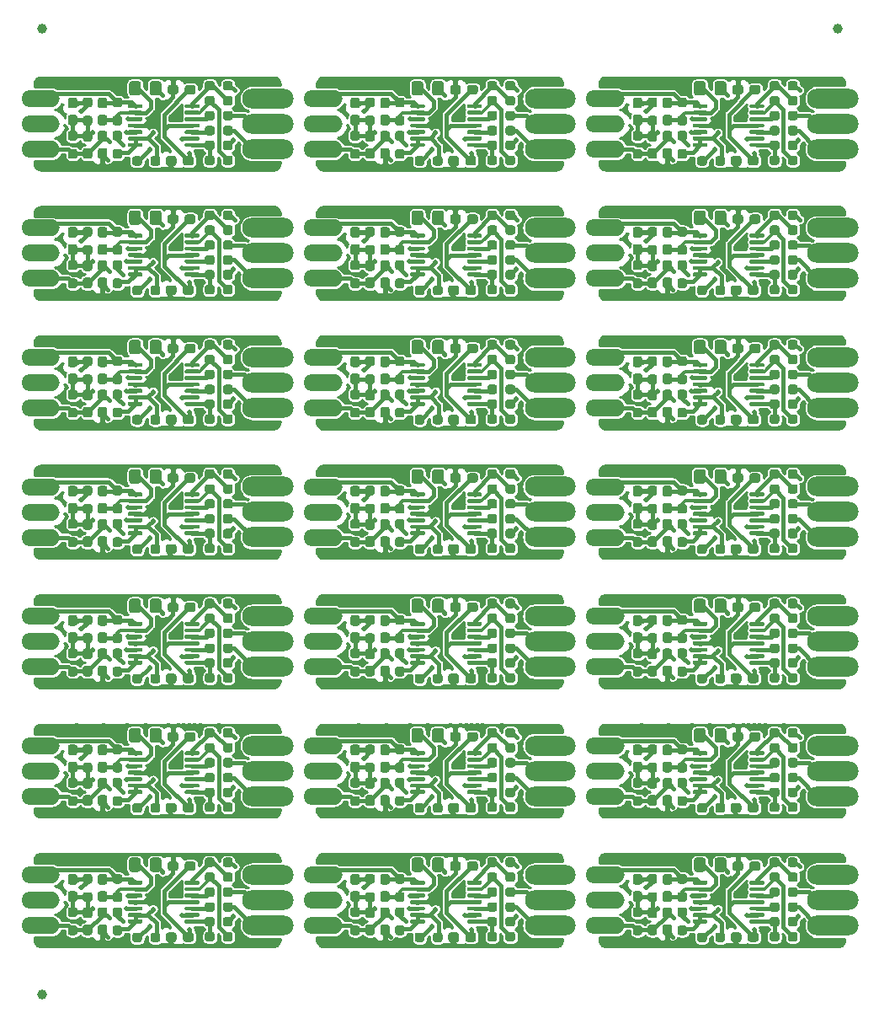
<source format=gbr>
%TF.GenerationSoftware,KiCad,Pcbnew,5.1.9-1.fc32*%
%TF.CreationDate,2021-03-16T17:09:34+05:30*%
%TF.ProjectId,BioAmp-EXG-Panel,42696f41-6d70-42d4-9558-472d50616e65,rev?*%
%TF.SameCoordinates,Original*%
%TF.FileFunction,Copper,L1,Top*%
%TF.FilePolarity,Positive*%
%FSLAX46Y46*%
G04 Gerber Fmt 4.6, Leading zero omitted, Abs format (unit mm)*
G04 Created by KiCad (PCBNEW 5.1.9-1.fc32) date 2021-03-16 17:09:34*
%MOMM*%
%LPD*%
G01*
G04 APERTURE LIST*
%TA.AperFunction,SMDPad,CuDef*%
%ADD10C,1.000000*%
%TD*%
%TA.AperFunction,ComponentPad*%
%ADD11O,2.000000X1.700000*%
%TD*%
%TA.AperFunction,ComponentPad*%
%ADD12O,4.500000X2.000000*%
%TD*%
%TA.AperFunction,ComponentPad*%
%ADD13O,3.500000X2.000000*%
%TD*%
%TA.AperFunction,ComponentPad*%
%ADD14O,3.500000X1.700000*%
%TD*%
%TA.AperFunction,ViaPad*%
%ADD15C,1.700000*%
%TD*%
%TA.AperFunction,ViaPad*%
%ADD16C,0.500000*%
%TD*%
%TA.AperFunction,ViaPad*%
%ADD17C,0.400000*%
%TD*%
%TA.AperFunction,Conductor*%
%ADD18C,0.400000*%
%TD*%
%TA.AperFunction,Conductor*%
%ADD19C,0.300000*%
%TD*%
%TA.AperFunction,Conductor*%
%ADD20C,0.500000*%
%TD*%
%TA.AperFunction,Conductor*%
%ADD21C,0.254000*%
%TD*%
%TA.AperFunction,Conductor*%
%ADD22C,0.150000*%
%TD*%
G04 APERTURE END LIST*
D10*
%TO.P,REF\u002A\u002A,*%
%TO.N,*%
X51100011Y-142500031D03*
%TD*%
%TO.P,REF\u002A\u002A,*%
%TO.N,*%
X131100010Y-45500032D03*
%TD*%
%TO.P,REF\u002A\u002A,*%
%TO.N,*%
X51100011Y-45500032D03*
%TD*%
%TO.P,C2,1*%
%TO.N,Board_21-OUT*%
%TA.AperFunction,SMDPad,CuDef*%
G36*
G01*
X113762515Y-130380055D02*
X114237515Y-130380055D01*
G75*
G02*
X114475015Y-130617555I0J-237500D01*
G01*
X114475015Y-131217555D01*
G75*
G02*
X114237515Y-131455055I-237500J0D01*
G01*
X113762515Y-131455055D01*
G75*
G02*
X113525015Y-131217555I0J237500D01*
G01*
X113525015Y-130617555D01*
G75*
G02*
X113762515Y-130380055I237500J0D01*
G01*
G37*
%TD.AperFunction*%
%TO.P,C2,2*%
%TO.N,Board_21-Net-(C1-Pad1)*%
%TA.AperFunction,SMDPad,CuDef*%
G36*
G01*
X113762515Y-132105055D02*
X114237515Y-132105055D01*
G75*
G02*
X114475015Y-132342555I0J-237500D01*
G01*
X114475015Y-132942555D01*
G75*
G02*
X114237515Y-133180055I-237500J0D01*
G01*
X113762515Y-133180055D01*
G75*
G02*
X113525015Y-132942555I0J237500D01*
G01*
X113525015Y-132342555D01*
G75*
G02*
X113762515Y-132105055I237500J0D01*
G01*
G37*
%TD.AperFunction*%
%TD*%
%TO.P,C4,1*%
%TO.N,Board_21-vRef*%
%TA.AperFunction,SMDPad,CuDef*%
G36*
G01*
X111237515Y-133180055D02*
X110762515Y-133180055D01*
G75*
G02*
X110525015Y-132942555I0J237500D01*
G01*
X110525015Y-132342555D01*
G75*
G02*
X110762515Y-132105055I237500J0D01*
G01*
X111237515Y-132105055D01*
G75*
G02*
X111475015Y-132342555I0J-237500D01*
G01*
X111475015Y-132942555D01*
G75*
G02*
X111237515Y-133180055I-237500J0D01*
G01*
G37*
%TD.AperFunction*%
%TO.P,C4,2*%
%TO.N,Board_21-GND*%
%TA.AperFunction,SMDPad,CuDef*%
G36*
G01*
X111237515Y-131455055D02*
X110762515Y-131455055D01*
G75*
G02*
X110525015Y-131217555I0J237500D01*
G01*
X110525015Y-130617555D01*
G75*
G02*
X110762515Y-130380055I237500J0D01*
G01*
X111237515Y-130380055D01*
G75*
G02*
X111475015Y-130617555I0J-237500D01*
G01*
X111475015Y-131217555D01*
G75*
G02*
X111237515Y-131455055I-237500J0D01*
G01*
G37*
%TD.AperFunction*%
%TD*%
%TO.P,C7,1*%
%TO.N,Board_21-VCC*%
%TA.AperFunction,SMDPad,CuDef*%
G36*
G01*
X123350015Y-129352555D02*
X123350015Y-129827555D01*
G75*
G02*
X123112515Y-130065055I-237500J0D01*
G01*
X122512515Y-130065055D01*
G75*
G02*
X122275015Y-129827555I0J237500D01*
G01*
X122275015Y-129352555D01*
G75*
G02*
X122512515Y-129115055I237500J0D01*
G01*
X123112515Y-129115055D01*
G75*
G02*
X123350015Y-129352555I0J-237500D01*
G01*
G37*
%TD.AperFunction*%
%TO.P,C7,2*%
%TO.N,Board_21-GND*%
%TA.AperFunction,SMDPad,CuDef*%
G36*
G01*
X121625015Y-129352555D02*
X121625015Y-129827555D01*
G75*
G02*
X121387515Y-130065055I-237500J0D01*
G01*
X120787515Y-130065055D01*
G75*
G02*
X120550015Y-129827555I0J237500D01*
G01*
X120550015Y-129352555D01*
G75*
G02*
X120787515Y-129115055I237500J0D01*
G01*
X121387515Y-129115055D01*
G75*
G02*
X121625015Y-129352555I0J-237500D01*
G01*
G37*
%TD.AperFunction*%
%TD*%
%TO.P,C9,1*%
%TO.N,Board_21-GND*%
%TA.AperFunction,SMDPad,CuDef*%
G36*
G01*
X114237515Y-136530055D02*
X113762515Y-136530055D01*
G75*
G02*
X113525015Y-136292555I0J237500D01*
G01*
X113525015Y-135692555D01*
G75*
G02*
X113762515Y-135455055I237500J0D01*
G01*
X114237515Y-135455055D01*
G75*
G02*
X114475015Y-135692555I0J-237500D01*
G01*
X114475015Y-136292555D01*
G75*
G02*
X114237515Y-136530055I-237500J0D01*
G01*
G37*
%TD.AperFunction*%
%TO.P,C9,2*%
%TO.N,Board_21-VCC*%
%TA.AperFunction,SMDPad,CuDef*%
G36*
G01*
X114237515Y-134805055D02*
X113762515Y-134805055D01*
G75*
G02*
X113525015Y-134567555I0J237500D01*
G01*
X113525015Y-133967555D01*
G75*
G02*
X113762515Y-133730055I237500J0D01*
G01*
X114237515Y-133730055D01*
G75*
G02*
X114475015Y-133967555I0J-237500D01*
G01*
X114475015Y-134567555D01*
G75*
G02*
X114237515Y-134805055I-237500J0D01*
G01*
G37*
%TD.AperFunction*%
%TD*%
D11*
%TO.P,J2,1*%
%TO.N,Board_21-OUT*%
X108700015Y-130480055D03*
%TO.P,J2,2*%
%TO.N,Board_21-GND*%
X108700015Y-133020055D03*
%TO.P,J2,3*%
%TO.N,Board_21-VCC*%
X108700015Y-135560055D03*
%TD*%
D12*
%TO.P,J1,1*%
%TO.N,Board_21-DRL*%
X130310015Y-130470055D03*
%TO.P,J1,2*%
%TO.N,Board_21-BIO+*%
X130310015Y-133010055D03*
%TO.P,J1,3*%
%TO.N,Board_21-BIO-*%
X130310015Y-135550055D03*
%TD*%
%TO.P,R1,1*%
%TO.N,Board_21-Net-(R1-Pad1)*%
%TA.AperFunction,SMDPad,CuDef*%
G36*
G01*
X115262515Y-133730055D02*
X115737515Y-133730055D01*
G75*
G02*
X115975015Y-133967555I0J-237500D01*
G01*
X115975015Y-134467555D01*
G75*
G02*
X115737515Y-134705055I-237500J0D01*
G01*
X115262515Y-134705055D01*
G75*
G02*
X115025015Y-134467555I0J237500D01*
G01*
X115025015Y-133967555D01*
G75*
G02*
X115262515Y-133730055I237500J0D01*
G01*
G37*
%TD.AperFunction*%
%TO.P,R1,2*%
%TO.N,Board_21-ampRef*%
%TA.AperFunction,SMDPad,CuDef*%
G36*
G01*
X115262515Y-135555055D02*
X115737515Y-135555055D01*
G75*
G02*
X115975015Y-135792555I0J-237500D01*
G01*
X115975015Y-136292555D01*
G75*
G02*
X115737515Y-136530055I-237500J0D01*
G01*
X115262515Y-136530055D01*
G75*
G02*
X115025015Y-136292555I0J237500D01*
G01*
X115025015Y-135792555D01*
G75*
G02*
X115262515Y-135555055I237500J0D01*
G01*
G37*
%TD.AperFunction*%
%TD*%
%TO.P,R2,1*%
%TO.N,Board_21-Net-(R2-Pad1)*%
%TA.AperFunction,SMDPad,CuDef*%
G36*
G01*
X124290015Y-135417555D02*
X124290015Y-134942555D01*
G75*
G02*
X124527515Y-134705055I237500J0D01*
G01*
X125027515Y-134705055D01*
G75*
G02*
X125265015Y-134942555I0J-237500D01*
G01*
X125265015Y-135417555D01*
G75*
G02*
X125027515Y-135655055I-237500J0D01*
G01*
X124527515Y-135655055D01*
G75*
G02*
X124290015Y-135417555I0J237500D01*
G01*
G37*
%TD.AperFunction*%
%TO.P,R2,2*%
%TO.N,Board_21-Net-(R1-Pad1)*%
%TA.AperFunction,SMDPad,CuDef*%
G36*
G01*
X126115015Y-135417555D02*
X126115015Y-134942555D01*
G75*
G02*
X126352515Y-134705055I237500J0D01*
G01*
X126852515Y-134705055D01*
G75*
G02*
X127090015Y-134942555I0J-237500D01*
G01*
X127090015Y-135417555D01*
G75*
G02*
X126852515Y-135655055I-237500J0D01*
G01*
X126352515Y-135655055D01*
G75*
G02*
X126115015Y-135417555I0J237500D01*
G01*
G37*
%TD.AperFunction*%
%TD*%
%TO.P,R3,1*%
%TO.N,Board_21-Net-(R3-Pad1)*%
%TA.AperFunction,SMDPad,CuDef*%
G36*
G01*
X127090015Y-136442555D02*
X127090015Y-136917555D01*
G75*
G02*
X126852515Y-137155055I-237500J0D01*
G01*
X126352515Y-137155055D01*
G75*
G02*
X126115015Y-136917555I0J237500D01*
G01*
X126115015Y-136442555D01*
G75*
G02*
X126352515Y-136205055I237500J0D01*
G01*
X126852515Y-136205055D01*
G75*
G02*
X127090015Y-136442555I0J-237500D01*
G01*
G37*
%TD.AperFunction*%
%TO.P,R3,2*%
%TO.N,Board_21-Net-(R2-Pad1)*%
%TA.AperFunction,SMDPad,CuDef*%
G36*
G01*
X125265015Y-136442555D02*
X125265015Y-136917555D01*
G75*
G02*
X125027515Y-137155055I-237500J0D01*
G01*
X124527515Y-137155055D01*
G75*
G02*
X124290015Y-136917555I0J237500D01*
G01*
X124290015Y-136442555D01*
G75*
G02*
X124527515Y-136205055I237500J0D01*
G01*
X125027515Y-136205055D01*
G75*
G02*
X125265015Y-136442555I0J-237500D01*
G01*
G37*
%TD.AperFunction*%
%TD*%
%TO.P,R4,1*%
%TO.N,Board_21-inaOUT*%
%TA.AperFunction,SMDPad,CuDef*%
G36*
G01*
X127100015Y-130462555D02*
X127100015Y-130937555D01*
G75*
G02*
X126862515Y-131175055I-237500J0D01*
G01*
X126362515Y-131175055D01*
G75*
G02*
X126125015Y-130937555I0J237500D01*
G01*
X126125015Y-130462555D01*
G75*
G02*
X126362515Y-130225055I237500J0D01*
G01*
X126862515Y-130225055D01*
G75*
G02*
X127100015Y-130462555I0J-237500D01*
G01*
G37*
%TD.AperFunction*%
%TO.P,R4,2*%
%TO.N,Board_21-Net-(R3-Pad1)*%
%TA.AperFunction,SMDPad,CuDef*%
G36*
G01*
X125275015Y-130462555D02*
X125275015Y-130937555D01*
G75*
G02*
X125037515Y-131175055I-237500J0D01*
G01*
X124537515Y-131175055D01*
G75*
G02*
X124300015Y-130937555I0J237500D01*
G01*
X124300015Y-130462555D01*
G75*
G02*
X124537515Y-130225055I237500J0D01*
G01*
X125037515Y-130225055D01*
G75*
G02*
X125275015Y-130462555I0J-237500D01*
G01*
G37*
%TD.AperFunction*%
%TD*%
%TO.P,R5,1*%
%TO.N,Board_21-Net-(C1-Pad2)*%
%TA.AperFunction,SMDPad,CuDef*%
G36*
G01*
X127090015Y-128962555D02*
X127090015Y-129437555D01*
G75*
G02*
X126852515Y-129675055I-237500J0D01*
G01*
X126352515Y-129675055D01*
G75*
G02*
X126115015Y-129437555I0J237500D01*
G01*
X126115015Y-128962555D01*
G75*
G02*
X126352515Y-128725055I237500J0D01*
G01*
X126852515Y-128725055D01*
G75*
G02*
X127090015Y-128962555I0J-237500D01*
G01*
G37*
%TD.AperFunction*%
%TO.P,R5,2*%
%TO.N,Board_21-inaOUT*%
%TA.AperFunction,SMDPad,CuDef*%
G36*
G01*
X125265015Y-128962555D02*
X125265015Y-129437555D01*
G75*
G02*
X125027515Y-129675055I-237500J0D01*
G01*
X124527515Y-129675055D01*
G75*
G02*
X124290015Y-129437555I0J237500D01*
G01*
X124290015Y-128962555D01*
G75*
G02*
X124527515Y-128725055I237500J0D01*
G01*
X125027515Y-128725055D01*
G75*
G02*
X125265015Y-128962555I0J-237500D01*
G01*
G37*
%TD.AperFunction*%
%TD*%
%TO.P,R7,1*%
%TO.N,Board_21-OUT*%
%TA.AperFunction,SMDPad,CuDef*%
G36*
G01*
X115262515Y-130380055D02*
X115737515Y-130380055D01*
G75*
G02*
X115975015Y-130617555I0J-237500D01*
G01*
X115975015Y-131117555D01*
G75*
G02*
X115737515Y-131355055I-237500J0D01*
G01*
X115262515Y-131355055D01*
G75*
G02*
X115025015Y-131117555I0J237500D01*
G01*
X115025015Y-130617555D01*
G75*
G02*
X115262515Y-130380055I237500J0D01*
G01*
G37*
%TD.AperFunction*%
%TO.P,R7,2*%
%TO.N,Board_21-Net-(C1-Pad1)*%
%TA.AperFunction,SMDPad,CuDef*%
G36*
G01*
X115262515Y-132205055D02*
X115737515Y-132205055D01*
G75*
G02*
X115975015Y-132442555I0J-237500D01*
G01*
X115975015Y-132942555D01*
G75*
G02*
X115737515Y-133180055I-237500J0D01*
G01*
X115262515Y-133180055D01*
G75*
G02*
X115025015Y-132942555I0J237500D01*
G01*
X115025015Y-132442555D01*
G75*
G02*
X115262515Y-132205055I237500J0D01*
G01*
G37*
%TD.AperFunction*%
%TD*%
%TO.P,R8,1*%
%TO.N,Board_21-vRef*%
%TA.AperFunction,SMDPad,CuDef*%
G36*
G01*
X110762515Y-133730055D02*
X111237515Y-133730055D01*
G75*
G02*
X111475015Y-133967555I0J-237500D01*
G01*
X111475015Y-134467555D01*
G75*
G02*
X111237515Y-134705055I-237500J0D01*
G01*
X110762515Y-134705055D01*
G75*
G02*
X110525015Y-134467555I0J237500D01*
G01*
X110525015Y-133967555D01*
G75*
G02*
X110762515Y-133730055I237500J0D01*
G01*
G37*
%TD.AperFunction*%
%TO.P,R8,2*%
%TO.N,Board_21-VCC*%
%TA.AperFunction,SMDPad,CuDef*%
G36*
G01*
X110762515Y-135555055D02*
X111237515Y-135555055D01*
G75*
G02*
X111475015Y-135792555I0J-237500D01*
G01*
X111475015Y-136292555D01*
G75*
G02*
X111237515Y-136530055I-237500J0D01*
G01*
X110762515Y-136530055D01*
G75*
G02*
X110525015Y-136292555I0J237500D01*
G01*
X110525015Y-135792555D01*
G75*
G02*
X110762515Y-135555055I237500J0D01*
G01*
G37*
%TD.AperFunction*%
%TD*%
%TO.P,R9,1*%
%TO.N,Board_21-GND*%
%TA.AperFunction,SMDPad,CuDef*%
G36*
G01*
X112262515Y-130380055D02*
X112737515Y-130380055D01*
G75*
G02*
X112975015Y-130617555I0J-237500D01*
G01*
X112975015Y-131117555D01*
G75*
G02*
X112737515Y-131355055I-237500J0D01*
G01*
X112262515Y-131355055D01*
G75*
G02*
X112025015Y-131117555I0J237500D01*
G01*
X112025015Y-130617555D01*
G75*
G02*
X112262515Y-130380055I237500J0D01*
G01*
G37*
%TD.AperFunction*%
%TO.P,R9,2*%
%TO.N,Board_21-vRef*%
%TA.AperFunction,SMDPad,CuDef*%
G36*
G01*
X112262515Y-132205055D02*
X112737515Y-132205055D01*
G75*
G02*
X112975015Y-132442555I0J-237500D01*
G01*
X112975015Y-132942555D01*
G75*
G02*
X112737515Y-133180055I-237500J0D01*
G01*
X112262515Y-133180055D01*
G75*
G02*
X112025015Y-132942555I0J237500D01*
G01*
X112025015Y-132442555D01*
G75*
G02*
X112262515Y-132205055I237500J0D01*
G01*
G37*
%TD.AperFunction*%
%TD*%
%TO.P,R6,1*%
%TO.N,Board_21-Net-(R6-Pad1)*%
%TA.AperFunction,SMDPad,CuDef*%
G36*
G01*
X124300015Y-133937555D02*
X124300015Y-133462555D01*
G75*
G02*
X124537515Y-133225055I237500J0D01*
G01*
X125037515Y-133225055D01*
G75*
G02*
X125275015Y-133462555I0J-237500D01*
G01*
X125275015Y-133937555D01*
G75*
G02*
X125037515Y-134175055I-237500J0D01*
G01*
X124537515Y-134175055D01*
G75*
G02*
X124300015Y-133937555I0J237500D01*
G01*
G37*
%TD.AperFunction*%
%TO.P,R6,2*%
%TO.N,Board_21-BIO-*%
%TA.AperFunction,SMDPad,CuDef*%
G36*
G01*
X126125015Y-133937555D02*
X126125015Y-133462555D01*
G75*
G02*
X126362515Y-133225055I237500J0D01*
G01*
X126862515Y-133225055D01*
G75*
G02*
X127100015Y-133462555I0J-237500D01*
G01*
X127100015Y-133937555D01*
G75*
G02*
X126862515Y-134175055I-237500J0D01*
G01*
X126362515Y-134175055D01*
G75*
G02*
X126125015Y-133937555I0J237500D01*
G01*
G37*
%TD.AperFunction*%
%TD*%
%TO.P,R11,1*%
%TO.N,Board_21-DRL*%
%TA.AperFunction,SMDPad,CuDef*%
G36*
G01*
X117000015Y-136987555D02*
X117000015Y-136512555D01*
G75*
G02*
X117237515Y-136275055I237500J0D01*
G01*
X117737515Y-136275055D01*
G75*
G02*
X117975015Y-136512555I0J-237500D01*
G01*
X117975015Y-136987555D01*
G75*
G02*
X117737515Y-137225055I-237500J0D01*
G01*
X117237515Y-137225055D01*
G75*
G02*
X117000015Y-136987555I0J237500D01*
G01*
G37*
%TD.AperFunction*%
%TO.P,R11,2*%
%TO.N,Board_21-ampRef*%
%TA.AperFunction,SMDPad,CuDef*%
G36*
G01*
X118825015Y-136987555D02*
X118825015Y-136512555D01*
G75*
G02*
X119062515Y-136275055I237500J0D01*
G01*
X119562515Y-136275055D01*
G75*
G02*
X119800015Y-136512555I0J-237500D01*
G01*
X119800015Y-136987555D01*
G75*
G02*
X119562515Y-137225055I-237500J0D01*
G01*
X119062515Y-137225055D01*
G75*
G02*
X118825015Y-136987555I0J237500D01*
G01*
G37*
%TD.AperFunction*%
%TD*%
%TO.P,R12,1*%
%TO.N,Board_21-Net-(R12-Pad1)*%
%TA.AperFunction,SMDPad,CuDef*%
G36*
G01*
X124300015Y-132437555D02*
X124300015Y-131962555D01*
G75*
G02*
X124537515Y-131725055I237500J0D01*
G01*
X125037515Y-131725055D01*
G75*
G02*
X125275015Y-131962555I0J-237500D01*
G01*
X125275015Y-132437555D01*
G75*
G02*
X125037515Y-132675055I-237500J0D01*
G01*
X124537515Y-132675055D01*
G75*
G02*
X124300015Y-132437555I0J237500D01*
G01*
G37*
%TD.AperFunction*%
%TO.P,R12,2*%
%TO.N,Board_21-BIO+*%
%TA.AperFunction,SMDPad,CuDef*%
G36*
G01*
X126125015Y-132437555D02*
X126125015Y-131962555D01*
G75*
G02*
X126362515Y-131725055I237500J0D01*
G01*
X126862515Y-131725055D01*
G75*
G02*
X127100015Y-131962555I0J-237500D01*
G01*
X127100015Y-132437555D01*
G75*
G02*
X126862515Y-132675055I-237500J0D01*
G01*
X126362515Y-132675055D01*
G75*
G02*
X126125015Y-132437555I0J237500D01*
G01*
G37*
%TD.AperFunction*%
%TD*%
%TO.P,C8,1*%
%TO.N,Board_21-GND*%
%TA.AperFunction,SMDPad,CuDef*%
G36*
G01*
X120370015Y-136967555D02*
X120370015Y-136492555D01*
G75*
G02*
X120607515Y-136255055I237500J0D01*
G01*
X121207515Y-136255055D01*
G75*
G02*
X121445015Y-136492555I0J-237500D01*
G01*
X121445015Y-136967555D01*
G75*
G02*
X121207515Y-137205055I-237500J0D01*
G01*
X120607515Y-137205055D01*
G75*
G02*
X120370015Y-136967555I0J237500D01*
G01*
G37*
%TD.AperFunction*%
%TO.P,C8,2*%
%TO.N,Board_21-VCC*%
%TA.AperFunction,SMDPad,CuDef*%
G36*
G01*
X122095015Y-136967555D02*
X122095015Y-136492555D01*
G75*
G02*
X122332515Y-136255055I237500J0D01*
G01*
X122932515Y-136255055D01*
G75*
G02*
X123170015Y-136492555I0J-237500D01*
G01*
X123170015Y-136967555D01*
G75*
G02*
X122932515Y-137205055I-237500J0D01*
G01*
X122332515Y-137205055D01*
G75*
G02*
X122095015Y-136967555I0J237500D01*
G01*
G37*
%TD.AperFunction*%
%TD*%
%TO.P,C1,1*%
%TO.N,Board_21-Net-(C1-Pad1)*%
%TA.AperFunction,SMDPad,CuDef*%
G36*
G01*
X116675015Y-129925055D02*
X116675015Y-128975055D01*
G75*
G02*
X116925015Y-128725055I250000J0D01*
G01*
X117600015Y-128725055D01*
G75*
G02*
X117850015Y-128975055I0J-250000D01*
G01*
X117850015Y-129925055D01*
G75*
G02*
X117600015Y-130175055I-250000J0D01*
G01*
X116925015Y-130175055D01*
G75*
G02*
X116675015Y-129925055I0J250000D01*
G01*
G37*
%TD.AperFunction*%
%TO.P,C1,2*%
%TO.N,Board_21-Net-(C1-Pad2)*%
%TA.AperFunction,SMDPad,CuDef*%
G36*
G01*
X118750015Y-129925055D02*
X118750015Y-128975055D01*
G75*
G02*
X119000015Y-128725055I250000J0D01*
G01*
X119675015Y-128725055D01*
G75*
G02*
X119925015Y-128975055I0J-250000D01*
G01*
X119925015Y-129925055D01*
G75*
G02*
X119675015Y-130175055I-250000J0D01*
G01*
X119000015Y-130175055D01*
G75*
G02*
X118750015Y-129925055I0J250000D01*
G01*
G37*
%TD.AperFunction*%
%TD*%
D13*
%TO.P,J1,3*%
%TO.N,Board_21-BIO-*%
X131460015Y-135550055D03*
%TO.P,J1,2*%
%TO.N,Board_21-BIO+*%
X131460015Y-133010055D03*
%TO.P,J1,1*%
%TO.N,Board_21-DRL*%
X131460015Y-130470055D03*
%TD*%
D14*
%TO.P,J2,3*%
%TO.N,Board_21-VCC*%
X107550015Y-135560055D03*
%TO.P,J2,2*%
%TO.N,Board_21-GND*%
X107550015Y-133020055D03*
%TO.P,J2,1*%
%TO.N,Board_21-OUT*%
X107550015Y-130480055D03*
%TD*%
%TO.P,C3,1*%
%TO.N,Board_21-VCC*%
%TA.AperFunction,SMDPad,CuDef*%
G36*
G01*
X112737515Y-136530055D02*
X112262515Y-136530055D01*
G75*
G02*
X112025015Y-136292555I0J237500D01*
G01*
X112025015Y-135692555D01*
G75*
G02*
X112262515Y-135455055I237500J0D01*
G01*
X112737515Y-135455055D01*
G75*
G02*
X112975015Y-135692555I0J-237500D01*
G01*
X112975015Y-136292555D01*
G75*
G02*
X112737515Y-136530055I-237500J0D01*
G01*
G37*
%TD.AperFunction*%
%TO.P,C3,2*%
%TO.N,Board_21-vRef*%
%TA.AperFunction,SMDPad,CuDef*%
G36*
G01*
X112737515Y-134805055D02*
X112262515Y-134805055D01*
G75*
G02*
X112025015Y-134567555I0J237500D01*
G01*
X112025015Y-133967555D01*
G75*
G02*
X112262515Y-133730055I237500J0D01*
G01*
X112737515Y-133730055D01*
G75*
G02*
X112975015Y-133967555I0J-237500D01*
G01*
X112975015Y-134567555D01*
G75*
G02*
X112737515Y-134805055I-237500J0D01*
G01*
G37*
%TD.AperFunction*%
%TD*%
%TO.P,U1,1*%
%TO.N,Board_21-Net-(R2-Pad1)*%
%TA.AperFunction,SMDPad,CuDef*%
G36*
G01*
X123750015Y-135050055D02*
X123750015Y-135250055D01*
G75*
G02*
X123650015Y-135350055I-100000J0D01*
G01*
X122375015Y-135350055D01*
G75*
G02*
X122275015Y-135250055I0J100000D01*
G01*
X122275015Y-135050055D01*
G75*
G02*
X122375015Y-134950055I100000J0D01*
G01*
X123650015Y-134950055D01*
G75*
G02*
X123750015Y-135050055I0J-100000D01*
G01*
G37*
%TD.AperFunction*%
%TO.P,U1,2*%
%TO.N,Board_21-Net-(R1-Pad1)*%
%TA.AperFunction,SMDPad,CuDef*%
G36*
G01*
X123750015Y-134400055D02*
X123750015Y-134600055D01*
G75*
G02*
X123650015Y-134700055I-100000J0D01*
G01*
X122375015Y-134700055D01*
G75*
G02*
X122275015Y-134600055I0J100000D01*
G01*
X122275015Y-134400055D01*
G75*
G02*
X122375015Y-134300055I100000J0D01*
G01*
X123650015Y-134300055D01*
G75*
G02*
X123750015Y-134400055I0J-100000D01*
G01*
G37*
%TD.AperFunction*%
%TO.P,U1,3*%
%TO.N,Board_21-Net-(R6-Pad1)*%
%TA.AperFunction,SMDPad,CuDef*%
G36*
G01*
X123750015Y-133750055D02*
X123750015Y-133950055D01*
G75*
G02*
X123650015Y-134050055I-100000J0D01*
G01*
X122375015Y-134050055D01*
G75*
G02*
X122275015Y-133950055I0J100000D01*
G01*
X122275015Y-133750055D01*
G75*
G02*
X122375015Y-133650055I100000J0D01*
G01*
X123650015Y-133650055D01*
G75*
G02*
X123750015Y-133750055I0J-100000D01*
G01*
G37*
%TD.AperFunction*%
%TO.P,U1,4*%
%TO.N,Board_21-VCC*%
%TA.AperFunction,SMDPad,CuDef*%
G36*
G01*
X123750015Y-133100055D02*
X123750015Y-133300055D01*
G75*
G02*
X123650015Y-133400055I-100000J0D01*
G01*
X122375015Y-133400055D01*
G75*
G02*
X122275015Y-133300055I0J100000D01*
G01*
X122275015Y-133100055D01*
G75*
G02*
X122375015Y-133000055I100000J0D01*
G01*
X123650015Y-133000055D01*
G75*
G02*
X123750015Y-133100055I0J-100000D01*
G01*
G37*
%TD.AperFunction*%
%TO.P,U1,5*%
%TO.N,Board_21-Net-(R12-Pad1)*%
%TA.AperFunction,SMDPad,CuDef*%
G36*
G01*
X123750015Y-132450055D02*
X123750015Y-132650055D01*
G75*
G02*
X123650015Y-132750055I-100000J0D01*
G01*
X122375015Y-132750055D01*
G75*
G02*
X122275015Y-132650055I0J100000D01*
G01*
X122275015Y-132450055D01*
G75*
G02*
X122375015Y-132350055I100000J0D01*
G01*
X123650015Y-132350055D01*
G75*
G02*
X123750015Y-132450055I0J-100000D01*
G01*
G37*
%TD.AperFunction*%
%TO.P,U1,6*%
%TO.N,Board_21-Net-(R3-Pad1)*%
%TA.AperFunction,SMDPad,CuDef*%
G36*
G01*
X123750015Y-131800055D02*
X123750015Y-132000055D01*
G75*
G02*
X123650015Y-132100055I-100000J0D01*
G01*
X122375015Y-132100055D01*
G75*
G02*
X122275015Y-132000055I0J100000D01*
G01*
X122275015Y-131800055D01*
G75*
G02*
X122375015Y-131700055I100000J0D01*
G01*
X123650015Y-131700055D01*
G75*
G02*
X123750015Y-131800055I0J-100000D01*
G01*
G37*
%TD.AperFunction*%
%TO.P,U1,7*%
%TO.N,Board_21-inaOUT*%
%TA.AperFunction,SMDPad,CuDef*%
G36*
G01*
X123750015Y-131150055D02*
X123750015Y-131350055D01*
G75*
G02*
X123650015Y-131450055I-100000J0D01*
G01*
X122375015Y-131450055D01*
G75*
G02*
X122275015Y-131350055I0J100000D01*
G01*
X122275015Y-131150055D01*
G75*
G02*
X122375015Y-131050055I100000J0D01*
G01*
X123650015Y-131050055D01*
G75*
G02*
X123750015Y-131150055I0J-100000D01*
G01*
G37*
%TD.AperFunction*%
%TO.P,U1,8*%
%TO.N,Board_21-OUT*%
%TA.AperFunction,SMDPad,CuDef*%
G36*
G01*
X118025015Y-131150055D02*
X118025015Y-131350055D01*
G75*
G02*
X117925015Y-131450055I-100000J0D01*
G01*
X116650015Y-131450055D01*
G75*
G02*
X116550015Y-131350055I0J100000D01*
G01*
X116550015Y-131150055D01*
G75*
G02*
X116650015Y-131050055I100000J0D01*
G01*
X117925015Y-131050055D01*
G75*
G02*
X118025015Y-131150055I0J-100000D01*
G01*
G37*
%TD.AperFunction*%
%TO.P,U1,9*%
%TO.N,Board_21-Net-(C1-Pad1)*%
%TA.AperFunction,SMDPad,CuDef*%
G36*
G01*
X118025015Y-131800055D02*
X118025015Y-132000055D01*
G75*
G02*
X117925015Y-132100055I-100000J0D01*
G01*
X116650015Y-132100055D01*
G75*
G02*
X116550015Y-132000055I0J100000D01*
G01*
X116550015Y-131800055D01*
G75*
G02*
X116650015Y-131700055I100000J0D01*
G01*
X117925015Y-131700055D01*
G75*
G02*
X118025015Y-131800055I0J-100000D01*
G01*
G37*
%TD.AperFunction*%
%TO.P,U1,10*%
%TO.N,Board_21-ampRef*%
%TA.AperFunction,SMDPad,CuDef*%
G36*
G01*
X118025015Y-132450055D02*
X118025015Y-132650055D01*
G75*
G02*
X117925015Y-132750055I-100000J0D01*
G01*
X116650015Y-132750055D01*
G75*
G02*
X116550015Y-132650055I0J100000D01*
G01*
X116550015Y-132450055D01*
G75*
G02*
X116650015Y-132350055I100000J0D01*
G01*
X117925015Y-132350055D01*
G75*
G02*
X118025015Y-132450055I0J-100000D01*
G01*
G37*
%TD.AperFunction*%
%TO.P,U1,11*%
%TO.N,Board_21-GND*%
%TA.AperFunction,SMDPad,CuDef*%
G36*
G01*
X118025015Y-133100055D02*
X118025015Y-133300055D01*
G75*
G02*
X117925015Y-133400055I-100000J0D01*
G01*
X116650015Y-133400055D01*
G75*
G02*
X116550015Y-133300055I0J100000D01*
G01*
X116550015Y-133100055D01*
G75*
G02*
X116650015Y-133000055I100000J0D01*
G01*
X117925015Y-133000055D01*
G75*
G02*
X118025015Y-133100055I0J-100000D01*
G01*
G37*
%TD.AperFunction*%
%TO.P,U1,12*%
%TO.N,Board_21-vRef*%
%TA.AperFunction,SMDPad,CuDef*%
G36*
G01*
X118025015Y-133750055D02*
X118025015Y-133950055D01*
G75*
G02*
X117925015Y-134050055I-100000J0D01*
G01*
X116650015Y-134050055D01*
G75*
G02*
X116550015Y-133950055I0J100000D01*
G01*
X116550015Y-133750055D01*
G75*
G02*
X116650015Y-133650055I100000J0D01*
G01*
X117925015Y-133650055D01*
G75*
G02*
X118025015Y-133750055I0J-100000D01*
G01*
G37*
%TD.AperFunction*%
%TO.P,U1,13*%
%TO.N,Board_21-ampRef*%
%TA.AperFunction,SMDPad,CuDef*%
G36*
G01*
X118025015Y-134400055D02*
X118025015Y-134600055D01*
G75*
G02*
X117925015Y-134700055I-100000J0D01*
G01*
X116650015Y-134700055D01*
G75*
G02*
X116550015Y-134600055I0J100000D01*
G01*
X116550015Y-134400055D01*
G75*
G02*
X116650015Y-134300055I100000J0D01*
G01*
X117925015Y-134300055D01*
G75*
G02*
X118025015Y-134400055I0J-100000D01*
G01*
G37*
%TD.AperFunction*%
%TO.P,U1,14*%
%TA.AperFunction,SMDPad,CuDef*%
G36*
G01*
X118025015Y-135050055D02*
X118025015Y-135250055D01*
G75*
G02*
X117925015Y-135350055I-100000J0D01*
G01*
X116650015Y-135350055D01*
G75*
G02*
X116550015Y-135250055I0J100000D01*
G01*
X116550015Y-135050055D01*
G75*
G02*
X116650015Y-134950055I100000J0D01*
G01*
X117925015Y-134950055D01*
G75*
G02*
X118025015Y-135050055I0J-100000D01*
G01*
G37*
%TD.AperFunction*%
%TD*%
%TO.P,C2,1*%
%TO.N,Board_20-OUT*%
%TA.AperFunction,SMDPad,CuDef*%
G36*
G01*
X85362508Y-130380055D02*
X85837508Y-130380055D01*
G75*
G02*
X86075008Y-130617555I0J-237500D01*
G01*
X86075008Y-131217555D01*
G75*
G02*
X85837508Y-131455055I-237500J0D01*
G01*
X85362508Y-131455055D01*
G75*
G02*
X85125008Y-131217555I0J237500D01*
G01*
X85125008Y-130617555D01*
G75*
G02*
X85362508Y-130380055I237500J0D01*
G01*
G37*
%TD.AperFunction*%
%TO.P,C2,2*%
%TO.N,Board_20-Net-(C1-Pad1)*%
%TA.AperFunction,SMDPad,CuDef*%
G36*
G01*
X85362508Y-132105055D02*
X85837508Y-132105055D01*
G75*
G02*
X86075008Y-132342555I0J-237500D01*
G01*
X86075008Y-132942555D01*
G75*
G02*
X85837508Y-133180055I-237500J0D01*
G01*
X85362508Y-133180055D01*
G75*
G02*
X85125008Y-132942555I0J237500D01*
G01*
X85125008Y-132342555D01*
G75*
G02*
X85362508Y-132105055I237500J0D01*
G01*
G37*
%TD.AperFunction*%
%TD*%
%TO.P,C4,1*%
%TO.N,Board_20-vRef*%
%TA.AperFunction,SMDPad,CuDef*%
G36*
G01*
X82837508Y-133180055D02*
X82362508Y-133180055D01*
G75*
G02*
X82125008Y-132942555I0J237500D01*
G01*
X82125008Y-132342555D01*
G75*
G02*
X82362508Y-132105055I237500J0D01*
G01*
X82837508Y-132105055D01*
G75*
G02*
X83075008Y-132342555I0J-237500D01*
G01*
X83075008Y-132942555D01*
G75*
G02*
X82837508Y-133180055I-237500J0D01*
G01*
G37*
%TD.AperFunction*%
%TO.P,C4,2*%
%TO.N,Board_20-GND*%
%TA.AperFunction,SMDPad,CuDef*%
G36*
G01*
X82837508Y-131455055D02*
X82362508Y-131455055D01*
G75*
G02*
X82125008Y-131217555I0J237500D01*
G01*
X82125008Y-130617555D01*
G75*
G02*
X82362508Y-130380055I237500J0D01*
G01*
X82837508Y-130380055D01*
G75*
G02*
X83075008Y-130617555I0J-237500D01*
G01*
X83075008Y-131217555D01*
G75*
G02*
X82837508Y-131455055I-237500J0D01*
G01*
G37*
%TD.AperFunction*%
%TD*%
%TO.P,C7,1*%
%TO.N,Board_20-VCC*%
%TA.AperFunction,SMDPad,CuDef*%
G36*
G01*
X94950008Y-129352555D02*
X94950008Y-129827555D01*
G75*
G02*
X94712508Y-130065055I-237500J0D01*
G01*
X94112508Y-130065055D01*
G75*
G02*
X93875008Y-129827555I0J237500D01*
G01*
X93875008Y-129352555D01*
G75*
G02*
X94112508Y-129115055I237500J0D01*
G01*
X94712508Y-129115055D01*
G75*
G02*
X94950008Y-129352555I0J-237500D01*
G01*
G37*
%TD.AperFunction*%
%TO.P,C7,2*%
%TO.N,Board_20-GND*%
%TA.AperFunction,SMDPad,CuDef*%
G36*
G01*
X93225008Y-129352555D02*
X93225008Y-129827555D01*
G75*
G02*
X92987508Y-130065055I-237500J0D01*
G01*
X92387508Y-130065055D01*
G75*
G02*
X92150008Y-129827555I0J237500D01*
G01*
X92150008Y-129352555D01*
G75*
G02*
X92387508Y-129115055I237500J0D01*
G01*
X92987508Y-129115055D01*
G75*
G02*
X93225008Y-129352555I0J-237500D01*
G01*
G37*
%TD.AperFunction*%
%TD*%
%TO.P,C9,1*%
%TO.N,Board_20-GND*%
%TA.AperFunction,SMDPad,CuDef*%
G36*
G01*
X85837508Y-136530055D02*
X85362508Y-136530055D01*
G75*
G02*
X85125008Y-136292555I0J237500D01*
G01*
X85125008Y-135692555D01*
G75*
G02*
X85362508Y-135455055I237500J0D01*
G01*
X85837508Y-135455055D01*
G75*
G02*
X86075008Y-135692555I0J-237500D01*
G01*
X86075008Y-136292555D01*
G75*
G02*
X85837508Y-136530055I-237500J0D01*
G01*
G37*
%TD.AperFunction*%
%TO.P,C9,2*%
%TO.N,Board_20-VCC*%
%TA.AperFunction,SMDPad,CuDef*%
G36*
G01*
X85837508Y-134805055D02*
X85362508Y-134805055D01*
G75*
G02*
X85125008Y-134567555I0J237500D01*
G01*
X85125008Y-133967555D01*
G75*
G02*
X85362508Y-133730055I237500J0D01*
G01*
X85837508Y-133730055D01*
G75*
G02*
X86075008Y-133967555I0J-237500D01*
G01*
X86075008Y-134567555D01*
G75*
G02*
X85837508Y-134805055I-237500J0D01*
G01*
G37*
%TD.AperFunction*%
%TD*%
D11*
%TO.P,J2,1*%
%TO.N,Board_20-OUT*%
X80300008Y-130480055D03*
%TO.P,J2,2*%
%TO.N,Board_20-GND*%
X80300008Y-133020055D03*
%TO.P,J2,3*%
%TO.N,Board_20-VCC*%
X80300008Y-135560055D03*
%TD*%
D12*
%TO.P,J1,1*%
%TO.N,Board_20-DRL*%
X101910008Y-130470055D03*
%TO.P,J1,2*%
%TO.N,Board_20-BIO+*%
X101910008Y-133010055D03*
%TO.P,J1,3*%
%TO.N,Board_20-BIO-*%
X101910008Y-135550055D03*
%TD*%
%TO.P,R1,1*%
%TO.N,Board_20-Net-(R1-Pad1)*%
%TA.AperFunction,SMDPad,CuDef*%
G36*
G01*
X86862508Y-133730055D02*
X87337508Y-133730055D01*
G75*
G02*
X87575008Y-133967555I0J-237500D01*
G01*
X87575008Y-134467555D01*
G75*
G02*
X87337508Y-134705055I-237500J0D01*
G01*
X86862508Y-134705055D01*
G75*
G02*
X86625008Y-134467555I0J237500D01*
G01*
X86625008Y-133967555D01*
G75*
G02*
X86862508Y-133730055I237500J0D01*
G01*
G37*
%TD.AperFunction*%
%TO.P,R1,2*%
%TO.N,Board_20-ampRef*%
%TA.AperFunction,SMDPad,CuDef*%
G36*
G01*
X86862508Y-135555055D02*
X87337508Y-135555055D01*
G75*
G02*
X87575008Y-135792555I0J-237500D01*
G01*
X87575008Y-136292555D01*
G75*
G02*
X87337508Y-136530055I-237500J0D01*
G01*
X86862508Y-136530055D01*
G75*
G02*
X86625008Y-136292555I0J237500D01*
G01*
X86625008Y-135792555D01*
G75*
G02*
X86862508Y-135555055I237500J0D01*
G01*
G37*
%TD.AperFunction*%
%TD*%
%TO.P,R2,1*%
%TO.N,Board_20-Net-(R2-Pad1)*%
%TA.AperFunction,SMDPad,CuDef*%
G36*
G01*
X95890008Y-135417555D02*
X95890008Y-134942555D01*
G75*
G02*
X96127508Y-134705055I237500J0D01*
G01*
X96627508Y-134705055D01*
G75*
G02*
X96865008Y-134942555I0J-237500D01*
G01*
X96865008Y-135417555D01*
G75*
G02*
X96627508Y-135655055I-237500J0D01*
G01*
X96127508Y-135655055D01*
G75*
G02*
X95890008Y-135417555I0J237500D01*
G01*
G37*
%TD.AperFunction*%
%TO.P,R2,2*%
%TO.N,Board_20-Net-(R1-Pad1)*%
%TA.AperFunction,SMDPad,CuDef*%
G36*
G01*
X97715008Y-135417555D02*
X97715008Y-134942555D01*
G75*
G02*
X97952508Y-134705055I237500J0D01*
G01*
X98452508Y-134705055D01*
G75*
G02*
X98690008Y-134942555I0J-237500D01*
G01*
X98690008Y-135417555D01*
G75*
G02*
X98452508Y-135655055I-237500J0D01*
G01*
X97952508Y-135655055D01*
G75*
G02*
X97715008Y-135417555I0J237500D01*
G01*
G37*
%TD.AperFunction*%
%TD*%
%TO.P,R3,1*%
%TO.N,Board_20-Net-(R3-Pad1)*%
%TA.AperFunction,SMDPad,CuDef*%
G36*
G01*
X98690008Y-136442555D02*
X98690008Y-136917555D01*
G75*
G02*
X98452508Y-137155055I-237500J0D01*
G01*
X97952508Y-137155055D01*
G75*
G02*
X97715008Y-136917555I0J237500D01*
G01*
X97715008Y-136442555D01*
G75*
G02*
X97952508Y-136205055I237500J0D01*
G01*
X98452508Y-136205055D01*
G75*
G02*
X98690008Y-136442555I0J-237500D01*
G01*
G37*
%TD.AperFunction*%
%TO.P,R3,2*%
%TO.N,Board_20-Net-(R2-Pad1)*%
%TA.AperFunction,SMDPad,CuDef*%
G36*
G01*
X96865008Y-136442555D02*
X96865008Y-136917555D01*
G75*
G02*
X96627508Y-137155055I-237500J0D01*
G01*
X96127508Y-137155055D01*
G75*
G02*
X95890008Y-136917555I0J237500D01*
G01*
X95890008Y-136442555D01*
G75*
G02*
X96127508Y-136205055I237500J0D01*
G01*
X96627508Y-136205055D01*
G75*
G02*
X96865008Y-136442555I0J-237500D01*
G01*
G37*
%TD.AperFunction*%
%TD*%
%TO.P,R4,1*%
%TO.N,Board_20-inaOUT*%
%TA.AperFunction,SMDPad,CuDef*%
G36*
G01*
X98700008Y-130462555D02*
X98700008Y-130937555D01*
G75*
G02*
X98462508Y-131175055I-237500J0D01*
G01*
X97962508Y-131175055D01*
G75*
G02*
X97725008Y-130937555I0J237500D01*
G01*
X97725008Y-130462555D01*
G75*
G02*
X97962508Y-130225055I237500J0D01*
G01*
X98462508Y-130225055D01*
G75*
G02*
X98700008Y-130462555I0J-237500D01*
G01*
G37*
%TD.AperFunction*%
%TO.P,R4,2*%
%TO.N,Board_20-Net-(R3-Pad1)*%
%TA.AperFunction,SMDPad,CuDef*%
G36*
G01*
X96875008Y-130462555D02*
X96875008Y-130937555D01*
G75*
G02*
X96637508Y-131175055I-237500J0D01*
G01*
X96137508Y-131175055D01*
G75*
G02*
X95900008Y-130937555I0J237500D01*
G01*
X95900008Y-130462555D01*
G75*
G02*
X96137508Y-130225055I237500J0D01*
G01*
X96637508Y-130225055D01*
G75*
G02*
X96875008Y-130462555I0J-237500D01*
G01*
G37*
%TD.AperFunction*%
%TD*%
%TO.P,R5,1*%
%TO.N,Board_20-Net-(C1-Pad2)*%
%TA.AperFunction,SMDPad,CuDef*%
G36*
G01*
X98690008Y-128962555D02*
X98690008Y-129437555D01*
G75*
G02*
X98452508Y-129675055I-237500J0D01*
G01*
X97952508Y-129675055D01*
G75*
G02*
X97715008Y-129437555I0J237500D01*
G01*
X97715008Y-128962555D01*
G75*
G02*
X97952508Y-128725055I237500J0D01*
G01*
X98452508Y-128725055D01*
G75*
G02*
X98690008Y-128962555I0J-237500D01*
G01*
G37*
%TD.AperFunction*%
%TO.P,R5,2*%
%TO.N,Board_20-inaOUT*%
%TA.AperFunction,SMDPad,CuDef*%
G36*
G01*
X96865008Y-128962555D02*
X96865008Y-129437555D01*
G75*
G02*
X96627508Y-129675055I-237500J0D01*
G01*
X96127508Y-129675055D01*
G75*
G02*
X95890008Y-129437555I0J237500D01*
G01*
X95890008Y-128962555D01*
G75*
G02*
X96127508Y-128725055I237500J0D01*
G01*
X96627508Y-128725055D01*
G75*
G02*
X96865008Y-128962555I0J-237500D01*
G01*
G37*
%TD.AperFunction*%
%TD*%
%TO.P,R7,1*%
%TO.N,Board_20-OUT*%
%TA.AperFunction,SMDPad,CuDef*%
G36*
G01*
X86862508Y-130380055D02*
X87337508Y-130380055D01*
G75*
G02*
X87575008Y-130617555I0J-237500D01*
G01*
X87575008Y-131117555D01*
G75*
G02*
X87337508Y-131355055I-237500J0D01*
G01*
X86862508Y-131355055D01*
G75*
G02*
X86625008Y-131117555I0J237500D01*
G01*
X86625008Y-130617555D01*
G75*
G02*
X86862508Y-130380055I237500J0D01*
G01*
G37*
%TD.AperFunction*%
%TO.P,R7,2*%
%TO.N,Board_20-Net-(C1-Pad1)*%
%TA.AperFunction,SMDPad,CuDef*%
G36*
G01*
X86862508Y-132205055D02*
X87337508Y-132205055D01*
G75*
G02*
X87575008Y-132442555I0J-237500D01*
G01*
X87575008Y-132942555D01*
G75*
G02*
X87337508Y-133180055I-237500J0D01*
G01*
X86862508Y-133180055D01*
G75*
G02*
X86625008Y-132942555I0J237500D01*
G01*
X86625008Y-132442555D01*
G75*
G02*
X86862508Y-132205055I237500J0D01*
G01*
G37*
%TD.AperFunction*%
%TD*%
%TO.P,R8,1*%
%TO.N,Board_20-vRef*%
%TA.AperFunction,SMDPad,CuDef*%
G36*
G01*
X82362508Y-133730055D02*
X82837508Y-133730055D01*
G75*
G02*
X83075008Y-133967555I0J-237500D01*
G01*
X83075008Y-134467555D01*
G75*
G02*
X82837508Y-134705055I-237500J0D01*
G01*
X82362508Y-134705055D01*
G75*
G02*
X82125008Y-134467555I0J237500D01*
G01*
X82125008Y-133967555D01*
G75*
G02*
X82362508Y-133730055I237500J0D01*
G01*
G37*
%TD.AperFunction*%
%TO.P,R8,2*%
%TO.N,Board_20-VCC*%
%TA.AperFunction,SMDPad,CuDef*%
G36*
G01*
X82362508Y-135555055D02*
X82837508Y-135555055D01*
G75*
G02*
X83075008Y-135792555I0J-237500D01*
G01*
X83075008Y-136292555D01*
G75*
G02*
X82837508Y-136530055I-237500J0D01*
G01*
X82362508Y-136530055D01*
G75*
G02*
X82125008Y-136292555I0J237500D01*
G01*
X82125008Y-135792555D01*
G75*
G02*
X82362508Y-135555055I237500J0D01*
G01*
G37*
%TD.AperFunction*%
%TD*%
%TO.P,R9,1*%
%TO.N,Board_20-GND*%
%TA.AperFunction,SMDPad,CuDef*%
G36*
G01*
X83862508Y-130380055D02*
X84337508Y-130380055D01*
G75*
G02*
X84575008Y-130617555I0J-237500D01*
G01*
X84575008Y-131117555D01*
G75*
G02*
X84337508Y-131355055I-237500J0D01*
G01*
X83862508Y-131355055D01*
G75*
G02*
X83625008Y-131117555I0J237500D01*
G01*
X83625008Y-130617555D01*
G75*
G02*
X83862508Y-130380055I237500J0D01*
G01*
G37*
%TD.AperFunction*%
%TO.P,R9,2*%
%TO.N,Board_20-vRef*%
%TA.AperFunction,SMDPad,CuDef*%
G36*
G01*
X83862508Y-132205055D02*
X84337508Y-132205055D01*
G75*
G02*
X84575008Y-132442555I0J-237500D01*
G01*
X84575008Y-132942555D01*
G75*
G02*
X84337508Y-133180055I-237500J0D01*
G01*
X83862508Y-133180055D01*
G75*
G02*
X83625008Y-132942555I0J237500D01*
G01*
X83625008Y-132442555D01*
G75*
G02*
X83862508Y-132205055I237500J0D01*
G01*
G37*
%TD.AperFunction*%
%TD*%
%TO.P,R6,1*%
%TO.N,Board_20-Net-(R6-Pad1)*%
%TA.AperFunction,SMDPad,CuDef*%
G36*
G01*
X95900008Y-133937555D02*
X95900008Y-133462555D01*
G75*
G02*
X96137508Y-133225055I237500J0D01*
G01*
X96637508Y-133225055D01*
G75*
G02*
X96875008Y-133462555I0J-237500D01*
G01*
X96875008Y-133937555D01*
G75*
G02*
X96637508Y-134175055I-237500J0D01*
G01*
X96137508Y-134175055D01*
G75*
G02*
X95900008Y-133937555I0J237500D01*
G01*
G37*
%TD.AperFunction*%
%TO.P,R6,2*%
%TO.N,Board_20-BIO-*%
%TA.AperFunction,SMDPad,CuDef*%
G36*
G01*
X97725008Y-133937555D02*
X97725008Y-133462555D01*
G75*
G02*
X97962508Y-133225055I237500J0D01*
G01*
X98462508Y-133225055D01*
G75*
G02*
X98700008Y-133462555I0J-237500D01*
G01*
X98700008Y-133937555D01*
G75*
G02*
X98462508Y-134175055I-237500J0D01*
G01*
X97962508Y-134175055D01*
G75*
G02*
X97725008Y-133937555I0J237500D01*
G01*
G37*
%TD.AperFunction*%
%TD*%
%TO.P,R11,1*%
%TO.N,Board_20-DRL*%
%TA.AperFunction,SMDPad,CuDef*%
G36*
G01*
X88600008Y-136987555D02*
X88600008Y-136512555D01*
G75*
G02*
X88837508Y-136275055I237500J0D01*
G01*
X89337508Y-136275055D01*
G75*
G02*
X89575008Y-136512555I0J-237500D01*
G01*
X89575008Y-136987555D01*
G75*
G02*
X89337508Y-137225055I-237500J0D01*
G01*
X88837508Y-137225055D01*
G75*
G02*
X88600008Y-136987555I0J237500D01*
G01*
G37*
%TD.AperFunction*%
%TO.P,R11,2*%
%TO.N,Board_20-ampRef*%
%TA.AperFunction,SMDPad,CuDef*%
G36*
G01*
X90425008Y-136987555D02*
X90425008Y-136512555D01*
G75*
G02*
X90662508Y-136275055I237500J0D01*
G01*
X91162508Y-136275055D01*
G75*
G02*
X91400008Y-136512555I0J-237500D01*
G01*
X91400008Y-136987555D01*
G75*
G02*
X91162508Y-137225055I-237500J0D01*
G01*
X90662508Y-137225055D01*
G75*
G02*
X90425008Y-136987555I0J237500D01*
G01*
G37*
%TD.AperFunction*%
%TD*%
%TO.P,R12,1*%
%TO.N,Board_20-Net-(R12-Pad1)*%
%TA.AperFunction,SMDPad,CuDef*%
G36*
G01*
X95900008Y-132437555D02*
X95900008Y-131962555D01*
G75*
G02*
X96137508Y-131725055I237500J0D01*
G01*
X96637508Y-131725055D01*
G75*
G02*
X96875008Y-131962555I0J-237500D01*
G01*
X96875008Y-132437555D01*
G75*
G02*
X96637508Y-132675055I-237500J0D01*
G01*
X96137508Y-132675055D01*
G75*
G02*
X95900008Y-132437555I0J237500D01*
G01*
G37*
%TD.AperFunction*%
%TO.P,R12,2*%
%TO.N,Board_20-BIO+*%
%TA.AperFunction,SMDPad,CuDef*%
G36*
G01*
X97725008Y-132437555D02*
X97725008Y-131962555D01*
G75*
G02*
X97962508Y-131725055I237500J0D01*
G01*
X98462508Y-131725055D01*
G75*
G02*
X98700008Y-131962555I0J-237500D01*
G01*
X98700008Y-132437555D01*
G75*
G02*
X98462508Y-132675055I-237500J0D01*
G01*
X97962508Y-132675055D01*
G75*
G02*
X97725008Y-132437555I0J237500D01*
G01*
G37*
%TD.AperFunction*%
%TD*%
%TO.P,C8,1*%
%TO.N,Board_20-GND*%
%TA.AperFunction,SMDPad,CuDef*%
G36*
G01*
X91970008Y-136967555D02*
X91970008Y-136492555D01*
G75*
G02*
X92207508Y-136255055I237500J0D01*
G01*
X92807508Y-136255055D01*
G75*
G02*
X93045008Y-136492555I0J-237500D01*
G01*
X93045008Y-136967555D01*
G75*
G02*
X92807508Y-137205055I-237500J0D01*
G01*
X92207508Y-137205055D01*
G75*
G02*
X91970008Y-136967555I0J237500D01*
G01*
G37*
%TD.AperFunction*%
%TO.P,C8,2*%
%TO.N,Board_20-VCC*%
%TA.AperFunction,SMDPad,CuDef*%
G36*
G01*
X93695008Y-136967555D02*
X93695008Y-136492555D01*
G75*
G02*
X93932508Y-136255055I237500J0D01*
G01*
X94532508Y-136255055D01*
G75*
G02*
X94770008Y-136492555I0J-237500D01*
G01*
X94770008Y-136967555D01*
G75*
G02*
X94532508Y-137205055I-237500J0D01*
G01*
X93932508Y-137205055D01*
G75*
G02*
X93695008Y-136967555I0J237500D01*
G01*
G37*
%TD.AperFunction*%
%TD*%
%TO.P,C1,1*%
%TO.N,Board_20-Net-(C1-Pad1)*%
%TA.AperFunction,SMDPad,CuDef*%
G36*
G01*
X88275008Y-129925055D02*
X88275008Y-128975055D01*
G75*
G02*
X88525008Y-128725055I250000J0D01*
G01*
X89200008Y-128725055D01*
G75*
G02*
X89450008Y-128975055I0J-250000D01*
G01*
X89450008Y-129925055D01*
G75*
G02*
X89200008Y-130175055I-250000J0D01*
G01*
X88525008Y-130175055D01*
G75*
G02*
X88275008Y-129925055I0J250000D01*
G01*
G37*
%TD.AperFunction*%
%TO.P,C1,2*%
%TO.N,Board_20-Net-(C1-Pad2)*%
%TA.AperFunction,SMDPad,CuDef*%
G36*
G01*
X90350008Y-129925055D02*
X90350008Y-128975055D01*
G75*
G02*
X90600008Y-128725055I250000J0D01*
G01*
X91275008Y-128725055D01*
G75*
G02*
X91525008Y-128975055I0J-250000D01*
G01*
X91525008Y-129925055D01*
G75*
G02*
X91275008Y-130175055I-250000J0D01*
G01*
X90600008Y-130175055D01*
G75*
G02*
X90350008Y-129925055I0J250000D01*
G01*
G37*
%TD.AperFunction*%
%TD*%
D13*
%TO.P,J1,3*%
%TO.N,Board_20-BIO-*%
X103060008Y-135550055D03*
%TO.P,J1,2*%
%TO.N,Board_20-BIO+*%
X103060008Y-133010055D03*
%TO.P,J1,1*%
%TO.N,Board_20-DRL*%
X103060008Y-130470055D03*
%TD*%
D14*
%TO.P,J2,3*%
%TO.N,Board_20-VCC*%
X79150008Y-135560055D03*
%TO.P,J2,2*%
%TO.N,Board_20-GND*%
X79150008Y-133020055D03*
%TO.P,J2,1*%
%TO.N,Board_20-OUT*%
X79150008Y-130480055D03*
%TD*%
%TO.P,C3,1*%
%TO.N,Board_20-VCC*%
%TA.AperFunction,SMDPad,CuDef*%
G36*
G01*
X84337508Y-136530055D02*
X83862508Y-136530055D01*
G75*
G02*
X83625008Y-136292555I0J237500D01*
G01*
X83625008Y-135692555D01*
G75*
G02*
X83862508Y-135455055I237500J0D01*
G01*
X84337508Y-135455055D01*
G75*
G02*
X84575008Y-135692555I0J-237500D01*
G01*
X84575008Y-136292555D01*
G75*
G02*
X84337508Y-136530055I-237500J0D01*
G01*
G37*
%TD.AperFunction*%
%TO.P,C3,2*%
%TO.N,Board_20-vRef*%
%TA.AperFunction,SMDPad,CuDef*%
G36*
G01*
X84337508Y-134805055D02*
X83862508Y-134805055D01*
G75*
G02*
X83625008Y-134567555I0J237500D01*
G01*
X83625008Y-133967555D01*
G75*
G02*
X83862508Y-133730055I237500J0D01*
G01*
X84337508Y-133730055D01*
G75*
G02*
X84575008Y-133967555I0J-237500D01*
G01*
X84575008Y-134567555D01*
G75*
G02*
X84337508Y-134805055I-237500J0D01*
G01*
G37*
%TD.AperFunction*%
%TD*%
%TO.P,U1,1*%
%TO.N,Board_20-Net-(R2-Pad1)*%
%TA.AperFunction,SMDPad,CuDef*%
G36*
G01*
X95350008Y-135050055D02*
X95350008Y-135250055D01*
G75*
G02*
X95250008Y-135350055I-100000J0D01*
G01*
X93975008Y-135350055D01*
G75*
G02*
X93875008Y-135250055I0J100000D01*
G01*
X93875008Y-135050055D01*
G75*
G02*
X93975008Y-134950055I100000J0D01*
G01*
X95250008Y-134950055D01*
G75*
G02*
X95350008Y-135050055I0J-100000D01*
G01*
G37*
%TD.AperFunction*%
%TO.P,U1,2*%
%TO.N,Board_20-Net-(R1-Pad1)*%
%TA.AperFunction,SMDPad,CuDef*%
G36*
G01*
X95350008Y-134400055D02*
X95350008Y-134600055D01*
G75*
G02*
X95250008Y-134700055I-100000J0D01*
G01*
X93975008Y-134700055D01*
G75*
G02*
X93875008Y-134600055I0J100000D01*
G01*
X93875008Y-134400055D01*
G75*
G02*
X93975008Y-134300055I100000J0D01*
G01*
X95250008Y-134300055D01*
G75*
G02*
X95350008Y-134400055I0J-100000D01*
G01*
G37*
%TD.AperFunction*%
%TO.P,U1,3*%
%TO.N,Board_20-Net-(R6-Pad1)*%
%TA.AperFunction,SMDPad,CuDef*%
G36*
G01*
X95350008Y-133750055D02*
X95350008Y-133950055D01*
G75*
G02*
X95250008Y-134050055I-100000J0D01*
G01*
X93975008Y-134050055D01*
G75*
G02*
X93875008Y-133950055I0J100000D01*
G01*
X93875008Y-133750055D01*
G75*
G02*
X93975008Y-133650055I100000J0D01*
G01*
X95250008Y-133650055D01*
G75*
G02*
X95350008Y-133750055I0J-100000D01*
G01*
G37*
%TD.AperFunction*%
%TO.P,U1,4*%
%TO.N,Board_20-VCC*%
%TA.AperFunction,SMDPad,CuDef*%
G36*
G01*
X95350008Y-133100055D02*
X95350008Y-133300055D01*
G75*
G02*
X95250008Y-133400055I-100000J0D01*
G01*
X93975008Y-133400055D01*
G75*
G02*
X93875008Y-133300055I0J100000D01*
G01*
X93875008Y-133100055D01*
G75*
G02*
X93975008Y-133000055I100000J0D01*
G01*
X95250008Y-133000055D01*
G75*
G02*
X95350008Y-133100055I0J-100000D01*
G01*
G37*
%TD.AperFunction*%
%TO.P,U1,5*%
%TO.N,Board_20-Net-(R12-Pad1)*%
%TA.AperFunction,SMDPad,CuDef*%
G36*
G01*
X95350008Y-132450055D02*
X95350008Y-132650055D01*
G75*
G02*
X95250008Y-132750055I-100000J0D01*
G01*
X93975008Y-132750055D01*
G75*
G02*
X93875008Y-132650055I0J100000D01*
G01*
X93875008Y-132450055D01*
G75*
G02*
X93975008Y-132350055I100000J0D01*
G01*
X95250008Y-132350055D01*
G75*
G02*
X95350008Y-132450055I0J-100000D01*
G01*
G37*
%TD.AperFunction*%
%TO.P,U1,6*%
%TO.N,Board_20-Net-(R3-Pad1)*%
%TA.AperFunction,SMDPad,CuDef*%
G36*
G01*
X95350008Y-131800055D02*
X95350008Y-132000055D01*
G75*
G02*
X95250008Y-132100055I-100000J0D01*
G01*
X93975008Y-132100055D01*
G75*
G02*
X93875008Y-132000055I0J100000D01*
G01*
X93875008Y-131800055D01*
G75*
G02*
X93975008Y-131700055I100000J0D01*
G01*
X95250008Y-131700055D01*
G75*
G02*
X95350008Y-131800055I0J-100000D01*
G01*
G37*
%TD.AperFunction*%
%TO.P,U1,7*%
%TO.N,Board_20-inaOUT*%
%TA.AperFunction,SMDPad,CuDef*%
G36*
G01*
X95350008Y-131150055D02*
X95350008Y-131350055D01*
G75*
G02*
X95250008Y-131450055I-100000J0D01*
G01*
X93975008Y-131450055D01*
G75*
G02*
X93875008Y-131350055I0J100000D01*
G01*
X93875008Y-131150055D01*
G75*
G02*
X93975008Y-131050055I100000J0D01*
G01*
X95250008Y-131050055D01*
G75*
G02*
X95350008Y-131150055I0J-100000D01*
G01*
G37*
%TD.AperFunction*%
%TO.P,U1,8*%
%TO.N,Board_20-OUT*%
%TA.AperFunction,SMDPad,CuDef*%
G36*
G01*
X89625008Y-131150055D02*
X89625008Y-131350055D01*
G75*
G02*
X89525008Y-131450055I-100000J0D01*
G01*
X88250008Y-131450055D01*
G75*
G02*
X88150008Y-131350055I0J100000D01*
G01*
X88150008Y-131150055D01*
G75*
G02*
X88250008Y-131050055I100000J0D01*
G01*
X89525008Y-131050055D01*
G75*
G02*
X89625008Y-131150055I0J-100000D01*
G01*
G37*
%TD.AperFunction*%
%TO.P,U1,9*%
%TO.N,Board_20-Net-(C1-Pad1)*%
%TA.AperFunction,SMDPad,CuDef*%
G36*
G01*
X89625008Y-131800055D02*
X89625008Y-132000055D01*
G75*
G02*
X89525008Y-132100055I-100000J0D01*
G01*
X88250008Y-132100055D01*
G75*
G02*
X88150008Y-132000055I0J100000D01*
G01*
X88150008Y-131800055D01*
G75*
G02*
X88250008Y-131700055I100000J0D01*
G01*
X89525008Y-131700055D01*
G75*
G02*
X89625008Y-131800055I0J-100000D01*
G01*
G37*
%TD.AperFunction*%
%TO.P,U1,10*%
%TO.N,Board_20-ampRef*%
%TA.AperFunction,SMDPad,CuDef*%
G36*
G01*
X89625008Y-132450055D02*
X89625008Y-132650055D01*
G75*
G02*
X89525008Y-132750055I-100000J0D01*
G01*
X88250008Y-132750055D01*
G75*
G02*
X88150008Y-132650055I0J100000D01*
G01*
X88150008Y-132450055D01*
G75*
G02*
X88250008Y-132350055I100000J0D01*
G01*
X89525008Y-132350055D01*
G75*
G02*
X89625008Y-132450055I0J-100000D01*
G01*
G37*
%TD.AperFunction*%
%TO.P,U1,11*%
%TO.N,Board_20-GND*%
%TA.AperFunction,SMDPad,CuDef*%
G36*
G01*
X89625008Y-133100055D02*
X89625008Y-133300055D01*
G75*
G02*
X89525008Y-133400055I-100000J0D01*
G01*
X88250008Y-133400055D01*
G75*
G02*
X88150008Y-133300055I0J100000D01*
G01*
X88150008Y-133100055D01*
G75*
G02*
X88250008Y-133000055I100000J0D01*
G01*
X89525008Y-133000055D01*
G75*
G02*
X89625008Y-133100055I0J-100000D01*
G01*
G37*
%TD.AperFunction*%
%TO.P,U1,12*%
%TO.N,Board_20-vRef*%
%TA.AperFunction,SMDPad,CuDef*%
G36*
G01*
X89625008Y-133750055D02*
X89625008Y-133950055D01*
G75*
G02*
X89525008Y-134050055I-100000J0D01*
G01*
X88250008Y-134050055D01*
G75*
G02*
X88150008Y-133950055I0J100000D01*
G01*
X88150008Y-133750055D01*
G75*
G02*
X88250008Y-133650055I100000J0D01*
G01*
X89525008Y-133650055D01*
G75*
G02*
X89625008Y-133750055I0J-100000D01*
G01*
G37*
%TD.AperFunction*%
%TO.P,U1,13*%
%TO.N,Board_20-ampRef*%
%TA.AperFunction,SMDPad,CuDef*%
G36*
G01*
X89625008Y-134400055D02*
X89625008Y-134600055D01*
G75*
G02*
X89525008Y-134700055I-100000J0D01*
G01*
X88250008Y-134700055D01*
G75*
G02*
X88150008Y-134600055I0J100000D01*
G01*
X88150008Y-134400055D01*
G75*
G02*
X88250008Y-134300055I100000J0D01*
G01*
X89525008Y-134300055D01*
G75*
G02*
X89625008Y-134400055I0J-100000D01*
G01*
G37*
%TD.AperFunction*%
%TO.P,U1,14*%
%TA.AperFunction,SMDPad,CuDef*%
G36*
G01*
X89625008Y-135050055D02*
X89625008Y-135250055D01*
G75*
G02*
X89525008Y-135350055I-100000J0D01*
G01*
X88250008Y-135350055D01*
G75*
G02*
X88150008Y-135250055I0J100000D01*
G01*
X88150008Y-135050055D01*
G75*
G02*
X88250008Y-134950055I100000J0D01*
G01*
X89525008Y-134950055D01*
G75*
G02*
X89625008Y-135050055I0J-100000D01*
G01*
G37*
%TD.AperFunction*%
%TD*%
%TO.P,C2,1*%
%TO.N,Board_19-OUT*%
%TA.AperFunction,SMDPad,CuDef*%
G36*
G01*
X56962501Y-130380055D02*
X57437501Y-130380055D01*
G75*
G02*
X57675001Y-130617555I0J-237500D01*
G01*
X57675001Y-131217555D01*
G75*
G02*
X57437501Y-131455055I-237500J0D01*
G01*
X56962501Y-131455055D01*
G75*
G02*
X56725001Y-131217555I0J237500D01*
G01*
X56725001Y-130617555D01*
G75*
G02*
X56962501Y-130380055I237500J0D01*
G01*
G37*
%TD.AperFunction*%
%TO.P,C2,2*%
%TO.N,Board_19-Net-(C1-Pad1)*%
%TA.AperFunction,SMDPad,CuDef*%
G36*
G01*
X56962501Y-132105055D02*
X57437501Y-132105055D01*
G75*
G02*
X57675001Y-132342555I0J-237500D01*
G01*
X57675001Y-132942555D01*
G75*
G02*
X57437501Y-133180055I-237500J0D01*
G01*
X56962501Y-133180055D01*
G75*
G02*
X56725001Y-132942555I0J237500D01*
G01*
X56725001Y-132342555D01*
G75*
G02*
X56962501Y-132105055I237500J0D01*
G01*
G37*
%TD.AperFunction*%
%TD*%
%TO.P,C4,1*%
%TO.N,Board_19-vRef*%
%TA.AperFunction,SMDPad,CuDef*%
G36*
G01*
X54437501Y-133180055D02*
X53962501Y-133180055D01*
G75*
G02*
X53725001Y-132942555I0J237500D01*
G01*
X53725001Y-132342555D01*
G75*
G02*
X53962501Y-132105055I237500J0D01*
G01*
X54437501Y-132105055D01*
G75*
G02*
X54675001Y-132342555I0J-237500D01*
G01*
X54675001Y-132942555D01*
G75*
G02*
X54437501Y-133180055I-237500J0D01*
G01*
G37*
%TD.AperFunction*%
%TO.P,C4,2*%
%TO.N,Board_19-GND*%
%TA.AperFunction,SMDPad,CuDef*%
G36*
G01*
X54437501Y-131455055D02*
X53962501Y-131455055D01*
G75*
G02*
X53725001Y-131217555I0J237500D01*
G01*
X53725001Y-130617555D01*
G75*
G02*
X53962501Y-130380055I237500J0D01*
G01*
X54437501Y-130380055D01*
G75*
G02*
X54675001Y-130617555I0J-237500D01*
G01*
X54675001Y-131217555D01*
G75*
G02*
X54437501Y-131455055I-237500J0D01*
G01*
G37*
%TD.AperFunction*%
%TD*%
%TO.P,C7,1*%
%TO.N,Board_19-VCC*%
%TA.AperFunction,SMDPad,CuDef*%
G36*
G01*
X66550001Y-129352555D02*
X66550001Y-129827555D01*
G75*
G02*
X66312501Y-130065055I-237500J0D01*
G01*
X65712501Y-130065055D01*
G75*
G02*
X65475001Y-129827555I0J237500D01*
G01*
X65475001Y-129352555D01*
G75*
G02*
X65712501Y-129115055I237500J0D01*
G01*
X66312501Y-129115055D01*
G75*
G02*
X66550001Y-129352555I0J-237500D01*
G01*
G37*
%TD.AperFunction*%
%TO.P,C7,2*%
%TO.N,Board_19-GND*%
%TA.AperFunction,SMDPad,CuDef*%
G36*
G01*
X64825001Y-129352555D02*
X64825001Y-129827555D01*
G75*
G02*
X64587501Y-130065055I-237500J0D01*
G01*
X63987501Y-130065055D01*
G75*
G02*
X63750001Y-129827555I0J237500D01*
G01*
X63750001Y-129352555D01*
G75*
G02*
X63987501Y-129115055I237500J0D01*
G01*
X64587501Y-129115055D01*
G75*
G02*
X64825001Y-129352555I0J-237500D01*
G01*
G37*
%TD.AperFunction*%
%TD*%
%TO.P,C9,1*%
%TO.N,Board_19-GND*%
%TA.AperFunction,SMDPad,CuDef*%
G36*
G01*
X57437501Y-136530055D02*
X56962501Y-136530055D01*
G75*
G02*
X56725001Y-136292555I0J237500D01*
G01*
X56725001Y-135692555D01*
G75*
G02*
X56962501Y-135455055I237500J0D01*
G01*
X57437501Y-135455055D01*
G75*
G02*
X57675001Y-135692555I0J-237500D01*
G01*
X57675001Y-136292555D01*
G75*
G02*
X57437501Y-136530055I-237500J0D01*
G01*
G37*
%TD.AperFunction*%
%TO.P,C9,2*%
%TO.N,Board_19-VCC*%
%TA.AperFunction,SMDPad,CuDef*%
G36*
G01*
X57437501Y-134805055D02*
X56962501Y-134805055D01*
G75*
G02*
X56725001Y-134567555I0J237500D01*
G01*
X56725001Y-133967555D01*
G75*
G02*
X56962501Y-133730055I237500J0D01*
G01*
X57437501Y-133730055D01*
G75*
G02*
X57675001Y-133967555I0J-237500D01*
G01*
X57675001Y-134567555D01*
G75*
G02*
X57437501Y-134805055I-237500J0D01*
G01*
G37*
%TD.AperFunction*%
%TD*%
D11*
%TO.P,J2,1*%
%TO.N,Board_19-OUT*%
X51900001Y-130480055D03*
%TO.P,J2,2*%
%TO.N,Board_19-GND*%
X51900001Y-133020055D03*
%TO.P,J2,3*%
%TO.N,Board_19-VCC*%
X51900001Y-135560055D03*
%TD*%
D12*
%TO.P,J1,1*%
%TO.N,Board_19-DRL*%
X73510001Y-130470055D03*
%TO.P,J1,2*%
%TO.N,Board_19-BIO+*%
X73510001Y-133010055D03*
%TO.P,J1,3*%
%TO.N,Board_19-BIO-*%
X73510001Y-135550055D03*
%TD*%
%TO.P,R1,1*%
%TO.N,Board_19-Net-(R1-Pad1)*%
%TA.AperFunction,SMDPad,CuDef*%
G36*
G01*
X58462501Y-133730055D02*
X58937501Y-133730055D01*
G75*
G02*
X59175001Y-133967555I0J-237500D01*
G01*
X59175001Y-134467555D01*
G75*
G02*
X58937501Y-134705055I-237500J0D01*
G01*
X58462501Y-134705055D01*
G75*
G02*
X58225001Y-134467555I0J237500D01*
G01*
X58225001Y-133967555D01*
G75*
G02*
X58462501Y-133730055I237500J0D01*
G01*
G37*
%TD.AperFunction*%
%TO.P,R1,2*%
%TO.N,Board_19-ampRef*%
%TA.AperFunction,SMDPad,CuDef*%
G36*
G01*
X58462501Y-135555055D02*
X58937501Y-135555055D01*
G75*
G02*
X59175001Y-135792555I0J-237500D01*
G01*
X59175001Y-136292555D01*
G75*
G02*
X58937501Y-136530055I-237500J0D01*
G01*
X58462501Y-136530055D01*
G75*
G02*
X58225001Y-136292555I0J237500D01*
G01*
X58225001Y-135792555D01*
G75*
G02*
X58462501Y-135555055I237500J0D01*
G01*
G37*
%TD.AperFunction*%
%TD*%
%TO.P,R2,1*%
%TO.N,Board_19-Net-(R2-Pad1)*%
%TA.AperFunction,SMDPad,CuDef*%
G36*
G01*
X67490001Y-135417555D02*
X67490001Y-134942555D01*
G75*
G02*
X67727501Y-134705055I237500J0D01*
G01*
X68227501Y-134705055D01*
G75*
G02*
X68465001Y-134942555I0J-237500D01*
G01*
X68465001Y-135417555D01*
G75*
G02*
X68227501Y-135655055I-237500J0D01*
G01*
X67727501Y-135655055D01*
G75*
G02*
X67490001Y-135417555I0J237500D01*
G01*
G37*
%TD.AperFunction*%
%TO.P,R2,2*%
%TO.N,Board_19-Net-(R1-Pad1)*%
%TA.AperFunction,SMDPad,CuDef*%
G36*
G01*
X69315001Y-135417555D02*
X69315001Y-134942555D01*
G75*
G02*
X69552501Y-134705055I237500J0D01*
G01*
X70052501Y-134705055D01*
G75*
G02*
X70290001Y-134942555I0J-237500D01*
G01*
X70290001Y-135417555D01*
G75*
G02*
X70052501Y-135655055I-237500J0D01*
G01*
X69552501Y-135655055D01*
G75*
G02*
X69315001Y-135417555I0J237500D01*
G01*
G37*
%TD.AperFunction*%
%TD*%
%TO.P,R3,1*%
%TO.N,Board_19-Net-(R3-Pad1)*%
%TA.AperFunction,SMDPad,CuDef*%
G36*
G01*
X70290001Y-136442555D02*
X70290001Y-136917555D01*
G75*
G02*
X70052501Y-137155055I-237500J0D01*
G01*
X69552501Y-137155055D01*
G75*
G02*
X69315001Y-136917555I0J237500D01*
G01*
X69315001Y-136442555D01*
G75*
G02*
X69552501Y-136205055I237500J0D01*
G01*
X70052501Y-136205055D01*
G75*
G02*
X70290001Y-136442555I0J-237500D01*
G01*
G37*
%TD.AperFunction*%
%TO.P,R3,2*%
%TO.N,Board_19-Net-(R2-Pad1)*%
%TA.AperFunction,SMDPad,CuDef*%
G36*
G01*
X68465001Y-136442555D02*
X68465001Y-136917555D01*
G75*
G02*
X68227501Y-137155055I-237500J0D01*
G01*
X67727501Y-137155055D01*
G75*
G02*
X67490001Y-136917555I0J237500D01*
G01*
X67490001Y-136442555D01*
G75*
G02*
X67727501Y-136205055I237500J0D01*
G01*
X68227501Y-136205055D01*
G75*
G02*
X68465001Y-136442555I0J-237500D01*
G01*
G37*
%TD.AperFunction*%
%TD*%
%TO.P,R4,1*%
%TO.N,Board_19-inaOUT*%
%TA.AperFunction,SMDPad,CuDef*%
G36*
G01*
X70300001Y-130462555D02*
X70300001Y-130937555D01*
G75*
G02*
X70062501Y-131175055I-237500J0D01*
G01*
X69562501Y-131175055D01*
G75*
G02*
X69325001Y-130937555I0J237500D01*
G01*
X69325001Y-130462555D01*
G75*
G02*
X69562501Y-130225055I237500J0D01*
G01*
X70062501Y-130225055D01*
G75*
G02*
X70300001Y-130462555I0J-237500D01*
G01*
G37*
%TD.AperFunction*%
%TO.P,R4,2*%
%TO.N,Board_19-Net-(R3-Pad1)*%
%TA.AperFunction,SMDPad,CuDef*%
G36*
G01*
X68475001Y-130462555D02*
X68475001Y-130937555D01*
G75*
G02*
X68237501Y-131175055I-237500J0D01*
G01*
X67737501Y-131175055D01*
G75*
G02*
X67500001Y-130937555I0J237500D01*
G01*
X67500001Y-130462555D01*
G75*
G02*
X67737501Y-130225055I237500J0D01*
G01*
X68237501Y-130225055D01*
G75*
G02*
X68475001Y-130462555I0J-237500D01*
G01*
G37*
%TD.AperFunction*%
%TD*%
%TO.P,R5,1*%
%TO.N,Board_19-Net-(C1-Pad2)*%
%TA.AperFunction,SMDPad,CuDef*%
G36*
G01*
X70290001Y-128962555D02*
X70290001Y-129437555D01*
G75*
G02*
X70052501Y-129675055I-237500J0D01*
G01*
X69552501Y-129675055D01*
G75*
G02*
X69315001Y-129437555I0J237500D01*
G01*
X69315001Y-128962555D01*
G75*
G02*
X69552501Y-128725055I237500J0D01*
G01*
X70052501Y-128725055D01*
G75*
G02*
X70290001Y-128962555I0J-237500D01*
G01*
G37*
%TD.AperFunction*%
%TO.P,R5,2*%
%TO.N,Board_19-inaOUT*%
%TA.AperFunction,SMDPad,CuDef*%
G36*
G01*
X68465001Y-128962555D02*
X68465001Y-129437555D01*
G75*
G02*
X68227501Y-129675055I-237500J0D01*
G01*
X67727501Y-129675055D01*
G75*
G02*
X67490001Y-129437555I0J237500D01*
G01*
X67490001Y-128962555D01*
G75*
G02*
X67727501Y-128725055I237500J0D01*
G01*
X68227501Y-128725055D01*
G75*
G02*
X68465001Y-128962555I0J-237500D01*
G01*
G37*
%TD.AperFunction*%
%TD*%
%TO.P,R7,1*%
%TO.N,Board_19-OUT*%
%TA.AperFunction,SMDPad,CuDef*%
G36*
G01*
X58462501Y-130380055D02*
X58937501Y-130380055D01*
G75*
G02*
X59175001Y-130617555I0J-237500D01*
G01*
X59175001Y-131117555D01*
G75*
G02*
X58937501Y-131355055I-237500J0D01*
G01*
X58462501Y-131355055D01*
G75*
G02*
X58225001Y-131117555I0J237500D01*
G01*
X58225001Y-130617555D01*
G75*
G02*
X58462501Y-130380055I237500J0D01*
G01*
G37*
%TD.AperFunction*%
%TO.P,R7,2*%
%TO.N,Board_19-Net-(C1-Pad1)*%
%TA.AperFunction,SMDPad,CuDef*%
G36*
G01*
X58462501Y-132205055D02*
X58937501Y-132205055D01*
G75*
G02*
X59175001Y-132442555I0J-237500D01*
G01*
X59175001Y-132942555D01*
G75*
G02*
X58937501Y-133180055I-237500J0D01*
G01*
X58462501Y-133180055D01*
G75*
G02*
X58225001Y-132942555I0J237500D01*
G01*
X58225001Y-132442555D01*
G75*
G02*
X58462501Y-132205055I237500J0D01*
G01*
G37*
%TD.AperFunction*%
%TD*%
%TO.P,R8,1*%
%TO.N,Board_19-vRef*%
%TA.AperFunction,SMDPad,CuDef*%
G36*
G01*
X53962501Y-133730055D02*
X54437501Y-133730055D01*
G75*
G02*
X54675001Y-133967555I0J-237500D01*
G01*
X54675001Y-134467555D01*
G75*
G02*
X54437501Y-134705055I-237500J0D01*
G01*
X53962501Y-134705055D01*
G75*
G02*
X53725001Y-134467555I0J237500D01*
G01*
X53725001Y-133967555D01*
G75*
G02*
X53962501Y-133730055I237500J0D01*
G01*
G37*
%TD.AperFunction*%
%TO.P,R8,2*%
%TO.N,Board_19-VCC*%
%TA.AperFunction,SMDPad,CuDef*%
G36*
G01*
X53962501Y-135555055D02*
X54437501Y-135555055D01*
G75*
G02*
X54675001Y-135792555I0J-237500D01*
G01*
X54675001Y-136292555D01*
G75*
G02*
X54437501Y-136530055I-237500J0D01*
G01*
X53962501Y-136530055D01*
G75*
G02*
X53725001Y-136292555I0J237500D01*
G01*
X53725001Y-135792555D01*
G75*
G02*
X53962501Y-135555055I237500J0D01*
G01*
G37*
%TD.AperFunction*%
%TD*%
%TO.P,R9,1*%
%TO.N,Board_19-GND*%
%TA.AperFunction,SMDPad,CuDef*%
G36*
G01*
X55462501Y-130380055D02*
X55937501Y-130380055D01*
G75*
G02*
X56175001Y-130617555I0J-237500D01*
G01*
X56175001Y-131117555D01*
G75*
G02*
X55937501Y-131355055I-237500J0D01*
G01*
X55462501Y-131355055D01*
G75*
G02*
X55225001Y-131117555I0J237500D01*
G01*
X55225001Y-130617555D01*
G75*
G02*
X55462501Y-130380055I237500J0D01*
G01*
G37*
%TD.AperFunction*%
%TO.P,R9,2*%
%TO.N,Board_19-vRef*%
%TA.AperFunction,SMDPad,CuDef*%
G36*
G01*
X55462501Y-132205055D02*
X55937501Y-132205055D01*
G75*
G02*
X56175001Y-132442555I0J-237500D01*
G01*
X56175001Y-132942555D01*
G75*
G02*
X55937501Y-133180055I-237500J0D01*
G01*
X55462501Y-133180055D01*
G75*
G02*
X55225001Y-132942555I0J237500D01*
G01*
X55225001Y-132442555D01*
G75*
G02*
X55462501Y-132205055I237500J0D01*
G01*
G37*
%TD.AperFunction*%
%TD*%
%TO.P,R6,1*%
%TO.N,Board_19-Net-(R6-Pad1)*%
%TA.AperFunction,SMDPad,CuDef*%
G36*
G01*
X67500001Y-133937555D02*
X67500001Y-133462555D01*
G75*
G02*
X67737501Y-133225055I237500J0D01*
G01*
X68237501Y-133225055D01*
G75*
G02*
X68475001Y-133462555I0J-237500D01*
G01*
X68475001Y-133937555D01*
G75*
G02*
X68237501Y-134175055I-237500J0D01*
G01*
X67737501Y-134175055D01*
G75*
G02*
X67500001Y-133937555I0J237500D01*
G01*
G37*
%TD.AperFunction*%
%TO.P,R6,2*%
%TO.N,Board_19-BIO-*%
%TA.AperFunction,SMDPad,CuDef*%
G36*
G01*
X69325001Y-133937555D02*
X69325001Y-133462555D01*
G75*
G02*
X69562501Y-133225055I237500J0D01*
G01*
X70062501Y-133225055D01*
G75*
G02*
X70300001Y-133462555I0J-237500D01*
G01*
X70300001Y-133937555D01*
G75*
G02*
X70062501Y-134175055I-237500J0D01*
G01*
X69562501Y-134175055D01*
G75*
G02*
X69325001Y-133937555I0J237500D01*
G01*
G37*
%TD.AperFunction*%
%TD*%
%TO.P,R11,1*%
%TO.N,Board_19-DRL*%
%TA.AperFunction,SMDPad,CuDef*%
G36*
G01*
X60200001Y-136987555D02*
X60200001Y-136512555D01*
G75*
G02*
X60437501Y-136275055I237500J0D01*
G01*
X60937501Y-136275055D01*
G75*
G02*
X61175001Y-136512555I0J-237500D01*
G01*
X61175001Y-136987555D01*
G75*
G02*
X60937501Y-137225055I-237500J0D01*
G01*
X60437501Y-137225055D01*
G75*
G02*
X60200001Y-136987555I0J237500D01*
G01*
G37*
%TD.AperFunction*%
%TO.P,R11,2*%
%TO.N,Board_19-ampRef*%
%TA.AperFunction,SMDPad,CuDef*%
G36*
G01*
X62025001Y-136987555D02*
X62025001Y-136512555D01*
G75*
G02*
X62262501Y-136275055I237500J0D01*
G01*
X62762501Y-136275055D01*
G75*
G02*
X63000001Y-136512555I0J-237500D01*
G01*
X63000001Y-136987555D01*
G75*
G02*
X62762501Y-137225055I-237500J0D01*
G01*
X62262501Y-137225055D01*
G75*
G02*
X62025001Y-136987555I0J237500D01*
G01*
G37*
%TD.AperFunction*%
%TD*%
%TO.P,R12,1*%
%TO.N,Board_19-Net-(R12-Pad1)*%
%TA.AperFunction,SMDPad,CuDef*%
G36*
G01*
X67500001Y-132437555D02*
X67500001Y-131962555D01*
G75*
G02*
X67737501Y-131725055I237500J0D01*
G01*
X68237501Y-131725055D01*
G75*
G02*
X68475001Y-131962555I0J-237500D01*
G01*
X68475001Y-132437555D01*
G75*
G02*
X68237501Y-132675055I-237500J0D01*
G01*
X67737501Y-132675055D01*
G75*
G02*
X67500001Y-132437555I0J237500D01*
G01*
G37*
%TD.AperFunction*%
%TO.P,R12,2*%
%TO.N,Board_19-BIO+*%
%TA.AperFunction,SMDPad,CuDef*%
G36*
G01*
X69325001Y-132437555D02*
X69325001Y-131962555D01*
G75*
G02*
X69562501Y-131725055I237500J0D01*
G01*
X70062501Y-131725055D01*
G75*
G02*
X70300001Y-131962555I0J-237500D01*
G01*
X70300001Y-132437555D01*
G75*
G02*
X70062501Y-132675055I-237500J0D01*
G01*
X69562501Y-132675055D01*
G75*
G02*
X69325001Y-132437555I0J237500D01*
G01*
G37*
%TD.AperFunction*%
%TD*%
%TO.P,C8,1*%
%TO.N,Board_19-GND*%
%TA.AperFunction,SMDPad,CuDef*%
G36*
G01*
X63570001Y-136967555D02*
X63570001Y-136492555D01*
G75*
G02*
X63807501Y-136255055I237500J0D01*
G01*
X64407501Y-136255055D01*
G75*
G02*
X64645001Y-136492555I0J-237500D01*
G01*
X64645001Y-136967555D01*
G75*
G02*
X64407501Y-137205055I-237500J0D01*
G01*
X63807501Y-137205055D01*
G75*
G02*
X63570001Y-136967555I0J237500D01*
G01*
G37*
%TD.AperFunction*%
%TO.P,C8,2*%
%TO.N,Board_19-VCC*%
%TA.AperFunction,SMDPad,CuDef*%
G36*
G01*
X65295001Y-136967555D02*
X65295001Y-136492555D01*
G75*
G02*
X65532501Y-136255055I237500J0D01*
G01*
X66132501Y-136255055D01*
G75*
G02*
X66370001Y-136492555I0J-237500D01*
G01*
X66370001Y-136967555D01*
G75*
G02*
X66132501Y-137205055I-237500J0D01*
G01*
X65532501Y-137205055D01*
G75*
G02*
X65295001Y-136967555I0J237500D01*
G01*
G37*
%TD.AperFunction*%
%TD*%
%TO.P,C1,1*%
%TO.N,Board_19-Net-(C1-Pad1)*%
%TA.AperFunction,SMDPad,CuDef*%
G36*
G01*
X59875001Y-129925055D02*
X59875001Y-128975055D01*
G75*
G02*
X60125001Y-128725055I250000J0D01*
G01*
X60800001Y-128725055D01*
G75*
G02*
X61050001Y-128975055I0J-250000D01*
G01*
X61050001Y-129925055D01*
G75*
G02*
X60800001Y-130175055I-250000J0D01*
G01*
X60125001Y-130175055D01*
G75*
G02*
X59875001Y-129925055I0J250000D01*
G01*
G37*
%TD.AperFunction*%
%TO.P,C1,2*%
%TO.N,Board_19-Net-(C1-Pad2)*%
%TA.AperFunction,SMDPad,CuDef*%
G36*
G01*
X61950001Y-129925055D02*
X61950001Y-128975055D01*
G75*
G02*
X62200001Y-128725055I250000J0D01*
G01*
X62875001Y-128725055D01*
G75*
G02*
X63125001Y-128975055I0J-250000D01*
G01*
X63125001Y-129925055D01*
G75*
G02*
X62875001Y-130175055I-250000J0D01*
G01*
X62200001Y-130175055D01*
G75*
G02*
X61950001Y-129925055I0J250000D01*
G01*
G37*
%TD.AperFunction*%
%TD*%
D13*
%TO.P,J1,3*%
%TO.N,Board_19-BIO-*%
X74660001Y-135550055D03*
%TO.P,J1,2*%
%TO.N,Board_19-BIO+*%
X74660001Y-133010055D03*
%TO.P,J1,1*%
%TO.N,Board_19-DRL*%
X74660001Y-130470055D03*
%TD*%
D14*
%TO.P,J2,3*%
%TO.N,Board_19-VCC*%
X50750001Y-135560055D03*
%TO.P,J2,2*%
%TO.N,Board_19-GND*%
X50750001Y-133020055D03*
%TO.P,J2,1*%
%TO.N,Board_19-OUT*%
X50750001Y-130480055D03*
%TD*%
%TO.P,C3,1*%
%TO.N,Board_19-VCC*%
%TA.AperFunction,SMDPad,CuDef*%
G36*
G01*
X55937501Y-136530055D02*
X55462501Y-136530055D01*
G75*
G02*
X55225001Y-136292555I0J237500D01*
G01*
X55225001Y-135692555D01*
G75*
G02*
X55462501Y-135455055I237500J0D01*
G01*
X55937501Y-135455055D01*
G75*
G02*
X56175001Y-135692555I0J-237500D01*
G01*
X56175001Y-136292555D01*
G75*
G02*
X55937501Y-136530055I-237500J0D01*
G01*
G37*
%TD.AperFunction*%
%TO.P,C3,2*%
%TO.N,Board_19-vRef*%
%TA.AperFunction,SMDPad,CuDef*%
G36*
G01*
X55937501Y-134805055D02*
X55462501Y-134805055D01*
G75*
G02*
X55225001Y-134567555I0J237500D01*
G01*
X55225001Y-133967555D01*
G75*
G02*
X55462501Y-133730055I237500J0D01*
G01*
X55937501Y-133730055D01*
G75*
G02*
X56175001Y-133967555I0J-237500D01*
G01*
X56175001Y-134567555D01*
G75*
G02*
X55937501Y-134805055I-237500J0D01*
G01*
G37*
%TD.AperFunction*%
%TD*%
%TO.P,U1,1*%
%TO.N,Board_19-Net-(R2-Pad1)*%
%TA.AperFunction,SMDPad,CuDef*%
G36*
G01*
X66950001Y-135050055D02*
X66950001Y-135250055D01*
G75*
G02*
X66850001Y-135350055I-100000J0D01*
G01*
X65575001Y-135350055D01*
G75*
G02*
X65475001Y-135250055I0J100000D01*
G01*
X65475001Y-135050055D01*
G75*
G02*
X65575001Y-134950055I100000J0D01*
G01*
X66850001Y-134950055D01*
G75*
G02*
X66950001Y-135050055I0J-100000D01*
G01*
G37*
%TD.AperFunction*%
%TO.P,U1,2*%
%TO.N,Board_19-Net-(R1-Pad1)*%
%TA.AperFunction,SMDPad,CuDef*%
G36*
G01*
X66950001Y-134400055D02*
X66950001Y-134600055D01*
G75*
G02*
X66850001Y-134700055I-100000J0D01*
G01*
X65575001Y-134700055D01*
G75*
G02*
X65475001Y-134600055I0J100000D01*
G01*
X65475001Y-134400055D01*
G75*
G02*
X65575001Y-134300055I100000J0D01*
G01*
X66850001Y-134300055D01*
G75*
G02*
X66950001Y-134400055I0J-100000D01*
G01*
G37*
%TD.AperFunction*%
%TO.P,U1,3*%
%TO.N,Board_19-Net-(R6-Pad1)*%
%TA.AperFunction,SMDPad,CuDef*%
G36*
G01*
X66950001Y-133750055D02*
X66950001Y-133950055D01*
G75*
G02*
X66850001Y-134050055I-100000J0D01*
G01*
X65575001Y-134050055D01*
G75*
G02*
X65475001Y-133950055I0J100000D01*
G01*
X65475001Y-133750055D01*
G75*
G02*
X65575001Y-133650055I100000J0D01*
G01*
X66850001Y-133650055D01*
G75*
G02*
X66950001Y-133750055I0J-100000D01*
G01*
G37*
%TD.AperFunction*%
%TO.P,U1,4*%
%TO.N,Board_19-VCC*%
%TA.AperFunction,SMDPad,CuDef*%
G36*
G01*
X66950001Y-133100055D02*
X66950001Y-133300055D01*
G75*
G02*
X66850001Y-133400055I-100000J0D01*
G01*
X65575001Y-133400055D01*
G75*
G02*
X65475001Y-133300055I0J100000D01*
G01*
X65475001Y-133100055D01*
G75*
G02*
X65575001Y-133000055I100000J0D01*
G01*
X66850001Y-133000055D01*
G75*
G02*
X66950001Y-133100055I0J-100000D01*
G01*
G37*
%TD.AperFunction*%
%TO.P,U1,5*%
%TO.N,Board_19-Net-(R12-Pad1)*%
%TA.AperFunction,SMDPad,CuDef*%
G36*
G01*
X66950001Y-132450055D02*
X66950001Y-132650055D01*
G75*
G02*
X66850001Y-132750055I-100000J0D01*
G01*
X65575001Y-132750055D01*
G75*
G02*
X65475001Y-132650055I0J100000D01*
G01*
X65475001Y-132450055D01*
G75*
G02*
X65575001Y-132350055I100000J0D01*
G01*
X66850001Y-132350055D01*
G75*
G02*
X66950001Y-132450055I0J-100000D01*
G01*
G37*
%TD.AperFunction*%
%TO.P,U1,6*%
%TO.N,Board_19-Net-(R3-Pad1)*%
%TA.AperFunction,SMDPad,CuDef*%
G36*
G01*
X66950001Y-131800055D02*
X66950001Y-132000055D01*
G75*
G02*
X66850001Y-132100055I-100000J0D01*
G01*
X65575001Y-132100055D01*
G75*
G02*
X65475001Y-132000055I0J100000D01*
G01*
X65475001Y-131800055D01*
G75*
G02*
X65575001Y-131700055I100000J0D01*
G01*
X66850001Y-131700055D01*
G75*
G02*
X66950001Y-131800055I0J-100000D01*
G01*
G37*
%TD.AperFunction*%
%TO.P,U1,7*%
%TO.N,Board_19-inaOUT*%
%TA.AperFunction,SMDPad,CuDef*%
G36*
G01*
X66950001Y-131150055D02*
X66950001Y-131350055D01*
G75*
G02*
X66850001Y-131450055I-100000J0D01*
G01*
X65575001Y-131450055D01*
G75*
G02*
X65475001Y-131350055I0J100000D01*
G01*
X65475001Y-131150055D01*
G75*
G02*
X65575001Y-131050055I100000J0D01*
G01*
X66850001Y-131050055D01*
G75*
G02*
X66950001Y-131150055I0J-100000D01*
G01*
G37*
%TD.AperFunction*%
%TO.P,U1,8*%
%TO.N,Board_19-OUT*%
%TA.AperFunction,SMDPad,CuDef*%
G36*
G01*
X61225001Y-131150055D02*
X61225001Y-131350055D01*
G75*
G02*
X61125001Y-131450055I-100000J0D01*
G01*
X59850001Y-131450055D01*
G75*
G02*
X59750001Y-131350055I0J100000D01*
G01*
X59750001Y-131150055D01*
G75*
G02*
X59850001Y-131050055I100000J0D01*
G01*
X61125001Y-131050055D01*
G75*
G02*
X61225001Y-131150055I0J-100000D01*
G01*
G37*
%TD.AperFunction*%
%TO.P,U1,9*%
%TO.N,Board_19-Net-(C1-Pad1)*%
%TA.AperFunction,SMDPad,CuDef*%
G36*
G01*
X61225001Y-131800055D02*
X61225001Y-132000055D01*
G75*
G02*
X61125001Y-132100055I-100000J0D01*
G01*
X59850001Y-132100055D01*
G75*
G02*
X59750001Y-132000055I0J100000D01*
G01*
X59750001Y-131800055D01*
G75*
G02*
X59850001Y-131700055I100000J0D01*
G01*
X61125001Y-131700055D01*
G75*
G02*
X61225001Y-131800055I0J-100000D01*
G01*
G37*
%TD.AperFunction*%
%TO.P,U1,10*%
%TO.N,Board_19-ampRef*%
%TA.AperFunction,SMDPad,CuDef*%
G36*
G01*
X61225001Y-132450055D02*
X61225001Y-132650055D01*
G75*
G02*
X61125001Y-132750055I-100000J0D01*
G01*
X59850001Y-132750055D01*
G75*
G02*
X59750001Y-132650055I0J100000D01*
G01*
X59750001Y-132450055D01*
G75*
G02*
X59850001Y-132350055I100000J0D01*
G01*
X61125001Y-132350055D01*
G75*
G02*
X61225001Y-132450055I0J-100000D01*
G01*
G37*
%TD.AperFunction*%
%TO.P,U1,11*%
%TO.N,Board_19-GND*%
%TA.AperFunction,SMDPad,CuDef*%
G36*
G01*
X61225001Y-133100055D02*
X61225001Y-133300055D01*
G75*
G02*
X61125001Y-133400055I-100000J0D01*
G01*
X59850001Y-133400055D01*
G75*
G02*
X59750001Y-133300055I0J100000D01*
G01*
X59750001Y-133100055D01*
G75*
G02*
X59850001Y-133000055I100000J0D01*
G01*
X61125001Y-133000055D01*
G75*
G02*
X61225001Y-133100055I0J-100000D01*
G01*
G37*
%TD.AperFunction*%
%TO.P,U1,12*%
%TO.N,Board_19-vRef*%
%TA.AperFunction,SMDPad,CuDef*%
G36*
G01*
X61225001Y-133750055D02*
X61225001Y-133950055D01*
G75*
G02*
X61125001Y-134050055I-100000J0D01*
G01*
X59850001Y-134050055D01*
G75*
G02*
X59750001Y-133950055I0J100000D01*
G01*
X59750001Y-133750055D01*
G75*
G02*
X59850001Y-133650055I100000J0D01*
G01*
X61125001Y-133650055D01*
G75*
G02*
X61225001Y-133750055I0J-100000D01*
G01*
G37*
%TD.AperFunction*%
%TO.P,U1,13*%
%TO.N,Board_19-ampRef*%
%TA.AperFunction,SMDPad,CuDef*%
G36*
G01*
X61225001Y-134400055D02*
X61225001Y-134600055D01*
G75*
G02*
X61125001Y-134700055I-100000J0D01*
G01*
X59850001Y-134700055D01*
G75*
G02*
X59750001Y-134600055I0J100000D01*
G01*
X59750001Y-134400055D01*
G75*
G02*
X59850001Y-134300055I100000J0D01*
G01*
X61125001Y-134300055D01*
G75*
G02*
X61225001Y-134400055I0J-100000D01*
G01*
G37*
%TD.AperFunction*%
%TO.P,U1,14*%
%TA.AperFunction,SMDPad,CuDef*%
G36*
G01*
X61225001Y-135050055D02*
X61225001Y-135250055D01*
G75*
G02*
X61125001Y-135350055I-100000J0D01*
G01*
X59850001Y-135350055D01*
G75*
G02*
X59750001Y-135250055I0J100000D01*
G01*
X59750001Y-135050055D01*
G75*
G02*
X59850001Y-134950055I100000J0D01*
G01*
X61125001Y-134950055D01*
G75*
G02*
X61225001Y-135050055I0J-100000D01*
G01*
G37*
%TD.AperFunction*%
%TD*%
%TO.P,C2,1*%
%TO.N,Board_18-OUT*%
%TA.AperFunction,SMDPad,CuDef*%
G36*
G01*
X113762515Y-117380046D02*
X114237515Y-117380046D01*
G75*
G02*
X114475015Y-117617546I0J-237500D01*
G01*
X114475015Y-118217546D01*
G75*
G02*
X114237515Y-118455046I-237500J0D01*
G01*
X113762515Y-118455046D01*
G75*
G02*
X113525015Y-118217546I0J237500D01*
G01*
X113525015Y-117617546D01*
G75*
G02*
X113762515Y-117380046I237500J0D01*
G01*
G37*
%TD.AperFunction*%
%TO.P,C2,2*%
%TO.N,Board_18-Net-(C1-Pad1)*%
%TA.AperFunction,SMDPad,CuDef*%
G36*
G01*
X113762515Y-119105046D02*
X114237515Y-119105046D01*
G75*
G02*
X114475015Y-119342546I0J-237500D01*
G01*
X114475015Y-119942546D01*
G75*
G02*
X114237515Y-120180046I-237500J0D01*
G01*
X113762515Y-120180046D01*
G75*
G02*
X113525015Y-119942546I0J237500D01*
G01*
X113525015Y-119342546D01*
G75*
G02*
X113762515Y-119105046I237500J0D01*
G01*
G37*
%TD.AperFunction*%
%TD*%
%TO.P,C4,1*%
%TO.N,Board_18-vRef*%
%TA.AperFunction,SMDPad,CuDef*%
G36*
G01*
X111237515Y-120180046D02*
X110762515Y-120180046D01*
G75*
G02*
X110525015Y-119942546I0J237500D01*
G01*
X110525015Y-119342546D01*
G75*
G02*
X110762515Y-119105046I237500J0D01*
G01*
X111237515Y-119105046D01*
G75*
G02*
X111475015Y-119342546I0J-237500D01*
G01*
X111475015Y-119942546D01*
G75*
G02*
X111237515Y-120180046I-237500J0D01*
G01*
G37*
%TD.AperFunction*%
%TO.P,C4,2*%
%TO.N,Board_18-GND*%
%TA.AperFunction,SMDPad,CuDef*%
G36*
G01*
X111237515Y-118455046D02*
X110762515Y-118455046D01*
G75*
G02*
X110525015Y-118217546I0J237500D01*
G01*
X110525015Y-117617546D01*
G75*
G02*
X110762515Y-117380046I237500J0D01*
G01*
X111237515Y-117380046D01*
G75*
G02*
X111475015Y-117617546I0J-237500D01*
G01*
X111475015Y-118217546D01*
G75*
G02*
X111237515Y-118455046I-237500J0D01*
G01*
G37*
%TD.AperFunction*%
%TD*%
%TO.P,C7,1*%
%TO.N,Board_18-VCC*%
%TA.AperFunction,SMDPad,CuDef*%
G36*
G01*
X123350015Y-116352546D02*
X123350015Y-116827546D01*
G75*
G02*
X123112515Y-117065046I-237500J0D01*
G01*
X122512515Y-117065046D01*
G75*
G02*
X122275015Y-116827546I0J237500D01*
G01*
X122275015Y-116352546D01*
G75*
G02*
X122512515Y-116115046I237500J0D01*
G01*
X123112515Y-116115046D01*
G75*
G02*
X123350015Y-116352546I0J-237500D01*
G01*
G37*
%TD.AperFunction*%
%TO.P,C7,2*%
%TO.N,Board_18-GND*%
%TA.AperFunction,SMDPad,CuDef*%
G36*
G01*
X121625015Y-116352546D02*
X121625015Y-116827546D01*
G75*
G02*
X121387515Y-117065046I-237500J0D01*
G01*
X120787515Y-117065046D01*
G75*
G02*
X120550015Y-116827546I0J237500D01*
G01*
X120550015Y-116352546D01*
G75*
G02*
X120787515Y-116115046I237500J0D01*
G01*
X121387515Y-116115046D01*
G75*
G02*
X121625015Y-116352546I0J-237500D01*
G01*
G37*
%TD.AperFunction*%
%TD*%
%TO.P,C9,1*%
%TO.N,Board_18-GND*%
%TA.AperFunction,SMDPad,CuDef*%
G36*
G01*
X114237515Y-123530046D02*
X113762515Y-123530046D01*
G75*
G02*
X113525015Y-123292546I0J237500D01*
G01*
X113525015Y-122692546D01*
G75*
G02*
X113762515Y-122455046I237500J0D01*
G01*
X114237515Y-122455046D01*
G75*
G02*
X114475015Y-122692546I0J-237500D01*
G01*
X114475015Y-123292546D01*
G75*
G02*
X114237515Y-123530046I-237500J0D01*
G01*
G37*
%TD.AperFunction*%
%TO.P,C9,2*%
%TO.N,Board_18-VCC*%
%TA.AperFunction,SMDPad,CuDef*%
G36*
G01*
X114237515Y-121805046D02*
X113762515Y-121805046D01*
G75*
G02*
X113525015Y-121567546I0J237500D01*
G01*
X113525015Y-120967546D01*
G75*
G02*
X113762515Y-120730046I237500J0D01*
G01*
X114237515Y-120730046D01*
G75*
G02*
X114475015Y-120967546I0J-237500D01*
G01*
X114475015Y-121567546D01*
G75*
G02*
X114237515Y-121805046I-237500J0D01*
G01*
G37*
%TD.AperFunction*%
%TD*%
D11*
%TO.P,J2,1*%
%TO.N,Board_18-OUT*%
X108700015Y-117480046D03*
%TO.P,J2,2*%
%TO.N,Board_18-GND*%
X108700015Y-120020046D03*
%TO.P,J2,3*%
%TO.N,Board_18-VCC*%
X108700015Y-122560046D03*
%TD*%
D12*
%TO.P,J1,1*%
%TO.N,Board_18-DRL*%
X130310015Y-117470046D03*
%TO.P,J1,2*%
%TO.N,Board_18-BIO+*%
X130310015Y-120010046D03*
%TO.P,J1,3*%
%TO.N,Board_18-BIO-*%
X130310015Y-122550046D03*
%TD*%
%TO.P,R1,1*%
%TO.N,Board_18-Net-(R1-Pad1)*%
%TA.AperFunction,SMDPad,CuDef*%
G36*
G01*
X115262515Y-120730046D02*
X115737515Y-120730046D01*
G75*
G02*
X115975015Y-120967546I0J-237500D01*
G01*
X115975015Y-121467546D01*
G75*
G02*
X115737515Y-121705046I-237500J0D01*
G01*
X115262515Y-121705046D01*
G75*
G02*
X115025015Y-121467546I0J237500D01*
G01*
X115025015Y-120967546D01*
G75*
G02*
X115262515Y-120730046I237500J0D01*
G01*
G37*
%TD.AperFunction*%
%TO.P,R1,2*%
%TO.N,Board_18-ampRef*%
%TA.AperFunction,SMDPad,CuDef*%
G36*
G01*
X115262515Y-122555046D02*
X115737515Y-122555046D01*
G75*
G02*
X115975015Y-122792546I0J-237500D01*
G01*
X115975015Y-123292546D01*
G75*
G02*
X115737515Y-123530046I-237500J0D01*
G01*
X115262515Y-123530046D01*
G75*
G02*
X115025015Y-123292546I0J237500D01*
G01*
X115025015Y-122792546D01*
G75*
G02*
X115262515Y-122555046I237500J0D01*
G01*
G37*
%TD.AperFunction*%
%TD*%
%TO.P,R2,1*%
%TO.N,Board_18-Net-(R2-Pad1)*%
%TA.AperFunction,SMDPad,CuDef*%
G36*
G01*
X124290015Y-122417546D02*
X124290015Y-121942546D01*
G75*
G02*
X124527515Y-121705046I237500J0D01*
G01*
X125027515Y-121705046D01*
G75*
G02*
X125265015Y-121942546I0J-237500D01*
G01*
X125265015Y-122417546D01*
G75*
G02*
X125027515Y-122655046I-237500J0D01*
G01*
X124527515Y-122655046D01*
G75*
G02*
X124290015Y-122417546I0J237500D01*
G01*
G37*
%TD.AperFunction*%
%TO.P,R2,2*%
%TO.N,Board_18-Net-(R1-Pad1)*%
%TA.AperFunction,SMDPad,CuDef*%
G36*
G01*
X126115015Y-122417546D02*
X126115015Y-121942546D01*
G75*
G02*
X126352515Y-121705046I237500J0D01*
G01*
X126852515Y-121705046D01*
G75*
G02*
X127090015Y-121942546I0J-237500D01*
G01*
X127090015Y-122417546D01*
G75*
G02*
X126852515Y-122655046I-237500J0D01*
G01*
X126352515Y-122655046D01*
G75*
G02*
X126115015Y-122417546I0J237500D01*
G01*
G37*
%TD.AperFunction*%
%TD*%
%TO.P,R3,1*%
%TO.N,Board_18-Net-(R3-Pad1)*%
%TA.AperFunction,SMDPad,CuDef*%
G36*
G01*
X127090015Y-123442546D02*
X127090015Y-123917546D01*
G75*
G02*
X126852515Y-124155046I-237500J0D01*
G01*
X126352515Y-124155046D01*
G75*
G02*
X126115015Y-123917546I0J237500D01*
G01*
X126115015Y-123442546D01*
G75*
G02*
X126352515Y-123205046I237500J0D01*
G01*
X126852515Y-123205046D01*
G75*
G02*
X127090015Y-123442546I0J-237500D01*
G01*
G37*
%TD.AperFunction*%
%TO.P,R3,2*%
%TO.N,Board_18-Net-(R2-Pad1)*%
%TA.AperFunction,SMDPad,CuDef*%
G36*
G01*
X125265015Y-123442546D02*
X125265015Y-123917546D01*
G75*
G02*
X125027515Y-124155046I-237500J0D01*
G01*
X124527515Y-124155046D01*
G75*
G02*
X124290015Y-123917546I0J237500D01*
G01*
X124290015Y-123442546D01*
G75*
G02*
X124527515Y-123205046I237500J0D01*
G01*
X125027515Y-123205046D01*
G75*
G02*
X125265015Y-123442546I0J-237500D01*
G01*
G37*
%TD.AperFunction*%
%TD*%
%TO.P,R4,1*%
%TO.N,Board_18-inaOUT*%
%TA.AperFunction,SMDPad,CuDef*%
G36*
G01*
X127100015Y-117462546D02*
X127100015Y-117937546D01*
G75*
G02*
X126862515Y-118175046I-237500J0D01*
G01*
X126362515Y-118175046D01*
G75*
G02*
X126125015Y-117937546I0J237500D01*
G01*
X126125015Y-117462546D01*
G75*
G02*
X126362515Y-117225046I237500J0D01*
G01*
X126862515Y-117225046D01*
G75*
G02*
X127100015Y-117462546I0J-237500D01*
G01*
G37*
%TD.AperFunction*%
%TO.P,R4,2*%
%TO.N,Board_18-Net-(R3-Pad1)*%
%TA.AperFunction,SMDPad,CuDef*%
G36*
G01*
X125275015Y-117462546D02*
X125275015Y-117937546D01*
G75*
G02*
X125037515Y-118175046I-237500J0D01*
G01*
X124537515Y-118175046D01*
G75*
G02*
X124300015Y-117937546I0J237500D01*
G01*
X124300015Y-117462546D01*
G75*
G02*
X124537515Y-117225046I237500J0D01*
G01*
X125037515Y-117225046D01*
G75*
G02*
X125275015Y-117462546I0J-237500D01*
G01*
G37*
%TD.AperFunction*%
%TD*%
%TO.P,R5,1*%
%TO.N,Board_18-Net-(C1-Pad2)*%
%TA.AperFunction,SMDPad,CuDef*%
G36*
G01*
X127090015Y-115962546D02*
X127090015Y-116437546D01*
G75*
G02*
X126852515Y-116675046I-237500J0D01*
G01*
X126352515Y-116675046D01*
G75*
G02*
X126115015Y-116437546I0J237500D01*
G01*
X126115015Y-115962546D01*
G75*
G02*
X126352515Y-115725046I237500J0D01*
G01*
X126852515Y-115725046D01*
G75*
G02*
X127090015Y-115962546I0J-237500D01*
G01*
G37*
%TD.AperFunction*%
%TO.P,R5,2*%
%TO.N,Board_18-inaOUT*%
%TA.AperFunction,SMDPad,CuDef*%
G36*
G01*
X125265015Y-115962546D02*
X125265015Y-116437546D01*
G75*
G02*
X125027515Y-116675046I-237500J0D01*
G01*
X124527515Y-116675046D01*
G75*
G02*
X124290015Y-116437546I0J237500D01*
G01*
X124290015Y-115962546D01*
G75*
G02*
X124527515Y-115725046I237500J0D01*
G01*
X125027515Y-115725046D01*
G75*
G02*
X125265015Y-115962546I0J-237500D01*
G01*
G37*
%TD.AperFunction*%
%TD*%
%TO.P,R7,1*%
%TO.N,Board_18-OUT*%
%TA.AperFunction,SMDPad,CuDef*%
G36*
G01*
X115262515Y-117380046D02*
X115737515Y-117380046D01*
G75*
G02*
X115975015Y-117617546I0J-237500D01*
G01*
X115975015Y-118117546D01*
G75*
G02*
X115737515Y-118355046I-237500J0D01*
G01*
X115262515Y-118355046D01*
G75*
G02*
X115025015Y-118117546I0J237500D01*
G01*
X115025015Y-117617546D01*
G75*
G02*
X115262515Y-117380046I237500J0D01*
G01*
G37*
%TD.AperFunction*%
%TO.P,R7,2*%
%TO.N,Board_18-Net-(C1-Pad1)*%
%TA.AperFunction,SMDPad,CuDef*%
G36*
G01*
X115262515Y-119205046D02*
X115737515Y-119205046D01*
G75*
G02*
X115975015Y-119442546I0J-237500D01*
G01*
X115975015Y-119942546D01*
G75*
G02*
X115737515Y-120180046I-237500J0D01*
G01*
X115262515Y-120180046D01*
G75*
G02*
X115025015Y-119942546I0J237500D01*
G01*
X115025015Y-119442546D01*
G75*
G02*
X115262515Y-119205046I237500J0D01*
G01*
G37*
%TD.AperFunction*%
%TD*%
%TO.P,R8,1*%
%TO.N,Board_18-vRef*%
%TA.AperFunction,SMDPad,CuDef*%
G36*
G01*
X110762515Y-120730046D02*
X111237515Y-120730046D01*
G75*
G02*
X111475015Y-120967546I0J-237500D01*
G01*
X111475015Y-121467546D01*
G75*
G02*
X111237515Y-121705046I-237500J0D01*
G01*
X110762515Y-121705046D01*
G75*
G02*
X110525015Y-121467546I0J237500D01*
G01*
X110525015Y-120967546D01*
G75*
G02*
X110762515Y-120730046I237500J0D01*
G01*
G37*
%TD.AperFunction*%
%TO.P,R8,2*%
%TO.N,Board_18-VCC*%
%TA.AperFunction,SMDPad,CuDef*%
G36*
G01*
X110762515Y-122555046D02*
X111237515Y-122555046D01*
G75*
G02*
X111475015Y-122792546I0J-237500D01*
G01*
X111475015Y-123292546D01*
G75*
G02*
X111237515Y-123530046I-237500J0D01*
G01*
X110762515Y-123530046D01*
G75*
G02*
X110525015Y-123292546I0J237500D01*
G01*
X110525015Y-122792546D01*
G75*
G02*
X110762515Y-122555046I237500J0D01*
G01*
G37*
%TD.AperFunction*%
%TD*%
%TO.P,R9,1*%
%TO.N,Board_18-GND*%
%TA.AperFunction,SMDPad,CuDef*%
G36*
G01*
X112262515Y-117380046D02*
X112737515Y-117380046D01*
G75*
G02*
X112975015Y-117617546I0J-237500D01*
G01*
X112975015Y-118117546D01*
G75*
G02*
X112737515Y-118355046I-237500J0D01*
G01*
X112262515Y-118355046D01*
G75*
G02*
X112025015Y-118117546I0J237500D01*
G01*
X112025015Y-117617546D01*
G75*
G02*
X112262515Y-117380046I237500J0D01*
G01*
G37*
%TD.AperFunction*%
%TO.P,R9,2*%
%TO.N,Board_18-vRef*%
%TA.AperFunction,SMDPad,CuDef*%
G36*
G01*
X112262515Y-119205046D02*
X112737515Y-119205046D01*
G75*
G02*
X112975015Y-119442546I0J-237500D01*
G01*
X112975015Y-119942546D01*
G75*
G02*
X112737515Y-120180046I-237500J0D01*
G01*
X112262515Y-120180046D01*
G75*
G02*
X112025015Y-119942546I0J237500D01*
G01*
X112025015Y-119442546D01*
G75*
G02*
X112262515Y-119205046I237500J0D01*
G01*
G37*
%TD.AperFunction*%
%TD*%
%TO.P,R6,1*%
%TO.N,Board_18-Net-(R6-Pad1)*%
%TA.AperFunction,SMDPad,CuDef*%
G36*
G01*
X124300015Y-120937546D02*
X124300015Y-120462546D01*
G75*
G02*
X124537515Y-120225046I237500J0D01*
G01*
X125037515Y-120225046D01*
G75*
G02*
X125275015Y-120462546I0J-237500D01*
G01*
X125275015Y-120937546D01*
G75*
G02*
X125037515Y-121175046I-237500J0D01*
G01*
X124537515Y-121175046D01*
G75*
G02*
X124300015Y-120937546I0J237500D01*
G01*
G37*
%TD.AperFunction*%
%TO.P,R6,2*%
%TO.N,Board_18-BIO-*%
%TA.AperFunction,SMDPad,CuDef*%
G36*
G01*
X126125015Y-120937546D02*
X126125015Y-120462546D01*
G75*
G02*
X126362515Y-120225046I237500J0D01*
G01*
X126862515Y-120225046D01*
G75*
G02*
X127100015Y-120462546I0J-237500D01*
G01*
X127100015Y-120937546D01*
G75*
G02*
X126862515Y-121175046I-237500J0D01*
G01*
X126362515Y-121175046D01*
G75*
G02*
X126125015Y-120937546I0J237500D01*
G01*
G37*
%TD.AperFunction*%
%TD*%
%TO.P,R11,1*%
%TO.N,Board_18-DRL*%
%TA.AperFunction,SMDPad,CuDef*%
G36*
G01*
X117000015Y-123987546D02*
X117000015Y-123512546D01*
G75*
G02*
X117237515Y-123275046I237500J0D01*
G01*
X117737515Y-123275046D01*
G75*
G02*
X117975015Y-123512546I0J-237500D01*
G01*
X117975015Y-123987546D01*
G75*
G02*
X117737515Y-124225046I-237500J0D01*
G01*
X117237515Y-124225046D01*
G75*
G02*
X117000015Y-123987546I0J237500D01*
G01*
G37*
%TD.AperFunction*%
%TO.P,R11,2*%
%TO.N,Board_18-ampRef*%
%TA.AperFunction,SMDPad,CuDef*%
G36*
G01*
X118825015Y-123987546D02*
X118825015Y-123512546D01*
G75*
G02*
X119062515Y-123275046I237500J0D01*
G01*
X119562515Y-123275046D01*
G75*
G02*
X119800015Y-123512546I0J-237500D01*
G01*
X119800015Y-123987546D01*
G75*
G02*
X119562515Y-124225046I-237500J0D01*
G01*
X119062515Y-124225046D01*
G75*
G02*
X118825015Y-123987546I0J237500D01*
G01*
G37*
%TD.AperFunction*%
%TD*%
%TO.P,R12,1*%
%TO.N,Board_18-Net-(R12-Pad1)*%
%TA.AperFunction,SMDPad,CuDef*%
G36*
G01*
X124300015Y-119437546D02*
X124300015Y-118962546D01*
G75*
G02*
X124537515Y-118725046I237500J0D01*
G01*
X125037515Y-118725046D01*
G75*
G02*
X125275015Y-118962546I0J-237500D01*
G01*
X125275015Y-119437546D01*
G75*
G02*
X125037515Y-119675046I-237500J0D01*
G01*
X124537515Y-119675046D01*
G75*
G02*
X124300015Y-119437546I0J237500D01*
G01*
G37*
%TD.AperFunction*%
%TO.P,R12,2*%
%TO.N,Board_18-BIO+*%
%TA.AperFunction,SMDPad,CuDef*%
G36*
G01*
X126125015Y-119437546D02*
X126125015Y-118962546D01*
G75*
G02*
X126362515Y-118725046I237500J0D01*
G01*
X126862515Y-118725046D01*
G75*
G02*
X127100015Y-118962546I0J-237500D01*
G01*
X127100015Y-119437546D01*
G75*
G02*
X126862515Y-119675046I-237500J0D01*
G01*
X126362515Y-119675046D01*
G75*
G02*
X126125015Y-119437546I0J237500D01*
G01*
G37*
%TD.AperFunction*%
%TD*%
%TO.P,C8,1*%
%TO.N,Board_18-GND*%
%TA.AperFunction,SMDPad,CuDef*%
G36*
G01*
X120370015Y-123967546D02*
X120370015Y-123492546D01*
G75*
G02*
X120607515Y-123255046I237500J0D01*
G01*
X121207515Y-123255046D01*
G75*
G02*
X121445015Y-123492546I0J-237500D01*
G01*
X121445015Y-123967546D01*
G75*
G02*
X121207515Y-124205046I-237500J0D01*
G01*
X120607515Y-124205046D01*
G75*
G02*
X120370015Y-123967546I0J237500D01*
G01*
G37*
%TD.AperFunction*%
%TO.P,C8,2*%
%TO.N,Board_18-VCC*%
%TA.AperFunction,SMDPad,CuDef*%
G36*
G01*
X122095015Y-123967546D02*
X122095015Y-123492546D01*
G75*
G02*
X122332515Y-123255046I237500J0D01*
G01*
X122932515Y-123255046D01*
G75*
G02*
X123170015Y-123492546I0J-237500D01*
G01*
X123170015Y-123967546D01*
G75*
G02*
X122932515Y-124205046I-237500J0D01*
G01*
X122332515Y-124205046D01*
G75*
G02*
X122095015Y-123967546I0J237500D01*
G01*
G37*
%TD.AperFunction*%
%TD*%
%TO.P,C1,1*%
%TO.N,Board_18-Net-(C1-Pad1)*%
%TA.AperFunction,SMDPad,CuDef*%
G36*
G01*
X116675015Y-116925046D02*
X116675015Y-115975046D01*
G75*
G02*
X116925015Y-115725046I250000J0D01*
G01*
X117600015Y-115725046D01*
G75*
G02*
X117850015Y-115975046I0J-250000D01*
G01*
X117850015Y-116925046D01*
G75*
G02*
X117600015Y-117175046I-250000J0D01*
G01*
X116925015Y-117175046D01*
G75*
G02*
X116675015Y-116925046I0J250000D01*
G01*
G37*
%TD.AperFunction*%
%TO.P,C1,2*%
%TO.N,Board_18-Net-(C1-Pad2)*%
%TA.AperFunction,SMDPad,CuDef*%
G36*
G01*
X118750015Y-116925046D02*
X118750015Y-115975046D01*
G75*
G02*
X119000015Y-115725046I250000J0D01*
G01*
X119675015Y-115725046D01*
G75*
G02*
X119925015Y-115975046I0J-250000D01*
G01*
X119925015Y-116925046D01*
G75*
G02*
X119675015Y-117175046I-250000J0D01*
G01*
X119000015Y-117175046D01*
G75*
G02*
X118750015Y-116925046I0J250000D01*
G01*
G37*
%TD.AperFunction*%
%TD*%
D13*
%TO.P,J1,3*%
%TO.N,Board_18-BIO-*%
X131460015Y-122550046D03*
%TO.P,J1,2*%
%TO.N,Board_18-BIO+*%
X131460015Y-120010046D03*
%TO.P,J1,1*%
%TO.N,Board_18-DRL*%
X131460015Y-117470046D03*
%TD*%
D14*
%TO.P,J2,3*%
%TO.N,Board_18-VCC*%
X107550015Y-122560046D03*
%TO.P,J2,2*%
%TO.N,Board_18-GND*%
X107550015Y-120020046D03*
%TO.P,J2,1*%
%TO.N,Board_18-OUT*%
X107550015Y-117480046D03*
%TD*%
%TO.P,C3,1*%
%TO.N,Board_18-VCC*%
%TA.AperFunction,SMDPad,CuDef*%
G36*
G01*
X112737515Y-123530046D02*
X112262515Y-123530046D01*
G75*
G02*
X112025015Y-123292546I0J237500D01*
G01*
X112025015Y-122692546D01*
G75*
G02*
X112262515Y-122455046I237500J0D01*
G01*
X112737515Y-122455046D01*
G75*
G02*
X112975015Y-122692546I0J-237500D01*
G01*
X112975015Y-123292546D01*
G75*
G02*
X112737515Y-123530046I-237500J0D01*
G01*
G37*
%TD.AperFunction*%
%TO.P,C3,2*%
%TO.N,Board_18-vRef*%
%TA.AperFunction,SMDPad,CuDef*%
G36*
G01*
X112737515Y-121805046D02*
X112262515Y-121805046D01*
G75*
G02*
X112025015Y-121567546I0J237500D01*
G01*
X112025015Y-120967546D01*
G75*
G02*
X112262515Y-120730046I237500J0D01*
G01*
X112737515Y-120730046D01*
G75*
G02*
X112975015Y-120967546I0J-237500D01*
G01*
X112975015Y-121567546D01*
G75*
G02*
X112737515Y-121805046I-237500J0D01*
G01*
G37*
%TD.AperFunction*%
%TD*%
%TO.P,U1,1*%
%TO.N,Board_18-Net-(R2-Pad1)*%
%TA.AperFunction,SMDPad,CuDef*%
G36*
G01*
X123750015Y-122050046D02*
X123750015Y-122250046D01*
G75*
G02*
X123650015Y-122350046I-100000J0D01*
G01*
X122375015Y-122350046D01*
G75*
G02*
X122275015Y-122250046I0J100000D01*
G01*
X122275015Y-122050046D01*
G75*
G02*
X122375015Y-121950046I100000J0D01*
G01*
X123650015Y-121950046D01*
G75*
G02*
X123750015Y-122050046I0J-100000D01*
G01*
G37*
%TD.AperFunction*%
%TO.P,U1,2*%
%TO.N,Board_18-Net-(R1-Pad1)*%
%TA.AperFunction,SMDPad,CuDef*%
G36*
G01*
X123750015Y-121400046D02*
X123750015Y-121600046D01*
G75*
G02*
X123650015Y-121700046I-100000J0D01*
G01*
X122375015Y-121700046D01*
G75*
G02*
X122275015Y-121600046I0J100000D01*
G01*
X122275015Y-121400046D01*
G75*
G02*
X122375015Y-121300046I100000J0D01*
G01*
X123650015Y-121300046D01*
G75*
G02*
X123750015Y-121400046I0J-100000D01*
G01*
G37*
%TD.AperFunction*%
%TO.P,U1,3*%
%TO.N,Board_18-Net-(R6-Pad1)*%
%TA.AperFunction,SMDPad,CuDef*%
G36*
G01*
X123750015Y-120750046D02*
X123750015Y-120950046D01*
G75*
G02*
X123650015Y-121050046I-100000J0D01*
G01*
X122375015Y-121050046D01*
G75*
G02*
X122275015Y-120950046I0J100000D01*
G01*
X122275015Y-120750046D01*
G75*
G02*
X122375015Y-120650046I100000J0D01*
G01*
X123650015Y-120650046D01*
G75*
G02*
X123750015Y-120750046I0J-100000D01*
G01*
G37*
%TD.AperFunction*%
%TO.P,U1,4*%
%TO.N,Board_18-VCC*%
%TA.AperFunction,SMDPad,CuDef*%
G36*
G01*
X123750015Y-120100046D02*
X123750015Y-120300046D01*
G75*
G02*
X123650015Y-120400046I-100000J0D01*
G01*
X122375015Y-120400046D01*
G75*
G02*
X122275015Y-120300046I0J100000D01*
G01*
X122275015Y-120100046D01*
G75*
G02*
X122375015Y-120000046I100000J0D01*
G01*
X123650015Y-120000046D01*
G75*
G02*
X123750015Y-120100046I0J-100000D01*
G01*
G37*
%TD.AperFunction*%
%TO.P,U1,5*%
%TO.N,Board_18-Net-(R12-Pad1)*%
%TA.AperFunction,SMDPad,CuDef*%
G36*
G01*
X123750015Y-119450046D02*
X123750015Y-119650046D01*
G75*
G02*
X123650015Y-119750046I-100000J0D01*
G01*
X122375015Y-119750046D01*
G75*
G02*
X122275015Y-119650046I0J100000D01*
G01*
X122275015Y-119450046D01*
G75*
G02*
X122375015Y-119350046I100000J0D01*
G01*
X123650015Y-119350046D01*
G75*
G02*
X123750015Y-119450046I0J-100000D01*
G01*
G37*
%TD.AperFunction*%
%TO.P,U1,6*%
%TO.N,Board_18-Net-(R3-Pad1)*%
%TA.AperFunction,SMDPad,CuDef*%
G36*
G01*
X123750015Y-118800046D02*
X123750015Y-119000046D01*
G75*
G02*
X123650015Y-119100046I-100000J0D01*
G01*
X122375015Y-119100046D01*
G75*
G02*
X122275015Y-119000046I0J100000D01*
G01*
X122275015Y-118800046D01*
G75*
G02*
X122375015Y-118700046I100000J0D01*
G01*
X123650015Y-118700046D01*
G75*
G02*
X123750015Y-118800046I0J-100000D01*
G01*
G37*
%TD.AperFunction*%
%TO.P,U1,7*%
%TO.N,Board_18-inaOUT*%
%TA.AperFunction,SMDPad,CuDef*%
G36*
G01*
X123750015Y-118150046D02*
X123750015Y-118350046D01*
G75*
G02*
X123650015Y-118450046I-100000J0D01*
G01*
X122375015Y-118450046D01*
G75*
G02*
X122275015Y-118350046I0J100000D01*
G01*
X122275015Y-118150046D01*
G75*
G02*
X122375015Y-118050046I100000J0D01*
G01*
X123650015Y-118050046D01*
G75*
G02*
X123750015Y-118150046I0J-100000D01*
G01*
G37*
%TD.AperFunction*%
%TO.P,U1,8*%
%TO.N,Board_18-OUT*%
%TA.AperFunction,SMDPad,CuDef*%
G36*
G01*
X118025015Y-118150046D02*
X118025015Y-118350046D01*
G75*
G02*
X117925015Y-118450046I-100000J0D01*
G01*
X116650015Y-118450046D01*
G75*
G02*
X116550015Y-118350046I0J100000D01*
G01*
X116550015Y-118150046D01*
G75*
G02*
X116650015Y-118050046I100000J0D01*
G01*
X117925015Y-118050046D01*
G75*
G02*
X118025015Y-118150046I0J-100000D01*
G01*
G37*
%TD.AperFunction*%
%TO.P,U1,9*%
%TO.N,Board_18-Net-(C1-Pad1)*%
%TA.AperFunction,SMDPad,CuDef*%
G36*
G01*
X118025015Y-118800046D02*
X118025015Y-119000046D01*
G75*
G02*
X117925015Y-119100046I-100000J0D01*
G01*
X116650015Y-119100046D01*
G75*
G02*
X116550015Y-119000046I0J100000D01*
G01*
X116550015Y-118800046D01*
G75*
G02*
X116650015Y-118700046I100000J0D01*
G01*
X117925015Y-118700046D01*
G75*
G02*
X118025015Y-118800046I0J-100000D01*
G01*
G37*
%TD.AperFunction*%
%TO.P,U1,10*%
%TO.N,Board_18-ampRef*%
%TA.AperFunction,SMDPad,CuDef*%
G36*
G01*
X118025015Y-119450046D02*
X118025015Y-119650046D01*
G75*
G02*
X117925015Y-119750046I-100000J0D01*
G01*
X116650015Y-119750046D01*
G75*
G02*
X116550015Y-119650046I0J100000D01*
G01*
X116550015Y-119450046D01*
G75*
G02*
X116650015Y-119350046I100000J0D01*
G01*
X117925015Y-119350046D01*
G75*
G02*
X118025015Y-119450046I0J-100000D01*
G01*
G37*
%TD.AperFunction*%
%TO.P,U1,11*%
%TO.N,Board_18-GND*%
%TA.AperFunction,SMDPad,CuDef*%
G36*
G01*
X118025015Y-120100046D02*
X118025015Y-120300046D01*
G75*
G02*
X117925015Y-120400046I-100000J0D01*
G01*
X116650015Y-120400046D01*
G75*
G02*
X116550015Y-120300046I0J100000D01*
G01*
X116550015Y-120100046D01*
G75*
G02*
X116650015Y-120000046I100000J0D01*
G01*
X117925015Y-120000046D01*
G75*
G02*
X118025015Y-120100046I0J-100000D01*
G01*
G37*
%TD.AperFunction*%
%TO.P,U1,12*%
%TO.N,Board_18-vRef*%
%TA.AperFunction,SMDPad,CuDef*%
G36*
G01*
X118025015Y-120750046D02*
X118025015Y-120950046D01*
G75*
G02*
X117925015Y-121050046I-100000J0D01*
G01*
X116650015Y-121050046D01*
G75*
G02*
X116550015Y-120950046I0J100000D01*
G01*
X116550015Y-120750046D01*
G75*
G02*
X116650015Y-120650046I100000J0D01*
G01*
X117925015Y-120650046D01*
G75*
G02*
X118025015Y-120750046I0J-100000D01*
G01*
G37*
%TD.AperFunction*%
%TO.P,U1,13*%
%TO.N,Board_18-ampRef*%
%TA.AperFunction,SMDPad,CuDef*%
G36*
G01*
X118025015Y-121400046D02*
X118025015Y-121600046D01*
G75*
G02*
X117925015Y-121700046I-100000J0D01*
G01*
X116650015Y-121700046D01*
G75*
G02*
X116550015Y-121600046I0J100000D01*
G01*
X116550015Y-121400046D01*
G75*
G02*
X116650015Y-121300046I100000J0D01*
G01*
X117925015Y-121300046D01*
G75*
G02*
X118025015Y-121400046I0J-100000D01*
G01*
G37*
%TD.AperFunction*%
%TO.P,U1,14*%
%TA.AperFunction,SMDPad,CuDef*%
G36*
G01*
X118025015Y-122050046D02*
X118025015Y-122250046D01*
G75*
G02*
X117925015Y-122350046I-100000J0D01*
G01*
X116650015Y-122350046D01*
G75*
G02*
X116550015Y-122250046I0J100000D01*
G01*
X116550015Y-122050046D01*
G75*
G02*
X116650015Y-121950046I100000J0D01*
G01*
X117925015Y-121950046D01*
G75*
G02*
X118025015Y-122050046I0J-100000D01*
G01*
G37*
%TD.AperFunction*%
%TD*%
%TO.P,C2,1*%
%TO.N,Board_17-OUT*%
%TA.AperFunction,SMDPad,CuDef*%
G36*
G01*
X85362508Y-117380046D02*
X85837508Y-117380046D01*
G75*
G02*
X86075008Y-117617546I0J-237500D01*
G01*
X86075008Y-118217546D01*
G75*
G02*
X85837508Y-118455046I-237500J0D01*
G01*
X85362508Y-118455046D01*
G75*
G02*
X85125008Y-118217546I0J237500D01*
G01*
X85125008Y-117617546D01*
G75*
G02*
X85362508Y-117380046I237500J0D01*
G01*
G37*
%TD.AperFunction*%
%TO.P,C2,2*%
%TO.N,Board_17-Net-(C1-Pad1)*%
%TA.AperFunction,SMDPad,CuDef*%
G36*
G01*
X85362508Y-119105046D02*
X85837508Y-119105046D01*
G75*
G02*
X86075008Y-119342546I0J-237500D01*
G01*
X86075008Y-119942546D01*
G75*
G02*
X85837508Y-120180046I-237500J0D01*
G01*
X85362508Y-120180046D01*
G75*
G02*
X85125008Y-119942546I0J237500D01*
G01*
X85125008Y-119342546D01*
G75*
G02*
X85362508Y-119105046I237500J0D01*
G01*
G37*
%TD.AperFunction*%
%TD*%
%TO.P,C4,1*%
%TO.N,Board_17-vRef*%
%TA.AperFunction,SMDPad,CuDef*%
G36*
G01*
X82837508Y-120180046D02*
X82362508Y-120180046D01*
G75*
G02*
X82125008Y-119942546I0J237500D01*
G01*
X82125008Y-119342546D01*
G75*
G02*
X82362508Y-119105046I237500J0D01*
G01*
X82837508Y-119105046D01*
G75*
G02*
X83075008Y-119342546I0J-237500D01*
G01*
X83075008Y-119942546D01*
G75*
G02*
X82837508Y-120180046I-237500J0D01*
G01*
G37*
%TD.AperFunction*%
%TO.P,C4,2*%
%TO.N,Board_17-GND*%
%TA.AperFunction,SMDPad,CuDef*%
G36*
G01*
X82837508Y-118455046D02*
X82362508Y-118455046D01*
G75*
G02*
X82125008Y-118217546I0J237500D01*
G01*
X82125008Y-117617546D01*
G75*
G02*
X82362508Y-117380046I237500J0D01*
G01*
X82837508Y-117380046D01*
G75*
G02*
X83075008Y-117617546I0J-237500D01*
G01*
X83075008Y-118217546D01*
G75*
G02*
X82837508Y-118455046I-237500J0D01*
G01*
G37*
%TD.AperFunction*%
%TD*%
%TO.P,C7,1*%
%TO.N,Board_17-VCC*%
%TA.AperFunction,SMDPad,CuDef*%
G36*
G01*
X94950008Y-116352546D02*
X94950008Y-116827546D01*
G75*
G02*
X94712508Y-117065046I-237500J0D01*
G01*
X94112508Y-117065046D01*
G75*
G02*
X93875008Y-116827546I0J237500D01*
G01*
X93875008Y-116352546D01*
G75*
G02*
X94112508Y-116115046I237500J0D01*
G01*
X94712508Y-116115046D01*
G75*
G02*
X94950008Y-116352546I0J-237500D01*
G01*
G37*
%TD.AperFunction*%
%TO.P,C7,2*%
%TO.N,Board_17-GND*%
%TA.AperFunction,SMDPad,CuDef*%
G36*
G01*
X93225008Y-116352546D02*
X93225008Y-116827546D01*
G75*
G02*
X92987508Y-117065046I-237500J0D01*
G01*
X92387508Y-117065046D01*
G75*
G02*
X92150008Y-116827546I0J237500D01*
G01*
X92150008Y-116352546D01*
G75*
G02*
X92387508Y-116115046I237500J0D01*
G01*
X92987508Y-116115046D01*
G75*
G02*
X93225008Y-116352546I0J-237500D01*
G01*
G37*
%TD.AperFunction*%
%TD*%
%TO.P,C9,1*%
%TO.N,Board_17-GND*%
%TA.AperFunction,SMDPad,CuDef*%
G36*
G01*
X85837508Y-123530046D02*
X85362508Y-123530046D01*
G75*
G02*
X85125008Y-123292546I0J237500D01*
G01*
X85125008Y-122692546D01*
G75*
G02*
X85362508Y-122455046I237500J0D01*
G01*
X85837508Y-122455046D01*
G75*
G02*
X86075008Y-122692546I0J-237500D01*
G01*
X86075008Y-123292546D01*
G75*
G02*
X85837508Y-123530046I-237500J0D01*
G01*
G37*
%TD.AperFunction*%
%TO.P,C9,2*%
%TO.N,Board_17-VCC*%
%TA.AperFunction,SMDPad,CuDef*%
G36*
G01*
X85837508Y-121805046D02*
X85362508Y-121805046D01*
G75*
G02*
X85125008Y-121567546I0J237500D01*
G01*
X85125008Y-120967546D01*
G75*
G02*
X85362508Y-120730046I237500J0D01*
G01*
X85837508Y-120730046D01*
G75*
G02*
X86075008Y-120967546I0J-237500D01*
G01*
X86075008Y-121567546D01*
G75*
G02*
X85837508Y-121805046I-237500J0D01*
G01*
G37*
%TD.AperFunction*%
%TD*%
D11*
%TO.P,J2,1*%
%TO.N,Board_17-OUT*%
X80300008Y-117480046D03*
%TO.P,J2,2*%
%TO.N,Board_17-GND*%
X80300008Y-120020046D03*
%TO.P,J2,3*%
%TO.N,Board_17-VCC*%
X80300008Y-122560046D03*
%TD*%
D12*
%TO.P,J1,1*%
%TO.N,Board_17-DRL*%
X101910008Y-117470046D03*
%TO.P,J1,2*%
%TO.N,Board_17-BIO+*%
X101910008Y-120010046D03*
%TO.P,J1,3*%
%TO.N,Board_17-BIO-*%
X101910008Y-122550046D03*
%TD*%
%TO.P,R1,1*%
%TO.N,Board_17-Net-(R1-Pad1)*%
%TA.AperFunction,SMDPad,CuDef*%
G36*
G01*
X86862508Y-120730046D02*
X87337508Y-120730046D01*
G75*
G02*
X87575008Y-120967546I0J-237500D01*
G01*
X87575008Y-121467546D01*
G75*
G02*
X87337508Y-121705046I-237500J0D01*
G01*
X86862508Y-121705046D01*
G75*
G02*
X86625008Y-121467546I0J237500D01*
G01*
X86625008Y-120967546D01*
G75*
G02*
X86862508Y-120730046I237500J0D01*
G01*
G37*
%TD.AperFunction*%
%TO.P,R1,2*%
%TO.N,Board_17-ampRef*%
%TA.AperFunction,SMDPad,CuDef*%
G36*
G01*
X86862508Y-122555046D02*
X87337508Y-122555046D01*
G75*
G02*
X87575008Y-122792546I0J-237500D01*
G01*
X87575008Y-123292546D01*
G75*
G02*
X87337508Y-123530046I-237500J0D01*
G01*
X86862508Y-123530046D01*
G75*
G02*
X86625008Y-123292546I0J237500D01*
G01*
X86625008Y-122792546D01*
G75*
G02*
X86862508Y-122555046I237500J0D01*
G01*
G37*
%TD.AperFunction*%
%TD*%
%TO.P,R2,1*%
%TO.N,Board_17-Net-(R2-Pad1)*%
%TA.AperFunction,SMDPad,CuDef*%
G36*
G01*
X95890008Y-122417546D02*
X95890008Y-121942546D01*
G75*
G02*
X96127508Y-121705046I237500J0D01*
G01*
X96627508Y-121705046D01*
G75*
G02*
X96865008Y-121942546I0J-237500D01*
G01*
X96865008Y-122417546D01*
G75*
G02*
X96627508Y-122655046I-237500J0D01*
G01*
X96127508Y-122655046D01*
G75*
G02*
X95890008Y-122417546I0J237500D01*
G01*
G37*
%TD.AperFunction*%
%TO.P,R2,2*%
%TO.N,Board_17-Net-(R1-Pad1)*%
%TA.AperFunction,SMDPad,CuDef*%
G36*
G01*
X97715008Y-122417546D02*
X97715008Y-121942546D01*
G75*
G02*
X97952508Y-121705046I237500J0D01*
G01*
X98452508Y-121705046D01*
G75*
G02*
X98690008Y-121942546I0J-237500D01*
G01*
X98690008Y-122417546D01*
G75*
G02*
X98452508Y-122655046I-237500J0D01*
G01*
X97952508Y-122655046D01*
G75*
G02*
X97715008Y-122417546I0J237500D01*
G01*
G37*
%TD.AperFunction*%
%TD*%
%TO.P,R3,1*%
%TO.N,Board_17-Net-(R3-Pad1)*%
%TA.AperFunction,SMDPad,CuDef*%
G36*
G01*
X98690008Y-123442546D02*
X98690008Y-123917546D01*
G75*
G02*
X98452508Y-124155046I-237500J0D01*
G01*
X97952508Y-124155046D01*
G75*
G02*
X97715008Y-123917546I0J237500D01*
G01*
X97715008Y-123442546D01*
G75*
G02*
X97952508Y-123205046I237500J0D01*
G01*
X98452508Y-123205046D01*
G75*
G02*
X98690008Y-123442546I0J-237500D01*
G01*
G37*
%TD.AperFunction*%
%TO.P,R3,2*%
%TO.N,Board_17-Net-(R2-Pad1)*%
%TA.AperFunction,SMDPad,CuDef*%
G36*
G01*
X96865008Y-123442546D02*
X96865008Y-123917546D01*
G75*
G02*
X96627508Y-124155046I-237500J0D01*
G01*
X96127508Y-124155046D01*
G75*
G02*
X95890008Y-123917546I0J237500D01*
G01*
X95890008Y-123442546D01*
G75*
G02*
X96127508Y-123205046I237500J0D01*
G01*
X96627508Y-123205046D01*
G75*
G02*
X96865008Y-123442546I0J-237500D01*
G01*
G37*
%TD.AperFunction*%
%TD*%
%TO.P,R4,1*%
%TO.N,Board_17-inaOUT*%
%TA.AperFunction,SMDPad,CuDef*%
G36*
G01*
X98700008Y-117462546D02*
X98700008Y-117937546D01*
G75*
G02*
X98462508Y-118175046I-237500J0D01*
G01*
X97962508Y-118175046D01*
G75*
G02*
X97725008Y-117937546I0J237500D01*
G01*
X97725008Y-117462546D01*
G75*
G02*
X97962508Y-117225046I237500J0D01*
G01*
X98462508Y-117225046D01*
G75*
G02*
X98700008Y-117462546I0J-237500D01*
G01*
G37*
%TD.AperFunction*%
%TO.P,R4,2*%
%TO.N,Board_17-Net-(R3-Pad1)*%
%TA.AperFunction,SMDPad,CuDef*%
G36*
G01*
X96875008Y-117462546D02*
X96875008Y-117937546D01*
G75*
G02*
X96637508Y-118175046I-237500J0D01*
G01*
X96137508Y-118175046D01*
G75*
G02*
X95900008Y-117937546I0J237500D01*
G01*
X95900008Y-117462546D01*
G75*
G02*
X96137508Y-117225046I237500J0D01*
G01*
X96637508Y-117225046D01*
G75*
G02*
X96875008Y-117462546I0J-237500D01*
G01*
G37*
%TD.AperFunction*%
%TD*%
%TO.P,R5,1*%
%TO.N,Board_17-Net-(C1-Pad2)*%
%TA.AperFunction,SMDPad,CuDef*%
G36*
G01*
X98690008Y-115962546D02*
X98690008Y-116437546D01*
G75*
G02*
X98452508Y-116675046I-237500J0D01*
G01*
X97952508Y-116675046D01*
G75*
G02*
X97715008Y-116437546I0J237500D01*
G01*
X97715008Y-115962546D01*
G75*
G02*
X97952508Y-115725046I237500J0D01*
G01*
X98452508Y-115725046D01*
G75*
G02*
X98690008Y-115962546I0J-237500D01*
G01*
G37*
%TD.AperFunction*%
%TO.P,R5,2*%
%TO.N,Board_17-inaOUT*%
%TA.AperFunction,SMDPad,CuDef*%
G36*
G01*
X96865008Y-115962546D02*
X96865008Y-116437546D01*
G75*
G02*
X96627508Y-116675046I-237500J0D01*
G01*
X96127508Y-116675046D01*
G75*
G02*
X95890008Y-116437546I0J237500D01*
G01*
X95890008Y-115962546D01*
G75*
G02*
X96127508Y-115725046I237500J0D01*
G01*
X96627508Y-115725046D01*
G75*
G02*
X96865008Y-115962546I0J-237500D01*
G01*
G37*
%TD.AperFunction*%
%TD*%
%TO.P,R7,1*%
%TO.N,Board_17-OUT*%
%TA.AperFunction,SMDPad,CuDef*%
G36*
G01*
X86862508Y-117380046D02*
X87337508Y-117380046D01*
G75*
G02*
X87575008Y-117617546I0J-237500D01*
G01*
X87575008Y-118117546D01*
G75*
G02*
X87337508Y-118355046I-237500J0D01*
G01*
X86862508Y-118355046D01*
G75*
G02*
X86625008Y-118117546I0J237500D01*
G01*
X86625008Y-117617546D01*
G75*
G02*
X86862508Y-117380046I237500J0D01*
G01*
G37*
%TD.AperFunction*%
%TO.P,R7,2*%
%TO.N,Board_17-Net-(C1-Pad1)*%
%TA.AperFunction,SMDPad,CuDef*%
G36*
G01*
X86862508Y-119205046D02*
X87337508Y-119205046D01*
G75*
G02*
X87575008Y-119442546I0J-237500D01*
G01*
X87575008Y-119942546D01*
G75*
G02*
X87337508Y-120180046I-237500J0D01*
G01*
X86862508Y-120180046D01*
G75*
G02*
X86625008Y-119942546I0J237500D01*
G01*
X86625008Y-119442546D01*
G75*
G02*
X86862508Y-119205046I237500J0D01*
G01*
G37*
%TD.AperFunction*%
%TD*%
%TO.P,R8,1*%
%TO.N,Board_17-vRef*%
%TA.AperFunction,SMDPad,CuDef*%
G36*
G01*
X82362508Y-120730046D02*
X82837508Y-120730046D01*
G75*
G02*
X83075008Y-120967546I0J-237500D01*
G01*
X83075008Y-121467546D01*
G75*
G02*
X82837508Y-121705046I-237500J0D01*
G01*
X82362508Y-121705046D01*
G75*
G02*
X82125008Y-121467546I0J237500D01*
G01*
X82125008Y-120967546D01*
G75*
G02*
X82362508Y-120730046I237500J0D01*
G01*
G37*
%TD.AperFunction*%
%TO.P,R8,2*%
%TO.N,Board_17-VCC*%
%TA.AperFunction,SMDPad,CuDef*%
G36*
G01*
X82362508Y-122555046D02*
X82837508Y-122555046D01*
G75*
G02*
X83075008Y-122792546I0J-237500D01*
G01*
X83075008Y-123292546D01*
G75*
G02*
X82837508Y-123530046I-237500J0D01*
G01*
X82362508Y-123530046D01*
G75*
G02*
X82125008Y-123292546I0J237500D01*
G01*
X82125008Y-122792546D01*
G75*
G02*
X82362508Y-122555046I237500J0D01*
G01*
G37*
%TD.AperFunction*%
%TD*%
%TO.P,R9,1*%
%TO.N,Board_17-GND*%
%TA.AperFunction,SMDPad,CuDef*%
G36*
G01*
X83862508Y-117380046D02*
X84337508Y-117380046D01*
G75*
G02*
X84575008Y-117617546I0J-237500D01*
G01*
X84575008Y-118117546D01*
G75*
G02*
X84337508Y-118355046I-237500J0D01*
G01*
X83862508Y-118355046D01*
G75*
G02*
X83625008Y-118117546I0J237500D01*
G01*
X83625008Y-117617546D01*
G75*
G02*
X83862508Y-117380046I237500J0D01*
G01*
G37*
%TD.AperFunction*%
%TO.P,R9,2*%
%TO.N,Board_17-vRef*%
%TA.AperFunction,SMDPad,CuDef*%
G36*
G01*
X83862508Y-119205046D02*
X84337508Y-119205046D01*
G75*
G02*
X84575008Y-119442546I0J-237500D01*
G01*
X84575008Y-119942546D01*
G75*
G02*
X84337508Y-120180046I-237500J0D01*
G01*
X83862508Y-120180046D01*
G75*
G02*
X83625008Y-119942546I0J237500D01*
G01*
X83625008Y-119442546D01*
G75*
G02*
X83862508Y-119205046I237500J0D01*
G01*
G37*
%TD.AperFunction*%
%TD*%
%TO.P,R6,1*%
%TO.N,Board_17-Net-(R6-Pad1)*%
%TA.AperFunction,SMDPad,CuDef*%
G36*
G01*
X95900008Y-120937546D02*
X95900008Y-120462546D01*
G75*
G02*
X96137508Y-120225046I237500J0D01*
G01*
X96637508Y-120225046D01*
G75*
G02*
X96875008Y-120462546I0J-237500D01*
G01*
X96875008Y-120937546D01*
G75*
G02*
X96637508Y-121175046I-237500J0D01*
G01*
X96137508Y-121175046D01*
G75*
G02*
X95900008Y-120937546I0J237500D01*
G01*
G37*
%TD.AperFunction*%
%TO.P,R6,2*%
%TO.N,Board_17-BIO-*%
%TA.AperFunction,SMDPad,CuDef*%
G36*
G01*
X97725008Y-120937546D02*
X97725008Y-120462546D01*
G75*
G02*
X97962508Y-120225046I237500J0D01*
G01*
X98462508Y-120225046D01*
G75*
G02*
X98700008Y-120462546I0J-237500D01*
G01*
X98700008Y-120937546D01*
G75*
G02*
X98462508Y-121175046I-237500J0D01*
G01*
X97962508Y-121175046D01*
G75*
G02*
X97725008Y-120937546I0J237500D01*
G01*
G37*
%TD.AperFunction*%
%TD*%
%TO.P,R11,1*%
%TO.N,Board_17-DRL*%
%TA.AperFunction,SMDPad,CuDef*%
G36*
G01*
X88600008Y-123987546D02*
X88600008Y-123512546D01*
G75*
G02*
X88837508Y-123275046I237500J0D01*
G01*
X89337508Y-123275046D01*
G75*
G02*
X89575008Y-123512546I0J-237500D01*
G01*
X89575008Y-123987546D01*
G75*
G02*
X89337508Y-124225046I-237500J0D01*
G01*
X88837508Y-124225046D01*
G75*
G02*
X88600008Y-123987546I0J237500D01*
G01*
G37*
%TD.AperFunction*%
%TO.P,R11,2*%
%TO.N,Board_17-ampRef*%
%TA.AperFunction,SMDPad,CuDef*%
G36*
G01*
X90425008Y-123987546D02*
X90425008Y-123512546D01*
G75*
G02*
X90662508Y-123275046I237500J0D01*
G01*
X91162508Y-123275046D01*
G75*
G02*
X91400008Y-123512546I0J-237500D01*
G01*
X91400008Y-123987546D01*
G75*
G02*
X91162508Y-124225046I-237500J0D01*
G01*
X90662508Y-124225046D01*
G75*
G02*
X90425008Y-123987546I0J237500D01*
G01*
G37*
%TD.AperFunction*%
%TD*%
%TO.P,R12,1*%
%TO.N,Board_17-Net-(R12-Pad1)*%
%TA.AperFunction,SMDPad,CuDef*%
G36*
G01*
X95900008Y-119437546D02*
X95900008Y-118962546D01*
G75*
G02*
X96137508Y-118725046I237500J0D01*
G01*
X96637508Y-118725046D01*
G75*
G02*
X96875008Y-118962546I0J-237500D01*
G01*
X96875008Y-119437546D01*
G75*
G02*
X96637508Y-119675046I-237500J0D01*
G01*
X96137508Y-119675046D01*
G75*
G02*
X95900008Y-119437546I0J237500D01*
G01*
G37*
%TD.AperFunction*%
%TO.P,R12,2*%
%TO.N,Board_17-BIO+*%
%TA.AperFunction,SMDPad,CuDef*%
G36*
G01*
X97725008Y-119437546D02*
X97725008Y-118962546D01*
G75*
G02*
X97962508Y-118725046I237500J0D01*
G01*
X98462508Y-118725046D01*
G75*
G02*
X98700008Y-118962546I0J-237500D01*
G01*
X98700008Y-119437546D01*
G75*
G02*
X98462508Y-119675046I-237500J0D01*
G01*
X97962508Y-119675046D01*
G75*
G02*
X97725008Y-119437546I0J237500D01*
G01*
G37*
%TD.AperFunction*%
%TD*%
%TO.P,C8,1*%
%TO.N,Board_17-GND*%
%TA.AperFunction,SMDPad,CuDef*%
G36*
G01*
X91970008Y-123967546D02*
X91970008Y-123492546D01*
G75*
G02*
X92207508Y-123255046I237500J0D01*
G01*
X92807508Y-123255046D01*
G75*
G02*
X93045008Y-123492546I0J-237500D01*
G01*
X93045008Y-123967546D01*
G75*
G02*
X92807508Y-124205046I-237500J0D01*
G01*
X92207508Y-124205046D01*
G75*
G02*
X91970008Y-123967546I0J237500D01*
G01*
G37*
%TD.AperFunction*%
%TO.P,C8,2*%
%TO.N,Board_17-VCC*%
%TA.AperFunction,SMDPad,CuDef*%
G36*
G01*
X93695008Y-123967546D02*
X93695008Y-123492546D01*
G75*
G02*
X93932508Y-123255046I237500J0D01*
G01*
X94532508Y-123255046D01*
G75*
G02*
X94770008Y-123492546I0J-237500D01*
G01*
X94770008Y-123967546D01*
G75*
G02*
X94532508Y-124205046I-237500J0D01*
G01*
X93932508Y-124205046D01*
G75*
G02*
X93695008Y-123967546I0J237500D01*
G01*
G37*
%TD.AperFunction*%
%TD*%
%TO.P,C1,1*%
%TO.N,Board_17-Net-(C1-Pad1)*%
%TA.AperFunction,SMDPad,CuDef*%
G36*
G01*
X88275008Y-116925046D02*
X88275008Y-115975046D01*
G75*
G02*
X88525008Y-115725046I250000J0D01*
G01*
X89200008Y-115725046D01*
G75*
G02*
X89450008Y-115975046I0J-250000D01*
G01*
X89450008Y-116925046D01*
G75*
G02*
X89200008Y-117175046I-250000J0D01*
G01*
X88525008Y-117175046D01*
G75*
G02*
X88275008Y-116925046I0J250000D01*
G01*
G37*
%TD.AperFunction*%
%TO.P,C1,2*%
%TO.N,Board_17-Net-(C1-Pad2)*%
%TA.AperFunction,SMDPad,CuDef*%
G36*
G01*
X90350008Y-116925046D02*
X90350008Y-115975046D01*
G75*
G02*
X90600008Y-115725046I250000J0D01*
G01*
X91275008Y-115725046D01*
G75*
G02*
X91525008Y-115975046I0J-250000D01*
G01*
X91525008Y-116925046D01*
G75*
G02*
X91275008Y-117175046I-250000J0D01*
G01*
X90600008Y-117175046D01*
G75*
G02*
X90350008Y-116925046I0J250000D01*
G01*
G37*
%TD.AperFunction*%
%TD*%
D13*
%TO.P,J1,3*%
%TO.N,Board_17-BIO-*%
X103060008Y-122550046D03*
%TO.P,J1,2*%
%TO.N,Board_17-BIO+*%
X103060008Y-120010046D03*
%TO.P,J1,1*%
%TO.N,Board_17-DRL*%
X103060008Y-117470046D03*
%TD*%
D14*
%TO.P,J2,3*%
%TO.N,Board_17-VCC*%
X79150008Y-122560046D03*
%TO.P,J2,2*%
%TO.N,Board_17-GND*%
X79150008Y-120020046D03*
%TO.P,J2,1*%
%TO.N,Board_17-OUT*%
X79150008Y-117480046D03*
%TD*%
%TO.P,C3,1*%
%TO.N,Board_17-VCC*%
%TA.AperFunction,SMDPad,CuDef*%
G36*
G01*
X84337508Y-123530046D02*
X83862508Y-123530046D01*
G75*
G02*
X83625008Y-123292546I0J237500D01*
G01*
X83625008Y-122692546D01*
G75*
G02*
X83862508Y-122455046I237500J0D01*
G01*
X84337508Y-122455046D01*
G75*
G02*
X84575008Y-122692546I0J-237500D01*
G01*
X84575008Y-123292546D01*
G75*
G02*
X84337508Y-123530046I-237500J0D01*
G01*
G37*
%TD.AperFunction*%
%TO.P,C3,2*%
%TO.N,Board_17-vRef*%
%TA.AperFunction,SMDPad,CuDef*%
G36*
G01*
X84337508Y-121805046D02*
X83862508Y-121805046D01*
G75*
G02*
X83625008Y-121567546I0J237500D01*
G01*
X83625008Y-120967546D01*
G75*
G02*
X83862508Y-120730046I237500J0D01*
G01*
X84337508Y-120730046D01*
G75*
G02*
X84575008Y-120967546I0J-237500D01*
G01*
X84575008Y-121567546D01*
G75*
G02*
X84337508Y-121805046I-237500J0D01*
G01*
G37*
%TD.AperFunction*%
%TD*%
%TO.P,U1,1*%
%TO.N,Board_17-Net-(R2-Pad1)*%
%TA.AperFunction,SMDPad,CuDef*%
G36*
G01*
X95350008Y-122050046D02*
X95350008Y-122250046D01*
G75*
G02*
X95250008Y-122350046I-100000J0D01*
G01*
X93975008Y-122350046D01*
G75*
G02*
X93875008Y-122250046I0J100000D01*
G01*
X93875008Y-122050046D01*
G75*
G02*
X93975008Y-121950046I100000J0D01*
G01*
X95250008Y-121950046D01*
G75*
G02*
X95350008Y-122050046I0J-100000D01*
G01*
G37*
%TD.AperFunction*%
%TO.P,U1,2*%
%TO.N,Board_17-Net-(R1-Pad1)*%
%TA.AperFunction,SMDPad,CuDef*%
G36*
G01*
X95350008Y-121400046D02*
X95350008Y-121600046D01*
G75*
G02*
X95250008Y-121700046I-100000J0D01*
G01*
X93975008Y-121700046D01*
G75*
G02*
X93875008Y-121600046I0J100000D01*
G01*
X93875008Y-121400046D01*
G75*
G02*
X93975008Y-121300046I100000J0D01*
G01*
X95250008Y-121300046D01*
G75*
G02*
X95350008Y-121400046I0J-100000D01*
G01*
G37*
%TD.AperFunction*%
%TO.P,U1,3*%
%TO.N,Board_17-Net-(R6-Pad1)*%
%TA.AperFunction,SMDPad,CuDef*%
G36*
G01*
X95350008Y-120750046D02*
X95350008Y-120950046D01*
G75*
G02*
X95250008Y-121050046I-100000J0D01*
G01*
X93975008Y-121050046D01*
G75*
G02*
X93875008Y-120950046I0J100000D01*
G01*
X93875008Y-120750046D01*
G75*
G02*
X93975008Y-120650046I100000J0D01*
G01*
X95250008Y-120650046D01*
G75*
G02*
X95350008Y-120750046I0J-100000D01*
G01*
G37*
%TD.AperFunction*%
%TO.P,U1,4*%
%TO.N,Board_17-VCC*%
%TA.AperFunction,SMDPad,CuDef*%
G36*
G01*
X95350008Y-120100046D02*
X95350008Y-120300046D01*
G75*
G02*
X95250008Y-120400046I-100000J0D01*
G01*
X93975008Y-120400046D01*
G75*
G02*
X93875008Y-120300046I0J100000D01*
G01*
X93875008Y-120100046D01*
G75*
G02*
X93975008Y-120000046I100000J0D01*
G01*
X95250008Y-120000046D01*
G75*
G02*
X95350008Y-120100046I0J-100000D01*
G01*
G37*
%TD.AperFunction*%
%TO.P,U1,5*%
%TO.N,Board_17-Net-(R12-Pad1)*%
%TA.AperFunction,SMDPad,CuDef*%
G36*
G01*
X95350008Y-119450046D02*
X95350008Y-119650046D01*
G75*
G02*
X95250008Y-119750046I-100000J0D01*
G01*
X93975008Y-119750046D01*
G75*
G02*
X93875008Y-119650046I0J100000D01*
G01*
X93875008Y-119450046D01*
G75*
G02*
X93975008Y-119350046I100000J0D01*
G01*
X95250008Y-119350046D01*
G75*
G02*
X95350008Y-119450046I0J-100000D01*
G01*
G37*
%TD.AperFunction*%
%TO.P,U1,6*%
%TO.N,Board_17-Net-(R3-Pad1)*%
%TA.AperFunction,SMDPad,CuDef*%
G36*
G01*
X95350008Y-118800046D02*
X95350008Y-119000046D01*
G75*
G02*
X95250008Y-119100046I-100000J0D01*
G01*
X93975008Y-119100046D01*
G75*
G02*
X93875008Y-119000046I0J100000D01*
G01*
X93875008Y-118800046D01*
G75*
G02*
X93975008Y-118700046I100000J0D01*
G01*
X95250008Y-118700046D01*
G75*
G02*
X95350008Y-118800046I0J-100000D01*
G01*
G37*
%TD.AperFunction*%
%TO.P,U1,7*%
%TO.N,Board_17-inaOUT*%
%TA.AperFunction,SMDPad,CuDef*%
G36*
G01*
X95350008Y-118150046D02*
X95350008Y-118350046D01*
G75*
G02*
X95250008Y-118450046I-100000J0D01*
G01*
X93975008Y-118450046D01*
G75*
G02*
X93875008Y-118350046I0J100000D01*
G01*
X93875008Y-118150046D01*
G75*
G02*
X93975008Y-118050046I100000J0D01*
G01*
X95250008Y-118050046D01*
G75*
G02*
X95350008Y-118150046I0J-100000D01*
G01*
G37*
%TD.AperFunction*%
%TO.P,U1,8*%
%TO.N,Board_17-OUT*%
%TA.AperFunction,SMDPad,CuDef*%
G36*
G01*
X89625008Y-118150046D02*
X89625008Y-118350046D01*
G75*
G02*
X89525008Y-118450046I-100000J0D01*
G01*
X88250008Y-118450046D01*
G75*
G02*
X88150008Y-118350046I0J100000D01*
G01*
X88150008Y-118150046D01*
G75*
G02*
X88250008Y-118050046I100000J0D01*
G01*
X89525008Y-118050046D01*
G75*
G02*
X89625008Y-118150046I0J-100000D01*
G01*
G37*
%TD.AperFunction*%
%TO.P,U1,9*%
%TO.N,Board_17-Net-(C1-Pad1)*%
%TA.AperFunction,SMDPad,CuDef*%
G36*
G01*
X89625008Y-118800046D02*
X89625008Y-119000046D01*
G75*
G02*
X89525008Y-119100046I-100000J0D01*
G01*
X88250008Y-119100046D01*
G75*
G02*
X88150008Y-119000046I0J100000D01*
G01*
X88150008Y-118800046D01*
G75*
G02*
X88250008Y-118700046I100000J0D01*
G01*
X89525008Y-118700046D01*
G75*
G02*
X89625008Y-118800046I0J-100000D01*
G01*
G37*
%TD.AperFunction*%
%TO.P,U1,10*%
%TO.N,Board_17-ampRef*%
%TA.AperFunction,SMDPad,CuDef*%
G36*
G01*
X89625008Y-119450046D02*
X89625008Y-119650046D01*
G75*
G02*
X89525008Y-119750046I-100000J0D01*
G01*
X88250008Y-119750046D01*
G75*
G02*
X88150008Y-119650046I0J100000D01*
G01*
X88150008Y-119450046D01*
G75*
G02*
X88250008Y-119350046I100000J0D01*
G01*
X89525008Y-119350046D01*
G75*
G02*
X89625008Y-119450046I0J-100000D01*
G01*
G37*
%TD.AperFunction*%
%TO.P,U1,11*%
%TO.N,Board_17-GND*%
%TA.AperFunction,SMDPad,CuDef*%
G36*
G01*
X89625008Y-120100046D02*
X89625008Y-120300046D01*
G75*
G02*
X89525008Y-120400046I-100000J0D01*
G01*
X88250008Y-120400046D01*
G75*
G02*
X88150008Y-120300046I0J100000D01*
G01*
X88150008Y-120100046D01*
G75*
G02*
X88250008Y-120000046I100000J0D01*
G01*
X89525008Y-120000046D01*
G75*
G02*
X89625008Y-120100046I0J-100000D01*
G01*
G37*
%TD.AperFunction*%
%TO.P,U1,12*%
%TO.N,Board_17-vRef*%
%TA.AperFunction,SMDPad,CuDef*%
G36*
G01*
X89625008Y-120750046D02*
X89625008Y-120950046D01*
G75*
G02*
X89525008Y-121050046I-100000J0D01*
G01*
X88250008Y-121050046D01*
G75*
G02*
X88150008Y-120950046I0J100000D01*
G01*
X88150008Y-120750046D01*
G75*
G02*
X88250008Y-120650046I100000J0D01*
G01*
X89525008Y-120650046D01*
G75*
G02*
X89625008Y-120750046I0J-100000D01*
G01*
G37*
%TD.AperFunction*%
%TO.P,U1,13*%
%TO.N,Board_17-ampRef*%
%TA.AperFunction,SMDPad,CuDef*%
G36*
G01*
X89625008Y-121400046D02*
X89625008Y-121600046D01*
G75*
G02*
X89525008Y-121700046I-100000J0D01*
G01*
X88250008Y-121700046D01*
G75*
G02*
X88150008Y-121600046I0J100000D01*
G01*
X88150008Y-121400046D01*
G75*
G02*
X88250008Y-121300046I100000J0D01*
G01*
X89525008Y-121300046D01*
G75*
G02*
X89625008Y-121400046I0J-100000D01*
G01*
G37*
%TD.AperFunction*%
%TO.P,U1,14*%
%TA.AperFunction,SMDPad,CuDef*%
G36*
G01*
X89625008Y-122050046D02*
X89625008Y-122250046D01*
G75*
G02*
X89525008Y-122350046I-100000J0D01*
G01*
X88250008Y-122350046D01*
G75*
G02*
X88150008Y-122250046I0J100000D01*
G01*
X88150008Y-122050046D01*
G75*
G02*
X88250008Y-121950046I100000J0D01*
G01*
X89525008Y-121950046D01*
G75*
G02*
X89625008Y-122050046I0J-100000D01*
G01*
G37*
%TD.AperFunction*%
%TD*%
%TO.P,C2,1*%
%TO.N,Board_16-OUT*%
%TA.AperFunction,SMDPad,CuDef*%
G36*
G01*
X56962501Y-117380046D02*
X57437501Y-117380046D01*
G75*
G02*
X57675001Y-117617546I0J-237500D01*
G01*
X57675001Y-118217546D01*
G75*
G02*
X57437501Y-118455046I-237500J0D01*
G01*
X56962501Y-118455046D01*
G75*
G02*
X56725001Y-118217546I0J237500D01*
G01*
X56725001Y-117617546D01*
G75*
G02*
X56962501Y-117380046I237500J0D01*
G01*
G37*
%TD.AperFunction*%
%TO.P,C2,2*%
%TO.N,Board_16-Net-(C1-Pad1)*%
%TA.AperFunction,SMDPad,CuDef*%
G36*
G01*
X56962501Y-119105046D02*
X57437501Y-119105046D01*
G75*
G02*
X57675001Y-119342546I0J-237500D01*
G01*
X57675001Y-119942546D01*
G75*
G02*
X57437501Y-120180046I-237500J0D01*
G01*
X56962501Y-120180046D01*
G75*
G02*
X56725001Y-119942546I0J237500D01*
G01*
X56725001Y-119342546D01*
G75*
G02*
X56962501Y-119105046I237500J0D01*
G01*
G37*
%TD.AperFunction*%
%TD*%
%TO.P,C4,1*%
%TO.N,Board_16-vRef*%
%TA.AperFunction,SMDPad,CuDef*%
G36*
G01*
X54437501Y-120180046D02*
X53962501Y-120180046D01*
G75*
G02*
X53725001Y-119942546I0J237500D01*
G01*
X53725001Y-119342546D01*
G75*
G02*
X53962501Y-119105046I237500J0D01*
G01*
X54437501Y-119105046D01*
G75*
G02*
X54675001Y-119342546I0J-237500D01*
G01*
X54675001Y-119942546D01*
G75*
G02*
X54437501Y-120180046I-237500J0D01*
G01*
G37*
%TD.AperFunction*%
%TO.P,C4,2*%
%TO.N,Board_16-GND*%
%TA.AperFunction,SMDPad,CuDef*%
G36*
G01*
X54437501Y-118455046D02*
X53962501Y-118455046D01*
G75*
G02*
X53725001Y-118217546I0J237500D01*
G01*
X53725001Y-117617546D01*
G75*
G02*
X53962501Y-117380046I237500J0D01*
G01*
X54437501Y-117380046D01*
G75*
G02*
X54675001Y-117617546I0J-237500D01*
G01*
X54675001Y-118217546D01*
G75*
G02*
X54437501Y-118455046I-237500J0D01*
G01*
G37*
%TD.AperFunction*%
%TD*%
%TO.P,C7,1*%
%TO.N,Board_16-VCC*%
%TA.AperFunction,SMDPad,CuDef*%
G36*
G01*
X66550001Y-116352546D02*
X66550001Y-116827546D01*
G75*
G02*
X66312501Y-117065046I-237500J0D01*
G01*
X65712501Y-117065046D01*
G75*
G02*
X65475001Y-116827546I0J237500D01*
G01*
X65475001Y-116352546D01*
G75*
G02*
X65712501Y-116115046I237500J0D01*
G01*
X66312501Y-116115046D01*
G75*
G02*
X66550001Y-116352546I0J-237500D01*
G01*
G37*
%TD.AperFunction*%
%TO.P,C7,2*%
%TO.N,Board_16-GND*%
%TA.AperFunction,SMDPad,CuDef*%
G36*
G01*
X64825001Y-116352546D02*
X64825001Y-116827546D01*
G75*
G02*
X64587501Y-117065046I-237500J0D01*
G01*
X63987501Y-117065046D01*
G75*
G02*
X63750001Y-116827546I0J237500D01*
G01*
X63750001Y-116352546D01*
G75*
G02*
X63987501Y-116115046I237500J0D01*
G01*
X64587501Y-116115046D01*
G75*
G02*
X64825001Y-116352546I0J-237500D01*
G01*
G37*
%TD.AperFunction*%
%TD*%
%TO.P,C9,1*%
%TO.N,Board_16-GND*%
%TA.AperFunction,SMDPad,CuDef*%
G36*
G01*
X57437501Y-123530046D02*
X56962501Y-123530046D01*
G75*
G02*
X56725001Y-123292546I0J237500D01*
G01*
X56725001Y-122692546D01*
G75*
G02*
X56962501Y-122455046I237500J0D01*
G01*
X57437501Y-122455046D01*
G75*
G02*
X57675001Y-122692546I0J-237500D01*
G01*
X57675001Y-123292546D01*
G75*
G02*
X57437501Y-123530046I-237500J0D01*
G01*
G37*
%TD.AperFunction*%
%TO.P,C9,2*%
%TO.N,Board_16-VCC*%
%TA.AperFunction,SMDPad,CuDef*%
G36*
G01*
X57437501Y-121805046D02*
X56962501Y-121805046D01*
G75*
G02*
X56725001Y-121567546I0J237500D01*
G01*
X56725001Y-120967546D01*
G75*
G02*
X56962501Y-120730046I237500J0D01*
G01*
X57437501Y-120730046D01*
G75*
G02*
X57675001Y-120967546I0J-237500D01*
G01*
X57675001Y-121567546D01*
G75*
G02*
X57437501Y-121805046I-237500J0D01*
G01*
G37*
%TD.AperFunction*%
%TD*%
D11*
%TO.P,J2,1*%
%TO.N,Board_16-OUT*%
X51900001Y-117480046D03*
%TO.P,J2,2*%
%TO.N,Board_16-GND*%
X51900001Y-120020046D03*
%TO.P,J2,3*%
%TO.N,Board_16-VCC*%
X51900001Y-122560046D03*
%TD*%
D12*
%TO.P,J1,1*%
%TO.N,Board_16-DRL*%
X73510001Y-117470046D03*
%TO.P,J1,2*%
%TO.N,Board_16-BIO+*%
X73510001Y-120010046D03*
%TO.P,J1,3*%
%TO.N,Board_16-BIO-*%
X73510001Y-122550046D03*
%TD*%
%TO.P,R1,1*%
%TO.N,Board_16-Net-(R1-Pad1)*%
%TA.AperFunction,SMDPad,CuDef*%
G36*
G01*
X58462501Y-120730046D02*
X58937501Y-120730046D01*
G75*
G02*
X59175001Y-120967546I0J-237500D01*
G01*
X59175001Y-121467546D01*
G75*
G02*
X58937501Y-121705046I-237500J0D01*
G01*
X58462501Y-121705046D01*
G75*
G02*
X58225001Y-121467546I0J237500D01*
G01*
X58225001Y-120967546D01*
G75*
G02*
X58462501Y-120730046I237500J0D01*
G01*
G37*
%TD.AperFunction*%
%TO.P,R1,2*%
%TO.N,Board_16-ampRef*%
%TA.AperFunction,SMDPad,CuDef*%
G36*
G01*
X58462501Y-122555046D02*
X58937501Y-122555046D01*
G75*
G02*
X59175001Y-122792546I0J-237500D01*
G01*
X59175001Y-123292546D01*
G75*
G02*
X58937501Y-123530046I-237500J0D01*
G01*
X58462501Y-123530046D01*
G75*
G02*
X58225001Y-123292546I0J237500D01*
G01*
X58225001Y-122792546D01*
G75*
G02*
X58462501Y-122555046I237500J0D01*
G01*
G37*
%TD.AperFunction*%
%TD*%
%TO.P,R2,1*%
%TO.N,Board_16-Net-(R2-Pad1)*%
%TA.AperFunction,SMDPad,CuDef*%
G36*
G01*
X67490001Y-122417546D02*
X67490001Y-121942546D01*
G75*
G02*
X67727501Y-121705046I237500J0D01*
G01*
X68227501Y-121705046D01*
G75*
G02*
X68465001Y-121942546I0J-237500D01*
G01*
X68465001Y-122417546D01*
G75*
G02*
X68227501Y-122655046I-237500J0D01*
G01*
X67727501Y-122655046D01*
G75*
G02*
X67490001Y-122417546I0J237500D01*
G01*
G37*
%TD.AperFunction*%
%TO.P,R2,2*%
%TO.N,Board_16-Net-(R1-Pad1)*%
%TA.AperFunction,SMDPad,CuDef*%
G36*
G01*
X69315001Y-122417546D02*
X69315001Y-121942546D01*
G75*
G02*
X69552501Y-121705046I237500J0D01*
G01*
X70052501Y-121705046D01*
G75*
G02*
X70290001Y-121942546I0J-237500D01*
G01*
X70290001Y-122417546D01*
G75*
G02*
X70052501Y-122655046I-237500J0D01*
G01*
X69552501Y-122655046D01*
G75*
G02*
X69315001Y-122417546I0J237500D01*
G01*
G37*
%TD.AperFunction*%
%TD*%
%TO.P,R3,1*%
%TO.N,Board_16-Net-(R3-Pad1)*%
%TA.AperFunction,SMDPad,CuDef*%
G36*
G01*
X70290001Y-123442546D02*
X70290001Y-123917546D01*
G75*
G02*
X70052501Y-124155046I-237500J0D01*
G01*
X69552501Y-124155046D01*
G75*
G02*
X69315001Y-123917546I0J237500D01*
G01*
X69315001Y-123442546D01*
G75*
G02*
X69552501Y-123205046I237500J0D01*
G01*
X70052501Y-123205046D01*
G75*
G02*
X70290001Y-123442546I0J-237500D01*
G01*
G37*
%TD.AperFunction*%
%TO.P,R3,2*%
%TO.N,Board_16-Net-(R2-Pad1)*%
%TA.AperFunction,SMDPad,CuDef*%
G36*
G01*
X68465001Y-123442546D02*
X68465001Y-123917546D01*
G75*
G02*
X68227501Y-124155046I-237500J0D01*
G01*
X67727501Y-124155046D01*
G75*
G02*
X67490001Y-123917546I0J237500D01*
G01*
X67490001Y-123442546D01*
G75*
G02*
X67727501Y-123205046I237500J0D01*
G01*
X68227501Y-123205046D01*
G75*
G02*
X68465001Y-123442546I0J-237500D01*
G01*
G37*
%TD.AperFunction*%
%TD*%
%TO.P,R4,1*%
%TO.N,Board_16-inaOUT*%
%TA.AperFunction,SMDPad,CuDef*%
G36*
G01*
X70300001Y-117462546D02*
X70300001Y-117937546D01*
G75*
G02*
X70062501Y-118175046I-237500J0D01*
G01*
X69562501Y-118175046D01*
G75*
G02*
X69325001Y-117937546I0J237500D01*
G01*
X69325001Y-117462546D01*
G75*
G02*
X69562501Y-117225046I237500J0D01*
G01*
X70062501Y-117225046D01*
G75*
G02*
X70300001Y-117462546I0J-237500D01*
G01*
G37*
%TD.AperFunction*%
%TO.P,R4,2*%
%TO.N,Board_16-Net-(R3-Pad1)*%
%TA.AperFunction,SMDPad,CuDef*%
G36*
G01*
X68475001Y-117462546D02*
X68475001Y-117937546D01*
G75*
G02*
X68237501Y-118175046I-237500J0D01*
G01*
X67737501Y-118175046D01*
G75*
G02*
X67500001Y-117937546I0J237500D01*
G01*
X67500001Y-117462546D01*
G75*
G02*
X67737501Y-117225046I237500J0D01*
G01*
X68237501Y-117225046D01*
G75*
G02*
X68475001Y-117462546I0J-237500D01*
G01*
G37*
%TD.AperFunction*%
%TD*%
%TO.P,R5,1*%
%TO.N,Board_16-Net-(C1-Pad2)*%
%TA.AperFunction,SMDPad,CuDef*%
G36*
G01*
X70290001Y-115962546D02*
X70290001Y-116437546D01*
G75*
G02*
X70052501Y-116675046I-237500J0D01*
G01*
X69552501Y-116675046D01*
G75*
G02*
X69315001Y-116437546I0J237500D01*
G01*
X69315001Y-115962546D01*
G75*
G02*
X69552501Y-115725046I237500J0D01*
G01*
X70052501Y-115725046D01*
G75*
G02*
X70290001Y-115962546I0J-237500D01*
G01*
G37*
%TD.AperFunction*%
%TO.P,R5,2*%
%TO.N,Board_16-inaOUT*%
%TA.AperFunction,SMDPad,CuDef*%
G36*
G01*
X68465001Y-115962546D02*
X68465001Y-116437546D01*
G75*
G02*
X68227501Y-116675046I-237500J0D01*
G01*
X67727501Y-116675046D01*
G75*
G02*
X67490001Y-116437546I0J237500D01*
G01*
X67490001Y-115962546D01*
G75*
G02*
X67727501Y-115725046I237500J0D01*
G01*
X68227501Y-115725046D01*
G75*
G02*
X68465001Y-115962546I0J-237500D01*
G01*
G37*
%TD.AperFunction*%
%TD*%
%TO.P,R7,1*%
%TO.N,Board_16-OUT*%
%TA.AperFunction,SMDPad,CuDef*%
G36*
G01*
X58462501Y-117380046D02*
X58937501Y-117380046D01*
G75*
G02*
X59175001Y-117617546I0J-237500D01*
G01*
X59175001Y-118117546D01*
G75*
G02*
X58937501Y-118355046I-237500J0D01*
G01*
X58462501Y-118355046D01*
G75*
G02*
X58225001Y-118117546I0J237500D01*
G01*
X58225001Y-117617546D01*
G75*
G02*
X58462501Y-117380046I237500J0D01*
G01*
G37*
%TD.AperFunction*%
%TO.P,R7,2*%
%TO.N,Board_16-Net-(C1-Pad1)*%
%TA.AperFunction,SMDPad,CuDef*%
G36*
G01*
X58462501Y-119205046D02*
X58937501Y-119205046D01*
G75*
G02*
X59175001Y-119442546I0J-237500D01*
G01*
X59175001Y-119942546D01*
G75*
G02*
X58937501Y-120180046I-237500J0D01*
G01*
X58462501Y-120180046D01*
G75*
G02*
X58225001Y-119942546I0J237500D01*
G01*
X58225001Y-119442546D01*
G75*
G02*
X58462501Y-119205046I237500J0D01*
G01*
G37*
%TD.AperFunction*%
%TD*%
%TO.P,R8,1*%
%TO.N,Board_16-vRef*%
%TA.AperFunction,SMDPad,CuDef*%
G36*
G01*
X53962501Y-120730046D02*
X54437501Y-120730046D01*
G75*
G02*
X54675001Y-120967546I0J-237500D01*
G01*
X54675001Y-121467546D01*
G75*
G02*
X54437501Y-121705046I-237500J0D01*
G01*
X53962501Y-121705046D01*
G75*
G02*
X53725001Y-121467546I0J237500D01*
G01*
X53725001Y-120967546D01*
G75*
G02*
X53962501Y-120730046I237500J0D01*
G01*
G37*
%TD.AperFunction*%
%TO.P,R8,2*%
%TO.N,Board_16-VCC*%
%TA.AperFunction,SMDPad,CuDef*%
G36*
G01*
X53962501Y-122555046D02*
X54437501Y-122555046D01*
G75*
G02*
X54675001Y-122792546I0J-237500D01*
G01*
X54675001Y-123292546D01*
G75*
G02*
X54437501Y-123530046I-237500J0D01*
G01*
X53962501Y-123530046D01*
G75*
G02*
X53725001Y-123292546I0J237500D01*
G01*
X53725001Y-122792546D01*
G75*
G02*
X53962501Y-122555046I237500J0D01*
G01*
G37*
%TD.AperFunction*%
%TD*%
%TO.P,R9,1*%
%TO.N,Board_16-GND*%
%TA.AperFunction,SMDPad,CuDef*%
G36*
G01*
X55462501Y-117380046D02*
X55937501Y-117380046D01*
G75*
G02*
X56175001Y-117617546I0J-237500D01*
G01*
X56175001Y-118117546D01*
G75*
G02*
X55937501Y-118355046I-237500J0D01*
G01*
X55462501Y-118355046D01*
G75*
G02*
X55225001Y-118117546I0J237500D01*
G01*
X55225001Y-117617546D01*
G75*
G02*
X55462501Y-117380046I237500J0D01*
G01*
G37*
%TD.AperFunction*%
%TO.P,R9,2*%
%TO.N,Board_16-vRef*%
%TA.AperFunction,SMDPad,CuDef*%
G36*
G01*
X55462501Y-119205046D02*
X55937501Y-119205046D01*
G75*
G02*
X56175001Y-119442546I0J-237500D01*
G01*
X56175001Y-119942546D01*
G75*
G02*
X55937501Y-120180046I-237500J0D01*
G01*
X55462501Y-120180046D01*
G75*
G02*
X55225001Y-119942546I0J237500D01*
G01*
X55225001Y-119442546D01*
G75*
G02*
X55462501Y-119205046I237500J0D01*
G01*
G37*
%TD.AperFunction*%
%TD*%
%TO.P,R6,1*%
%TO.N,Board_16-Net-(R6-Pad1)*%
%TA.AperFunction,SMDPad,CuDef*%
G36*
G01*
X67500001Y-120937546D02*
X67500001Y-120462546D01*
G75*
G02*
X67737501Y-120225046I237500J0D01*
G01*
X68237501Y-120225046D01*
G75*
G02*
X68475001Y-120462546I0J-237500D01*
G01*
X68475001Y-120937546D01*
G75*
G02*
X68237501Y-121175046I-237500J0D01*
G01*
X67737501Y-121175046D01*
G75*
G02*
X67500001Y-120937546I0J237500D01*
G01*
G37*
%TD.AperFunction*%
%TO.P,R6,2*%
%TO.N,Board_16-BIO-*%
%TA.AperFunction,SMDPad,CuDef*%
G36*
G01*
X69325001Y-120937546D02*
X69325001Y-120462546D01*
G75*
G02*
X69562501Y-120225046I237500J0D01*
G01*
X70062501Y-120225046D01*
G75*
G02*
X70300001Y-120462546I0J-237500D01*
G01*
X70300001Y-120937546D01*
G75*
G02*
X70062501Y-121175046I-237500J0D01*
G01*
X69562501Y-121175046D01*
G75*
G02*
X69325001Y-120937546I0J237500D01*
G01*
G37*
%TD.AperFunction*%
%TD*%
%TO.P,R11,1*%
%TO.N,Board_16-DRL*%
%TA.AperFunction,SMDPad,CuDef*%
G36*
G01*
X60200001Y-123987546D02*
X60200001Y-123512546D01*
G75*
G02*
X60437501Y-123275046I237500J0D01*
G01*
X60937501Y-123275046D01*
G75*
G02*
X61175001Y-123512546I0J-237500D01*
G01*
X61175001Y-123987546D01*
G75*
G02*
X60937501Y-124225046I-237500J0D01*
G01*
X60437501Y-124225046D01*
G75*
G02*
X60200001Y-123987546I0J237500D01*
G01*
G37*
%TD.AperFunction*%
%TO.P,R11,2*%
%TO.N,Board_16-ampRef*%
%TA.AperFunction,SMDPad,CuDef*%
G36*
G01*
X62025001Y-123987546D02*
X62025001Y-123512546D01*
G75*
G02*
X62262501Y-123275046I237500J0D01*
G01*
X62762501Y-123275046D01*
G75*
G02*
X63000001Y-123512546I0J-237500D01*
G01*
X63000001Y-123987546D01*
G75*
G02*
X62762501Y-124225046I-237500J0D01*
G01*
X62262501Y-124225046D01*
G75*
G02*
X62025001Y-123987546I0J237500D01*
G01*
G37*
%TD.AperFunction*%
%TD*%
%TO.P,R12,1*%
%TO.N,Board_16-Net-(R12-Pad1)*%
%TA.AperFunction,SMDPad,CuDef*%
G36*
G01*
X67500001Y-119437546D02*
X67500001Y-118962546D01*
G75*
G02*
X67737501Y-118725046I237500J0D01*
G01*
X68237501Y-118725046D01*
G75*
G02*
X68475001Y-118962546I0J-237500D01*
G01*
X68475001Y-119437546D01*
G75*
G02*
X68237501Y-119675046I-237500J0D01*
G01*
X67737501Y-119675046D01*
G75*
G02*
X67500001Y-119437546I0J237500D01*
G01*
G37*
%TD.AperFunction*%
%TO.P,R12,2*%
%TO.N,Board_16-BIO+*%
%TA.AperFunction,SMDPad,CuDef*%
G36*
G01*
X69325001Y-119437546D02*
X69325001Y-118962546D01*
G75*
G02*
X69562501Y-118725046I237500J0D01*
G01*
X70062501Y-118725046D01*
G75*
G02*
X70300001Y-118962546I0J-237500D01*
G01*
X70300001Y-119437546D01*
G75*
G02*
X70062501Y-119675046I-237500J0D01*
G01*
X69562501Y-119675046D01*
G75*
G02*
X69325001Y-119437546I0J237500D01*
G01*
G37*
%TD.AperFunction*%
%TD*%
%TO.P,C8,1*%
%TO.N,Board_16-GND*%
%TA.AperFunction,SMDPad,CuDef*%
G36*
G01*
X63570001Y-123967546D02*
X63570001Y-123492546D01*
G75*
G02*
X63807501Y-123255046I237500J0D01*
G01*
X64407501Y-123255046D01*
G75*
G02*
X64645001Y-123492546I0J-237500D01*
G01*
X64645001Y-123967546D01*
G75*
G02*
X64407501Y-124205046I-237500J0D01*
G01*
X63807501Y-124205046D01*
G75*
G02*
X63570001Y-123967546I0J237500D01*
G01*
G37*
%TD.AperFunction*%
%TO.P,C8,2*%
%TO.N,Board_16-VCC*%
%TA.AperFunction,SMDPad,CuDef*%
G36*
G01*
X65295001Y-123967546D02*
X65295001Y-123492546D01*
G75*
G02*
X65532501Y-123255046I237500J0D01*
G01*
X66132501Y-123255046D01*
G75*
G02*
X66370001Y-123492546I0J-237500D01*
G01*
X66370001Y-123967546D01*
G75*
G02*
X66132501Y-124205046I-237500J0D01*
G01*
X65532501Y-124205046D01*
G75*
G02*
X65295001Y-123967546I0J237500D01*
G01*
G37*
%TD.AperFunction*%
%TD*%
%TO.P,C1,1*%
%TO.N,Board_16-Net-(C1-Pad1)*%
%TA.AperFunction,SMDPad,CuDef*%
G36*
G01*
X59875001Y-116925046D02*
X59875001Y-115975046D01*
G75*
G02*
X60125001Y-115725046I250000J0D01*
G01*
X60800001Y-115725046D01*
G75*
G02*
X61050001Y-115975046I0J-250000D01*
G01*
X61050001Y-116925046D01*
G75*
G02*
X60800001Y-117175046I-250000J0D01*
G01*
X60125001Y-117175046D01*
G75*
G02*
X59875001Y-116925046I0J250000D01*
G01*
G37*
%TD.AperFunction*%
%TO.P,C1,2*%
%TO.N,Board_16-Net-(C1-Pad2)*%
%TA.AperFunction,SMDPad,CuDef*%
G36*
G01*
X61950001Y-116925046D02*
X61950001Y-115975046D01*
G75*
G02*
X62200001Y-115725046I250000J0D01*
G01*
X62875001Y-115725046D01*
G75*
G02*
X63125001Y-115975046I0J-250000D01*
G01*
X63125001Y-116925046D01*
G75*
G02*
X62875001Y-117175046I-250000J0D01*
G01*
X62200001Y-117175046D01*
G75*
G02*
X61950001Y-116925046I0J250000D01*
G01*
G37*
%TD.AperFunction*%
%TD*%
D13*
%TO.P,J1,3*%
%TO.N,Board_16-BIO-*%
X74660001Y-122550046D03*
%TO.P,J1,2*%
%TO.N,Board_16-BIO+*%
X74660001Y-120010046D03*
%TO.P,J1,1*%
%TO.N,Board_16-DRL*%
X74660001Y-117470046D03*
%TD*%
D14*
%TO.P,J2,3*%
%TO.N,Board_16-VCC*%
X50750001Y-122560046D03*
%TO.P,J2,2*%
%TO.N,Board_16-GND*%
X50750001Y-120020046D03*
%TO.P,J2,1*%
%TO.N,Board_16-OUT*%
X50750001Y-117480046D03*
%TD*%
%TO.P,C3,1*%
%TO.N,Board_16-VCC*%
%TA.AperFunction,SMDPad,CuDef*%
G36*
G01*
X55937501Y-123530046D02*
X55462501Y-123530046D01*
G75*
G02*
X55225001Y-123292546I0J237500D01*
G01*
X55225001Y-122692546D01*
G75*
G02*
X55462501Y-122455046I237500J0D01*
G01*
X55937501Y-122455046D01*
G75*
G02*
X56175001Y-122692546I0J-237500D01*
G01*
X56175001Y-123292546D01*
G75*
G02*
X55937501Y-123530046I-237500J0D01*
G01*
G37*
%TD.AperFunction*%
%TO.P,C3,2*%
%TO.N,Board_16-vRef*%
%TA.AperFunction,SMDPad,CuDef*%
G36*
G01*
X55937501Y-121805046D02*
X55462501Y-121805046D01*
G75*
G02*
X55225001Y-121567546I0J237500D01*
G01*
X55225001Y-120967546D01*
G75*
G02*
X55462501Y-120730046I237500J0D01*
G01*
X55937501Y-120730046D01*
G75*
G02*
X56175001Y-120967546I0J-237500D01*
G01*
X56175001Y-121567546D01*
G75*
G02*
X55937501Y-121805046I-237500J0D01*
G01*
G37*
%TD.AperFunction*%
%TD*%
%TO.P,U1,1*%
%TO.N,Board_16-Net-(R2-Pad1)*%
%TA.AperFunction,SMDPad,CuDef*%
G36*
G01*
X66950001Y-122050046D02*
X66950001Y-122250046D01*
G75*
G02*
X66850001Y-122350046I-100000J0D01*
G01*
X65575001Y-122350046D01*
G75*
G02*
X65475001Y-122250046I0J100000D01*
G01*
X65475001Y-122050046D01*
G75*
G02*
X65575001Y-121950046I100000J0D01*
G01*
X66850001Y-121950046D01*
G75*
G02*
X66950001Y-122050046I0J-100000D01*
G01*
G37*
%TD.AperFunction*%
%TO.P,U1,2*%
%TO.N,Board_16-Net-(R1-Pad1)*%
%TA.AperFunction,SMDPad,CuDef*%
G36*
G01*
X66950001Y-121400046D02*
X66950001Y-121600046D01*
G75*
G02*
X66850001Y-121700046I-100000J0D01*
G01*
X65575001Y-121700046D01*
G75*
G02*
X65475001Y-121600046I0J100000D01*
G01*
X65475001Y-121400046D01*
G75*
G02*
X65575001Y-121300046I100000J0D01*
G01*
X66850001Y-121300046D01*
G75*
G02*
X66950001Y-121400046I0J-100000D01*
G01*
G37*
%TD.AperFunction*%
%TO.P,U1,3*%
%TO.N,Board_16-Net-(R6-Pad1)*%
%TA.AperFunction,SMDPad,CuDef*%
G36*
G01*
X66950001Y-120750046D02*
X66950001Y-120950046D01*
G75*
G02*
X66850001Y-121050046I-100000J0D01*
G01*
X65575001Y-121050046D01*
G75*
G02*
X65475001Y-120950046I0J100000D01*
G01*
X65475001Y-120750046D01*
G75*
G02*
X65575001Y-120650046I100000J0D01*
G01*
X66850001Y-120650046D01*
G75*
G02*
X66950001Y-120750046I0J-100000D01*
G01*
G37*
%TD.AperFunction*%
%TO.P,U1,4*%
%TO.N,Board_16-VCC*%
%TA.AperFunction,SMDPad,CuDef*%
G36*
G01*
X66950001Y-120100046D02*
X66950001Y-120300046D01*
G75*
G02*
X66850001Y-120400046I-100000J0D01*
G01*
X65575001Y-120400046D01*
G75*
G02*
X65475001Y-120300046I0J100000D01*
G01*
X65475001Y-120100046D01*
G75*
G02*
X65575001Y-120000046I100000J0D01*
G01*
X66850001Y-120000046D01*
G75*
G02*
X66950001Y-120100046I0J-100000D01*
G01*
G37*
%TD.AperFunction*%
%TO.P,U1,5*%
%TO.N,Board_16-Net-(R12-Pad1)*%
%TA.AperFunction,SMDPad,CuDef*%
G36*
G01*
X66950001Y-119450046D02*
X66950001Y-119650046D01*
G75*
G02*
X66850001Y-119750046I-100000J0D01*
G01*
X65575001Y-119750046D01*
G75*
G02*
X65475001Y-119650046I0J100000D01*
G01*
X65475001Y-119450046D01*
G75*
G02*
X65575001Y-119350046I100000J0D01*
G01*
X66850001Y-119350046D01*
G75*
G02*
X66950001Y-119450046I0J-100000D01*
G01*
G37*
%TD.AperFunction*%
%TO.P,U1,6*%
%TO.N,Board_16-Net-(R3-Pad1)*%
%TA.AperFunction,SMDPad,CuDef*%
G36*
G01*
X66950001Y-118800046D02*
X66950001Y-119000046D01*
G75*
G02*
X66850001Y-119100046I-100000J0D01*
G01*
X65575001Y-119100046D01*
G75*
G02*
X65475001Y-119000046I0J100000D01*
G01*
X65475001Y-118800046D01*
G75*
G02*
X65575001Y-118700046I100000J0D01*
G01*
X66850001Y-118700046D01*
G75*
G02*
X66950001Y-118800046I0J-100000D01*
G01*
G37*
%TD.AperFunction*%
%TO.P,U1,7*%
%TO.N,Board_16-inaOUT*%
%TA.AperFunction,SMDPad,CuDef*%
G36*
G01*
X66950001Y-118150046D02*
X66950001Y-118350046D01*
G75*
G02*
X66850001Y-118450046I-100000J0D01*
G01*
X65575001Y-118450046D01*
G75*
G02*
X65475001Y-118350046I0J100000D01*
G01*
X65475001Y-118150046D01*
G75*
G02*
X65575001Y-118050046I100000J0D01*
G01*
X66850001Y-118050046D01*
G75*
G02*
X66950001Y-118150046I0J-100000D01*
G01*
G37*
%TD.AperFunction*%
%TO.P,U1,8*%
%TO.N,Board_16-OUT*%
%TA.AperFunction,SMDPad,CuDef*%
G36*
G01*
X61225001Y-118150046D02*
X61225001Y-118350046D01*
G75*
G02*
X61125001Y-118450046I-100000J0D01*
G01*
X59850001Y-118450046D01*
G75*
G02*
X59750001Y-118350046I0J100000D01*
G01*
X59750001Y-118150046D01*
G75*
G02*
X59850001Y-118050046I100000J0D01*
G01*
X61125001Y-118050046D01*
G75*
G02*
X61225001Y-118150046I0J-100000D01*
G01*
G37*
%TD.AperFunction*%
%TO.P,U1,9*%
%TO.N,Board_16-Net-(C1-Pad1)*%
%TA.AperFunction,SMDPad,CuDef*%
G36*
G01*
X61225001Y-118800046D02*
X61225001Y-119000046D01*
G75*
G02*
X61125001Y-119100046I-100000J0D01*
G01*
X59850001Y-119100046D01*
G75*
G02*
X59750001Y-119000046I0J100000D01*
G01*
X59750001Y-118800046D01*
G75*
G02*
X59850001Y-118700046I100000J0D01*
G01*
X61125001Y-118700046D01*
G75*
G02*
X61225001Y-118800046I0J-100000D01*
G01*
G37*
%TD.AperFunction*%
%TO.P,U1,10*%
%TO.N,Board_16-ampRef*%
%TA.AperFunction,SMDPad,CuDef*%
G36*
G01*
X61225001Y-119450046D02*
X61225001Y-119650046D01*
G75*
G02*
X61125001Y-119750046I-100000J0D01*
G01*
X59850001Y-119750046D01*
G75*
G02*
X59750001Y-119650046I0J100000D01*
G01*
X59750001Y-119450046D01*
G75*
G02*
X59850001Y-119350046I100000J0D01*
G01*
X61125001Y-119350046D01*
G75*
G02*
X61225001Y-119450046I0J-100000D01*
G01*
G37*
%TD.AperFunction*%
%TO.P,U1,11*%
%TO.N,Board_16-GND*%
%TA.AperFunction,SMDPad,CuDef*%
G36*
G01*
X61225001Y-120100046D02*
X61225001Y-120300046D01*
G75*
G02*
X61125001Y-120400046I-100000J0D01*
G01*
X59850001Y-120400046D01*
G75*
G02*
X59750001Y-120300046I0J100000D01*
G01*
X59750001Y-120100046D01*
G75*
G02*
X59850001Y-120000046I100000J0D01*
G01*
X61125001Y-120000046D01*
G75*
G02*
X61225001Y-120100046I0J-100000D01*
G01*
G37*
%TD.AperFunction*%
%TO.P,U1,12*%
%TO.N,Board_16-vRef*%
%TA.AperFunction,SMDPad,CuDef*%
G36*
G01*
X61225001Y-120750046D02*
X61225001Y-120950046D01*
G75*
G02*
X61125001Y-121050046I-100000J0D01*
G01*
X59850001Y-121050046D01*
G75*
G02*
X59750001Y-120950046I0J100000D01*
G01*
X59750001Y-120750046D01*
G75*
G02*
X59850001Y-120650046I100000J0D01*
G01*
X61125001Y-120650046D01*
G75*
G02*
X61225001Y-120750046I0J-100000D01*
G01*
G37*
%TD.AperFunction*%
%TO.P,U1,13*%
%TO.N,Board_16-ampRef*%
%TA.AperFunction,SMDPad,CuDef*%
G36*
G01*
X61225001Y-121400046D02*
X61225001Y-121600046D01*
G75*
G02*
X61125001Y-121700046I-100000J0D01*
G01*
X59850001Y-121700046D01*
G75*
G02*
X59750001Y-121600046I0J100000D01*
G01*
X59750001Y-121400046D01*
G75*
G02*
X59850001Y-121300046I100000J0D01*
G01*
X61125001Y-121300046D01*
G75*
G02*
X61225001Y-121400046I0J-100000D01*
G01*
G37*
%TD.AperFunction*%
%TO.P,U1,14*%
%TA.AperFunction,SMDPad,CuDef*%
G36*
G01*
X61225001Y-122050046D02*
X61225001Y-122250046D01*
G75*
G02*
X61125001Y-122350046I-100000J0D01*
G01*
X59850001Y-122350046D01*
G75*
G02*
X59750001Y-122250046I0J100000D01*
G01*
X59750001Y-122050046D01*
G75*
G02*
X59850001Y-121950046I100000J0D01*
G01*
X61125001Y-121950046D01*
G75*
G02*
X61225001Y-122050046I0J-100000D01*
G01*
G37*
%TD.AperFunction*%
%TD*%
%TO.P,C2,1*%
%TO.N,Board_15-OUT*%
%TA.AperFunction,SMDPad,CuDef*%
G36*
G01*
X113762515Y-104380037D02*
X114237515Y-104380037D01*
G75*
G02*
X114475015Y-104617537I0J-237500D01*
G01*
X114475015Y-105217537D01*
G75*
G02*
X114237515Y-105455037I-237500J0D01*
G01*
X113762515Y-105455037D01*
G75*
G02*
X113525015Y-105217537I0J237500D01*
G01*
X113525015Y-104617537D01*
G75*
G02*
X113762515Y-104380037I237500J0D01*
G01*
G37*
%TD.AperFunction*%
%TO.P,C2,2*%
%TO.N,Board_15-Net-(C1-Pad1)*%
%TA.AperFunction,SMDPad,CuDef*%
G36*
G01*
X113762515Y-106105037D02*
X114237515Y-106105037D01*
G75*
G02*
X114475015Y-106342537I0J-237500D01*
G01*
X114475015Y-106942537D01*
G75*
G02*
X114237515Y-107180037I-237500J0D01*
G01*
X113762515Y-107180037D01*
G75*
G02*
X113525015Y-106942537I0J237500D01*
G01*
X113525015Y-106342537D01*
G75*
G02*
X113762515Y-106105037I237500J0D01*
G01*
G37*
%TD.AperFunction*%
%TD*%
%TO.P,C4,1*%
%TO.N,Board_15-vRef*%
%TA.AperFunction,SMDPad,CuDef*%
G36*
G01*
X111237515Y-107180037D02*
X110762515Y-107180037D01*
G75*
G02*
X110525015Y-106942537I0J237500D01*
G01*
X110525015Y-106342537D01*
G75*
G02*
X110762515Y-106105037I237500J0D01*
G01*
X111237515Y-106105037D01*
G75*
G02*
X111475015Y-106342537I0J-237500D01*
G01*
X111475015Y-106942537D01*
G75*
G02*
X111237515Y-107180037I-237500J0D01*
G01*
G37*
%TD.AperFunction*%
%TO.P,C4,2*%
%TO.N,Board_15-GND*%
%TA.AperFunction,SMDPad,CuDef*%
G36*
G01*
X111237515Y-105455037D02*
X110762515Y-105455037D01*
G75*
G02*
X110525015Y-105217537I0J237500D01*
G01*
X110525015Y-104617537D01*
G75*
G02*
X110762515Y-104380037I237500J0D01*
G01*
X111237515Y-104380037D01*
G75*
G02*
X111475015Y-104617537I0J-237500D01*
G01*
X111475015Y-105217537D01*
G75*
G02*
X111237515Y-105455037I-237500J0D01*
G01*
G37*
%TD.AperFunction*%
%TD*%
%TO.P,C7,1*%
%TO.N,Board_15-VCC*%
%TA.AperFunction,SMDPad,CuDef*%
G36*
G01*
X123350015Y-103352537D02*
X123350015Y-103827537D01*
G75*
G02*
X123112515Y-104065037I-237500J0D01*
G01*
X122512515Y-104065037D01*
G75*
G02*
X122275015Y-103827537I0J237500D01*
G01*
X122275015Y-103352537D01*
G75*
G02*
X122512515Y-103115037I237500J0D01*
G01*
X123112515Y-103115037D01*
G75*
G02*
X123350015Y-103352537I0J-237500D01*
G01*
G37*
%TD.AperFunction*%
%TO.P,C7,2*%
%TO.N,Board_15-GND*%
%TA.AperFunction,SMDPad,CuDef*%
G36*
G01*
X121625015Y-103352537D02*
X121625015Y-103827537D01*
G75*
G02*
X121387515Y-104065037I-237500J0D01*
G01*
X120787515Y-104065037D01*
G75*
G02*
X120550015Y-103827537I0J237500D01*
G01*
X120550015Y-103352537D01*
G75*
G02*
X120787515Y-103115037I237500J0D01*
G01*
X121387515Y-103115037D01*
G75*
G02*
X121625015Y-103352537I0J-237500D01*
G01*
G37*
%TD.AperFunction*%
%TD*%
%TO.P,C9,1*%
%TO.N,Board_15-GND*%
%TA.AperFunction,SMDPad,CuDef*%
G36*
G01*
X114237515Y-110530037D02*
X113762515Y-110530037D01*
G75*
G02*
X113525015Y-110292537I0J237500D01*
G01*
X113525015Y-109692537D01*
G75*
G02*
X113762515Y-109455037I237500J0D01*
G01*
X114237515Y-109455037D01*
G75*
G02*
X114475015Y-109692537I0J-237500D01*
G01*
X114475015Y-110292537D01*
G75*
G02*
X114237515Y-110530037I-237500J0D01*
G01*
G37*
%TD.AperFunction*%
%TO.P,C9,2*%
%TO.N,Board_15-VCC*%
%TA.AperFunction,SMDPad,CuDef*%
G36*
G01*
X114237515Y-108805037D02*
X113762515Y-108805037D01*
G75*
G02*
X113525015Y-108567537I0J237500D01*
G01*
X113525015Y-107967537D01*
G75*
G02*
X113762515Y-107730037I237500J0D01*
G01*
X114237515Y-107730037D01*
G75*
G02*
X114475015Y-107967537I0J-237500D01*
G01*
X114475015Y-108567537D01*
G75*
G02*
X114237515Y-108805037I-237500J0D01*
G01*
G37*
%TD.AperFunction*%
%TD*%
D11*
%TO.P,J2,1*%
%TO.N,Board_15-OUT*%
X108700015Y-104480037D03*
%TO.P,J2,2*%
%TO.N,Board_15-GND*%
X108700015Y-107020037D03*
%TO.P,J2,3*%
%TO.N,Board_15-VCC*%
X108700015Y-109560037D03*
%TD*%
D12*
%TO.P,J1,1*%
%TO.N,Board_15-DRL*%
X130310015Y-104470037D03*
%TO.P,J1,2*%
%TO.N,Board_15-BIO+*%
X130310015Y-107010037D03*
%TO.P,J1,3*%
%TO.N,Board_15-BIO-*%
X130310015Y-109550037D03*
%TD*%
%TO.P,R1,1*%
%TO.N,Board_15-Net-(R1-Pad1)*%
%TA.AperFunction,SMDPad,CuDef*%
G36*
G01*
X115262515Y-107730037D02*
X115737515Y-107730037D01*
G75*
G02*
X115975015Y-107967537I0J-237500D01*
G01*
X115975015Y-108467537D01*
G75*
G02*
X115737515Y-108705037I-237500J0D01*
G01*
X115262515Y-108705037D01*
G75*
G02*
X115025015Y-108467537I0J237500D01*
G01*
X115025015Y-107967537D01*
G75*
G02*
X115262515Y-107730037I237500J0D01*
G01*
G37*
%TD.AperFunction*%
%TO.P,R1,2*%
%TO.N,Board_15-ampRef*%
%TA.AperFunction,SMDPad,CuDef*%
G36*
G01*
X115262515Y-109555037D02*
X115737515Y-109555037D01*
G75*
G02*
X115975015Y-109792537I0J-237500D01*
G01*
X115975015Y-110292537D01*
G75*
G02*
X115737515Y-110530037I-237500J0D01*
G01*
X115262515Y-110530037D01*
G75*
G02*
X115025015Y-110292537I0J237500D01*
G01*
X115025015Y-109792537D01*
G75*
G02*
X115262515Y-109555037I237500J0D01*
G01*
G37*
%TD.AperFunction*%
%TD*%
%TO.P,R2,1*%
%TO.N,Board_15-Net-(R2-Pad1)*%
%TA.AperFunction,SMDPad,CuDef*%
G36*
G01*
X124290015Y-109417537D02*
X124290015Y-108942537D01*
G75*
G02*
X124527515Y-108705037I237500J0D01*
G01*
X125027515Y-108705037D01*
G75*
G02*
X125265015Y-108942537I0J-237500D01*
G01*
X125265015Y-109417537D01*
G75*
G02*
X125027515Y-109655037I-237500J0D01*
G01*
X124527515Y-109655037D01*
G75*
G02*
X124290015Y-109417537I0J237500D01*
G01*
G37*
%TD.AperFunction*%
%TO.P,R2,2*%
%TO.N,Board_15-Net-(R1-Pad1)*%
%TA.AperFunction,SMDPad,CuDef*%
G36*
G01*
X126115015Y-109417537D02*
X126115015Y-108942537D01*
G75*
G02*
X126352515Y-108705037I237500J0D01*
G01*
X126852515Y-108705037D01*
G75*
G02*
X127090015Y-108942537I0J-237500D01*
G01*
X127090015Y-109417537D01*
G75*
G02*
X126852515Y-109655037I-237500J0D01*
G01*
X126352515Y-109655037D01*
G75*
G02*
X126115015Y-109417537I0J237500D01*
G01*
G37*
%TD.AperFunction*%
%TD*%
%TO.P,R3,1*%
%TO.N,Board_15-Net-(R3-Pad1)*%
%TA.AperFunction,SMDPad,CuDef*%
G36*
G01*
X127090015Y-110442537D02*
X127090015Y-110917537D01*
G75*
G02*
X126852515Y-111155037I-237500J0D01*
G01*
X126352515Y-111155037D01*
G75*
G02*
X126115015Y-110917537I0J237500D01*
G01*
X126115015Y-110442537D01*
G75*
G02*
X126352515Y-110205037I237500J0D01*
G01*
X126852515Y-110205037D01*
G75*
G02*
X127090015Y-110442537I0J-237500D01*
G01*
G37*
%TD.AperFunction*%
%TO.P,R3,2*%
%TO.N,Board_15-Net-(R2-Pad1)*%
%TA.AperFunction,SMDPad,CuDef*%
G36*
G01*
X125265015Y-110442537D02*
X125265015Y-110917537D01*
G75*
G02*
X125027515Y-111155037I-237500J0D01*
G01*
X124527515Y-111155037D01*
G75*
G02*
X124290015Y-110917537I0J237500D01*
G01*
X124290015Y-110442537D01*
G75*
G02*
X124527515Y-110205037I237500J0D01*
G01*
X125027515Y-110205037D01*
G75*
G02*
X125265015Y-110442537I0J-237500D01*
G01*
G37*
%TD.AperFunction*%
%TD*%
%TO.P,R4,1*%
%TO.N,Board_15-inaOUT*%
%TA.AperFunction,SMDPad,CuDef*%
G36*
G01*
X127100015Y-104462537D02*
X127100015Y-104937537D01*
G75*
G02*
X126862515Y-105175037I-237500J0D01*
G01*
X126362515Y-105175037D01*
G75*
G02*
X126125015Y-104937537I0J237500D01*
G01*
X126125015Y-104462537D01*
G75*
G02*
X126362515Y-104225037I237500J0D01*
G01*
X126862515Y-104225037D01*
G75*
G02*
X127100015Y-104462537I0J-237500D01*
G01*
G37*
%TD.AperFunction*%
%TO.P,R4,2*%
%TO.N,Board_15-Net-(R3-Pad1)*%
%TA.AperFunction,SMDPad,CuDef*%
G36*
G01*
X125275015Y-104462537D02*
X125275015Y-104937537D01*
G75*
G02*
X125037515Y-105175037I-237500J0D01*
G01*
X124537515Y-105175037D01*
G75*
G02*
X124300015Y-104937537I0J237500D01*
G01*
X124300015Y-104462537D01*
G75*
G02*
X124537515Y-104225037I237500J0D01*
G01*
X125037515Y-104225037D01*
G75*
G02*
X125275015Y-104462537I0J-237500D01*
G01*
G37*
%TD.AperFunction*%
%TD*%
%TO.P,R5,1*%
%TO.N,Board_15-Net-(C1-Pad2)*%
%TA.AperFunction,SMDPad,CuDef*%
G36*
G01*
X127090015Y-102962537D02*
X127090015Y-103437537D01*
G75*
G02*
X126852515Y-103675037I-237500J0D01*
G01*
X126352515Y-103675037D01*
G75*
G02*
X126115015Y-103437537I0J237500D01*
G01*
X126115015Y-102962537D01*
G75*
G02*
X126352515Y-102725037I237500J0D01*
G01*
X126852515Y-102725037D01*
G75*
G02*
X127090015Y-102962537I0J-237500D01*
G01*
G37*
%TD.AperFunction*%
%TO.P,R5,2*%
%TO.N,Board_15-inaOUT*%
%TA.AperFunction,SMDPad,CuDef*%
G36*
G01*
X125265015Y-102962537D02*
X125265015Y-103437537D01*
G75*
G02*
X125027515Y-103675037I-237500J0D01*
G01*
X124527515Y-103675037D01*
G75*
G02*
X124290015Y-103437537I0J237500D01*
G01*
X124290015Y-102962537D01*
G75*
G02*
X124527515Y-102725037I237500J0D01*
G01*
X125027515Y-102725037D01*
G75*
G02*
X125265015Y-102962537I0J-237500D01*
G01*
G37*
%TD.AperFunction*%
%TD*%
%TO.P,R7,1*%
%TO.N,Board_15-OUT*%
%TA.AperFunction,SMDPad,CuDef*%
G36*
G01*
X115262515Y-104380037D02*
X115737515Y-104380037D01*
G75*
G02*
X115975015Y-104617537I0J-237500D01*
G01*
X115975015Y-105117537D01*
G75*
G02*
X115737515Y-105355037I-237500J0D01*
G01*
X115262515Y-105355037D01*
G75*
G02*
X115025015Y-105117537I0J237500D01*
G01*
X115025015Y-104617537D01*
G75*
G02*
X115262515Y-104380037I237500J0D01*
G01*
G37*
%TD.AperFunction*%
%TO.P,R7,2*%
%TO.N,Board_15-Net-(C1-Pad1)*%
%TA.AperFunction,SMDPad,CuDef*%
G36*
G01*
X115262515Y-106205037D02*
X115737515Y-106205037D01*
G75*
G02*
X115975015Y-106442537I0J-237500D01*
G01*
X115975015Y-106942537D01*
G75*
G02*
X115737515Y-107180037I-237500J0D01*
G01*
X115262515Y-107180037D01*
G75*
G02*
X115025015Y-106942537I0J237500D01*
G01*
X115025015Y-106442537D01*
G75*
G02*
X115262515Y-106205037I237500J0D01*
G01*
G37*
%TD.AperFunction*%
%TD*%
%TO.P,R8,1*%
%TO.N,Board_15-vRef*%
%TA.AperFunction,SMDPad,CuDef*%
G36*
G01*
X110762515Y-107730037D02*
X111237515Y-107730037D01*
G75*
G02*
X111475015Y-107967537I0J-237500D01*
G01*
X111475015Y-108467537D01*
G75*
G02*
X111237515Y-108705037I-237500J0D01*
G01*
X110762515Y-108705037D01*
G75*
G02*
X110525015Y-108467537I0J237500D01*
G01*
X110525015Y-107967537D01*
G75*
G02*
X110762515Y-107730037I237500J0D01*
G01*
G37*
%TD.AperFunction*%
%TO.P,R8,2*%
%TO.N,Board_15-VCC*%
%TA.AperFunction,SMDPad,CuDef*%
G36*
G01*
X110762515Y-109555037D02*
X111237515Y-109555037D01*
G75*
G02*
X111475015Y-109792537I0J-237500D01*
G01*
X111475015Y-110292537D01*
G75*
G02*
X111237515Y-110530037I-237500J0D01*
G01*
X110762515Y-110530037D01*
G75*
G02*
X110525015Y-110292537I0J237500D01*
G01*
X110525015Y-109792537D01*
G75*
G02*
X110762515Y-109555037I237500J0D01*
G01*
G37*
%TD.AperFunction*%
%TD*%
%TO.P,R9,1*%
%TO.N,Board_15-GND*%
%TA.AperFunction,SMDPad,CuDef*%
G36*
G01*
X112262515Y-104380037D02*
X112737515Y-104380037D01*
G75*
G02*
X112975015Y-104617537I0J-237500D01*
G01*
X112975015Y-105117537D01*
G75*
G02*
X112737515Y-105355037I-237500J0D01*
G01*
X112262515Y-105355037D01*
G75*
G02*
X112025015Y-105117537I0J237500D01*
G01*
X112025015Y-104617537D01*
G75*
G02*
X112262515Y-104380037I237500J0D01*
G01*
G37*
%TD.AperFunction*%
%TO.P,R9,2*%
%TO.N,Board_15-vRef*%
%TA.AperFunction,SMDPad,CuDef*%
G36*
G01*
X112262515Y-106205037D02*
X112737515Y-106205037D01*
G75*
G02*
X112975015Y-106442537I0J-237500D01*
G01*
X112975015Y-106942537D01*
G75*
G02*
X112737515Y-107180037I-237500J0D01*
G01*
X112262515Y-107180037D01*
G75*
G02*
X112025015Y-106942537I0J237500D01*
G01*
X112025015Y-106442537D01*
G75*
G02*
X112262515Y-106205037I237500J0D01*
G01*
G37*
%TD.AperFunction*%
%TD*%
%TO.P,R6,1*%
%TO.N,Board_15-Net-(R6-Pad1)*%
%TA.AperFunction,SMDPad,CuDef*%
G36*
G01*
X124300015Y-107937537D02*
X124300015Y-107462537D01*
G75*
G02*
X124537515Y-107225037I237500J0D01*
G01*
X125037515Y-107225037D01*
G75*
G02*
X125275015Y-107462537I0J-237500D01*
G01*
X125275015Y-107937537D01*
G75*
G02*
X125037515Y-108175037I-237500J0D01*
G01*
X124537515Y-108175037D01*
G75*
G02*
X124300015Y-107937537I0J237500D01*
G01*
G37*
%TD.AperFunction*%
%TO.P,R6,2*%
%TO.N,Board_15-BIO-*%
%TA.AperFunction,SMDPad,CuDef*%
G36*
G01*
X126125015Y-107937537D02*
X126125015Y-107462537D01*
G75*
G02*
X126362515Y-107225037I237500J0D01*
G01*
X126862515Y-107225037D01*
G75*
G02*
X127100015Y-107462537I0J-237500D01*
G01*
X127100015Y-107937537D01*
G75*
G02*
X126862515Y-108175037I-237500J0D01*
G01*
X126362515Y-108175037D01*
G75*
G02*
X126125015Y-107937537I0J237500D01*
G01*
G37*
%TD.AperFunction*%
%TD*%
%TO.P,R11,1*%
%TO.N,Board_15-DRL*%
%TA.AperFunction,SMDPad,CuDef*%
G36*
G01*
X117000015Y-110987537D02*
X117000015Y-110512537D01*
G75*
G02*
X117237515Y-110275037I237500J0D01*
G01*
X117737515Y-110275037D01*
G75*
G02*
X117975015Y-110512537I0J-237500D01*
G01*
X117975015Y-110987537D01*
G75*
G02*
X117737515Y-111225037I-237500J0D01*
G01*
X117237515Y-111225037D01*
G75*
G02*
X117000015Y-110987537I0J237500D01*
G01*
G37*
%TD.AperFunction*%
%TO.P,R11,2*%
%TO.N,Board_15-ampRef*%
%TA.AperFunction,SMDPad,CuDef*%
G36*
G01*
X118825015Y-110987537D02*
X118825015Y-110512537D01*
G75*
G02*
X119062515Y-110275037I237500J0D01*
G01*
X119562515Y-110275037D01*
G75*
G02*
X119800015Y-110512537I0J-237500D01*
G01*
X119800015Y-110987537D01*
G75*
G02*
X119562515Y-111225037I-237500J0D01*
G01*
X119062515Y-111225037D01*
G75*
G02*
X118825015Y-110987537I0J237500D01*
G01*
G37*
%TD.AperFunction*%
%TD*%
%TO.P,R12,1*%
%TO.N,Board_15-Net-(R12-Pad1)*%
%TA.AperFunction,SMDPad,CuDef*%
G36*
G01*
X124300015Y-106437537D02*
X124300015Y-105962537D01*
G75*
G02*
X124537515Y-105725037I237500J0D01*
G01*
X125037515Y-105725037D01*
G75*
G02*
X125275015Y-105962537I0J-237500D01*
G01*
X125275015Y-106437537D01*
G75*
G02*
X125037515Y-106675037I-237500J0D01*
G01*
X124537515Y-106675037D01*
G75*
G02*
X124300015Y-106437537I0J237500D01*
G01*
G37*
%TD.AperFunction*%
%TO.P,R12,2*%
%TO.N,Board_15-BIO+*%
%TA.AperFunction,SMDPad,CuDef*%
G36*
G01*
X126125015Y-106437537D02*
X126125015Y-105962537D01*
G75*
G02*
X126362515Y-105725037I237500J0D01*
G01*
X126862515Y-105725037D01*
G75*
G02*
X127100015Y-105962537I0J-237500D01*
G01*
X127100015Y-106437537D01*
G75*
G02*
X126862515Y-106675037I-237500J0D01*
G01*
X126362515Y-106675037D01*
G75*
G02*
X126125015Y-106437537I0J237500D01*
G01*
G37*
%TD.AperFunction*%
%TD*%
%TO.P,C8,1*%
%TO.N,Board_15-GND*%
%TA.AperFunction,SMDPad,CuDef*%
G36*
G01*
X120370015Y-110967537D02*
X120370015Y-110492537D01*
G75*
G02*
X120607515Y-110255037I237500J0D01*
G01*
X121207515Y-110255037D01*
G75*
G02*
X121445015Y-110492537I0J-237500D01*
G01*
X121445015Y-110967537D01*
G75*
G02*
X121207515Y-111205037I-237500J0D01*
G01*
X120607515Y-111205037D01*
G75*
G02*
X120370015Y-110967537I0J237500D01*
G01*
G37*
%TD.AperFunction*%
%TO.P,C8,2*%
%TO.N,Board_15-VCC*%
%TA.AperFunction,SMDPad,CuDef*%
G36*
G01*
X122095015Y-110967537D02*
X122095015Y-110492537D01*
G75*
G02*
X122332515Y-110255037I237500J0D01*
G01*
X122932515Y-110255037D01*
G75*
G02*
X123170015Y-110492537I0J-237500D01*
G01*
X123170015Y-110967537D01*
G75*
G02*
X122932515Y-111205037I-237500J0D01*
G01*
X122332515Y-111205037D01*
G75*
G02*
X122095015Y-110967537I0J237500D01*
G01*
G37*
%TD.AperFunction*%
%TD*%
%TO.P,C1,1*%
%TO.N,Board_15-Net-(C1-Pad1)*%
%TA.AperFunction,SMDPad,CuDef*%
G36*
G01*
X116675015Y-103925037D02*
X116675015Y-102975037D01*
G75*
G02*
X116925015Y-102725037I250000J0D01*
G01*
X117600015Y-102725037D01*
G75*
G02*
X117850015Y-102975037I0J-250000D01*
G01*
X117850015Y-103925037D01*
G75*
G02*
X117600015Y-104175037I-250000J0D01*
G01*
X116925015Y-104175037D01*
G75*
G02*
X116675015Y-103925037I0J250000D01*
G01*
G37*
%TD.AperFunction*%
%TO.P,C1,2*%
%TO.N,Board_15-Net-(C1-Pad2)*%
%TA.AperFunction,SMDPad,CuDef*%
G36*
G01*
X118750015Y-103925037D02*
X118750015Y-102975037D01*
G75*
G02*
X119000015Y-102725037I250000J0D01*
G01*
X119675015Y-102725037D01*
G75*
G02*
X119925015Y-102975037I0J-250000D01*
G01*
X119925015Y-103925037D01*
G75*
G02*
X119675015Y-104175037I-250000J0D01*
G01*
X119000015Y-104175037D01*
G75*
G02*
X118750015Y-103925037I0J250000D01*
G01*
G37*
%TD.AperFunction*%
%TD*%
D13*
%TO.P,J1,3*%
%TO.N,Board_15-BIO-*%
X131460015Y-109550037D03*
%TO.P,J1,2*%
%TO.N,Board_15-BIO+*%
X131460015Y-107010037D03*
%TO.P,J1,1*%
%TO.N,Board_15-DRL*%
X131460015Y-104470037D03*
%TD*%
D14*
%TO.P,J2,3*%
%TO.N,Board_15-VCC*%
X107550015Y-109560037D03*
%TO.P,J2,2*%
%TO.N,Board_15-GND*%
X107550015Y-107020037D03*
%TO.P,J2,1*%
%TO.N,Board_15-OUT*%
X107550015Y-104480037D03*
%TD*%
%TO.P,C3,1*%
%TO.N,Board_15-VCC*%
%TA.AperFunction,SMDPad,CuDef*%
G36*
G01*
X112737515Y-110530037D02*
X112262515Y-110530037D01*
G75*
G02*
X112025015Y-110292537I0J237500D01*
G01*
X112025015Y-109692537D01*
G75*
G02*
X112262515Y-109455037I237500J0D01*
G01*
X112737515Y-109455037D01*
G75*
G02*
X112975015Y-109692537I0J-237500D01*
G01*
X112975015Y-110292537D01*
G75*
G02*
X112737515Y-110530037I-237500J0D01*
G01*
G37*
%TD.AperFunction*%
%TO.P,C3,2*%
%TO.N,Board_15-vRef*%
%TA.AperFunction,SMDPad,CuDef*%
G36*
G01*
X112737515Y-108805037D02*
X112262515Y-108805037D01*
G75*
G02*
X112025015Y-108567537I0J237500D01*
G01*
X112025015Y-107967537D01*
G75*
G02*
X112262515Y-107730037I237500J0D01*
G01*
X112737515Y-107730037D01*
G75*
G02*
X112975015Y-107967537I0J-237500D01*
G01*
X112975015Y-108567537D01*
G75*
G02*
X112737515Y-108805037I-237500J0D01*
G01*
G37*
%TD.AperFunction*%
%TD*%
%TO.P,U1,1*%
%TO.N,Board_15-Net-(R2-Pad1)*%
%TA.AperFunction,SMDPad,CuDef*%
G36*
G01*
X123750015Y-109050037D02*
X123750015Y-109250037D01*
G75*
G02*
X123650015Y-109350037I-100000J0D01*
G01*
X122375015Y-109350037D01*
G75*
G02*
X122275015Y-109250037I0J100000D01*
G01*
X122275015Y-109050037D01*
G75*
G02*
X122375015Y-108950037I100000J0D01*
G01*
X123650015Y-108950037D01*
G75*
G02*
X123750015Y-109050037I0J-100000D01*
G01*
G37*
%TD.AperFunction*%
%TO.P,U1,2*%
%TO.N,Board_15-Net-(R1-Pad1)*%
%TA.AperFunction,SMDPad,CuDef*%
G36*
G01*
X123750015Y-108400037D02*
X123750015Y-108600037D01*
G75*
G02*
X123650015Y-108700037I-100000J0D01*
G01*
X122375015Y-108700037D01*
G75*
G02*
X122275015Y-108600037I0J100000D01*
G01*
X122275015Y-108400037D01*
G75*
G02*
X122375015Y-108300037I100000J0D01*
G01*
X123650015Y-108300037D01*
G75*
G02*
X123750015Y-108400037I0J-100000D01*
G01*
G37*
%TD.AperFunction*%
%TO.P,U1,3*%
%TO.N,Board_15-Net-(R6-Pad1)*%
%TA.AperFunction,SMDPad,CuDef*%
G36*
G01*
X123750015Y-107750037D02*
X123750015Y-107950037D01*
G75*
G02*
X123650015Y-108050037I-100000J0D01*
G01*
X122375015Y-108050037D01*
G75*
G02*
X122275015Y-107950037I0J100000D01*
G01*
X122275015Y-107750037D01*
G75*
G02*
X122375015Y-107650037I100000J0D01*
G01*
X123650015Y-107650037D01*
G75*
G02*
X123750015Y-107750037I0J-100000D01*
G01*
G37*
%TD.AperFunction*%
%TO.P,U1,4*%
%TO.N,Board_15-VCC*%
%TA.AperFunction,SMDPad,CuDef*%
G36*
G01*
X123750015Y-107100037D02*
X123750015Y-107300037D01*
G75*
G02*
X123650015Y-107400037I-100000J0D01*
G01*
X122375015Y-107400037D01*
G75*
G02*
X122275015Y-107300037I0J100000D01*
G01*
X122275015Y-107100037D01*
G75*
G02*
X122375015Y-107000037I100000J0D01*
G01*
X123650015Y-107000037D01*
G75*
G02*
X123750015Y-107100037I0J-100000D01*
G01*
G37*
%TD.AperFunction*%
%TO.P,U1,5*%
%TO.N,Board_15-Net-(R12-Pad1)*%
%TA.AperFunction,SMDPad,CuDef*%
G36*
G01*
X123750015Y-106450037D02*
X123750015Y-106650037D01*
G75*
G02*
X123650015Y-106750037I-100000J0D01*
G01*
X122375015Y-106750037D01*
G75*
G02*
X122275015Y-106650037I0J100000D01*
G01*
X122275015Y-106450037D01*
G75*
G02*
X122375015Y-106350037I100000J0D01*
G01*
X123650015Y-106350037D01*
G75*
G02*
X123750015Y-106450037I0J-100000D01*
G01*
G37*
%TD.AperFunction*%
%TO.P,U1,6*%
%TO.N,Board_15-Net-(R3-Pad1)*%
%TA.AperFunction,SMDPad,CuDef*%
G36*
G01*
X123750015Y-105800037D02*
X123750015Y-106000037D01*
G75*
G02*
X123650015Y-106100037I-100000J0D01*
G01*
X122375015Y-106100037D01*
G75*
G02*
X122275015Y-106000037I0J100000D01*
G01*
X122275015Y-105800037D01*
G75*
G02*
X122375015Y-105700037I100000J0D01*
G01*
X123650015Y-105700037D01*
G75*
G02*
X123750015Y-105800037I0J-100000D01*
G01*
G37*
%TD.AperFunction*%
%TO.P,U1,7*%
%TO.N,Board_15-inaOUT*%
%TA.AperFunction,SMDPad,CuDef*%
G36*
G01*
X123750015Y-105150037D02*
X123750015Y-105350037D01*
G75*
G02*
X123650015Y-105450037I-100000J0D01*
G01*
X122375015Y-105450037D01*
G75*
G02*
X122275015Y-105350037I0J100000D01*
G01*
X122275015Y-105150037D01*
G75*
G02*
X122375015Y-105050037I100000J0D01*
G01*
X123650015Y-105050037D01*
G75*
G02*
X123750015Y-105150037I0J-100000D01*
G01*
G37*
%TD.AperFunction*%
%TO.P,U1,8*%
%TO.N,Board_15-OUT*%
%TA.AperFunction,SMDPad,CuDef*%
G36*
G01*
X118025015Y-105150037D02*
X118025015Y-105350037D01*
G75*
G02*
X117925015Y-105450037I-100000J0D01*
G01*
X116650015Y-105450037D01*
G75*
G02*
X116550015Y-105350037I0J100000D01*
G01*
X116550015Y-105150037D01*
G75*
G02*
X116650015Y-105050037I100000J0D01*
G01*
X117925015Y-105050037D01*
G75*
G02*
X118025015Y-105150037I0J-100000D01*
G01*
G37*
%TD.AperFunction*%
%TO.P,U1,9*%
%TO.N,Board_15-Net-(C1-Pad1)*%
%TA.AperFunction,SMDPad,CuDef*%
G36*
G01*
X118025015Y-105800037D02*
X118025015Y-106000037D01*
G75*
G02*
X117925015Y-106100037I-100000J0D01*
G01*
X116650015Y-106100037D01*
G75*
G02*
X116550015Y-106000037I0J100000D01*
G01*
X116550015Y-105800037D01*
G75*
G02*
X116650015Y-105700037I100000J0D01*
G01*
X117925015Y-105700037D01*
G75*
G02*
X118025015Y-105800037I0J-100000D01*
G01*
G37*
%TD.AperFunction*%
%TO.P,U1,10*%
%TO.N,Board_15-ampRef*%
%TA.AperFunction,SMDPad,CuDef*%
G36*
G01*
X118025015Y-106450037D02*
X118025015Y-106650037D01*
G75*
G02*
X117925015Y-106750037I-100000J0D01*
G01*
X116650015Y-106750037D01*
G75*
G02*
X116550015Y-106650037I0J100000D01*
G01*
X116550015Y-106450037D01*
G75*
G02*
X116650015Y-106350037I100000J0D01*
G01*
X117925015Y-106350037D01*
G75*
G02*
X118025015Y-106450037I0J-100000D01*
G01*
G37*
%TD.AperFunction*%
%TO.P,U1,11*%
%TO.N,Board_15-GND*%
%TA.AperFunction,SMDPad,CuDef*%
G36*
G01*
X118025015Y-107100037D02*
X118025015Y-107300037D01*
G75*
G02*
X117925015Y-107400037I-100000J0D01*
G01*
X116650015Y-107400037D01*
G75*
G02*
X116550015Y-107300037I0J100000D01*
G01*
X116550015Y-107100037D01*
G75*
G02*
X116650015Y-107000037I100000J0D01*
G01*
X117925015Y-107000037D01*
G75*
G02*
X118025015Y-107100037I0J-100000D01*
G01*
G37*
%TD.AperFunction*%
%TO.P,U1,12*%
%TO.N,Board_15-vRef*%
%TA.AperFunction,SMDPad,CuDef*%
G36*
G01*
X118025015Y-107750037D02*
X118025015Y-107950037D01*
G75*
G02*
X117925015Y-108050037I-100000J0D01*
G01*
X116650015Y-108050037D01*
G75*
G02*
X116550015Y-107950037I0J100000D01*
G01*
X116550015Y-107750037D01*
G75*
G02*
X116650015Y-107650037I100000J0D01*
G01*
X117925015Y-107650037D01*
G75*
G02*
X118025015Y-107750037I0J-100000D01*
G01*
G37*
%TD.AperFunction*%
%TO.P,U1,13*%
%TO.N,Board_15-ampRef*%
%TA.AperFunction,SMDPad,CuDef*%
G36*
G01*
X118025015Y-108400037D02*
X118025015Y-108600037D01*
G75*
G02*
X117925015Y-108700037I-100000J0D01*
G01*
X116650015Y-108700037D01*
G75*
G02*
X116550015Y-108600037I0J100000D01*
G01*
X116550015Y-108400037D01*
G75*
G02*
X116650015Y-108300037I100000J0D01*
G01*
X117925015Y-108300037D01*
G75*
G02*
X118025015Y-108400037I0J-100000D01*
G01*
G37*
%TD.AperFunction*%
%TO.P,U1,14*%
%TA.AperFunction,SMDPad,CuDef*%
G36*
G01*
X118025015Y-109050037D02*
X118025015Y-109250037D01*
G75*
G02*
X117925015Y-109350037I-100000J0D01*
G01*
X116650015Y-109350037D01*
G75*
G02*
X116550015Y-109250037I0J100000D01*
G01*
X116550015Y-109050037D01*
G75*
G02*
X116650015Y-108950037I100000J0D01*
G01*
X117925015Y-108950037D01*
G75*
G02*
X118025015Y-109050037I0J-100000D01*
G01*
G37*
%TD.AperFunction*%
%TD*%
%TO.P,C2,1*%
%TO.N,Board_14-OUT*%
%TA.AperFunction,SMDPad,CuDef*%
G36*
G01*
X85362508Y-104380037D02*
X85837508Y-104380037D01*
G75*
G02*
X86075008Y-104617537I0J-237500D01*
G01*
X86075008Y-105217537D01*
G75*
G02*
X85837508Y-105455037I-237500J0D01*
G01*
X85362508Y-105455037D01*
G75*
G02*
X85125008Y-105217537I0J237500D01*
G01*
X85125008Y-104617537D01*
G75*
G02*
X85362508Y-104380037I237500J0D01*
G01*
G37*
%TD.AperFunction*%
%TO.P,C2,2*%
%TO.N,Board_14-Net-(C1-Pad1)*%
%TA.AperFunction,SMDPad,CuDef*%
G36*
G01*
X85362508Y-106105037D02*
X85837508Y-106105037D01*
G75*
G02*
X86075008Y-106342537I0J-237500D01*
G01*
X86075008Y-106942537D01*
G75*
G02*
X85837508Y-107180037I-237500J0D01*
G01*
X85362508Y-107180037D01*
G75*
G02*
X85125008Y-106942537I0J237500D01*
G01*
X85125008Y-106342537D01*
G75*
G02*
X85362508Y-106105037I237500J0D01*
G01*
G37*
%TD.AperFunction*%
%TD*%
%TO.P,C4,1*%
%TO.N,Board_14-vRef*%
%TA.AperFunction,SMDPad,CuDef*%
G36*
G01*
X82837508Y-107180037D02*
X82362508Y-107180037D01*
G75*
G02*
X82125008Y-106942537I0J237500D01*
G01*
X82125008Y-106342537D01*
G75*
G02*
X82362508Y-106105037I237500J0D01*
G01*
X82837508Y-106105037D01*
G75*
G02*
X83075008Y-106342537I0J-237500D01*
G01*
X83075008Y-106942537D01*
G75*
G02*
X82837508Y-107180037I-237500J0D01*
G01*
G37*
%TD.AperFunction*%
%TO.P,C4,2*%
%TO.N,Board_14-GND*%
%TA.AperFunction,SMDPad,CuDef*%
G36*
G01*
X82837508Y-105455037D02*
X82362508Y-105455037D01*
G75*
G02*
X82125008Y-105217537I0J237500D01*
G01*
X82125008Y-104617537D01*
G75*
G02*
X82362508Y-104380037I237500J0D01*
G01*
X82837508Y-104380037D01*
G75*
G02*
X83075008Y-104617537I0J-237500D01*
G01*
X83075008Y-105217537D01*
G75*
G02*
X82837508Y-105455037I-237500J0D01*
G01*
G37*
%TD.AperFunction*%
%TD*%
%TO.P,C7,1*%
%TO.N,Board_14-VCC*%
%TA.AperFunction,SMDPad,CuDef*%
G36*
G01*
X94950008Y-103352537D02*
X94950008Y-103827537D01*
G75*
G02*
X94712508Y-104065037I-237500J0D01*
G01*
X94112508Y-104065037D01*
G75*
G02*
X93875008Y-103827537I0J237500D01*
G01*
X93875008Y-103352537D01*
G75*
G02*
X94112508Y-103115037I237500J0D01*
G01*
X94712508Y-103115037D01*
G75*
G02*
X94950008Y-103352537I0J-237500D01*
G01*
G37*
%TD.AperFunction*%
%TO.P,C7,2*%
%TO.N,Board_14-GND*%
%TA.AperFunction,SMDPad,CuDef*%
G36*
G01*
X93225008Y-103352537D02*
X93225008Y-103827537D01*
G75*
G02*
X92987508Y-104065037I-237500J0D01*
G01*
X92387508Y-104065037D01*
G75*
G02*
X92150008Y-103827537I0J237500D01*
G01*
X92150008Y-103352537D01*
G75*
G02*
X92387508Y-103115037I237500J0D01*
G01*
X92987508Y-103115037D01*
G75*
G02*
X93225008Y-103352537I0J-237500D01*
G01*
G37*
%TD.AperFunction*%
%TD*%
%TO.P,C9,1*%
%TO.N,Board_14-GND*%
%TA.AperFunction,SMDPad,CuDef*%
G36*
G01*
X85837508Y-110530037D02*
X85362508Y-110530037D01*
G75*
G02*
X85125008Y-110292537I0J237500D01*
G01*
X85125008Y-109692537D01*
G75*
G02*
X85362508Y-109455037I237500J0D01*
G01*
X85837508Y-109455037D01*
G75*
G02*
X86075008Y-109692537I0J-237500D01*
G01*
X86075008Y-110292537D01*
G75*
G02*
X85837508Y-110530037I-237500J0D01*
G01*
G37*
%TD.AperFunction*%
%TO.P,C9,2*%
%TO.N,Board_14-VCC*%
%TA.AperFunction,SMDPad,CuDef*%
G36*
G01*
X85837508Y-108805037D02*
X85362508Y-108805037D01*
G75*
G02*
X85125008Y-108567537I0J237500D01*
G01*
X85125008Y-107967537D01*
G75*
G02*
X85362508Y-107730037I237500J0D01*
G01*
X85837508Y-107730037D01*
G75*
G02*
X86075008Y-107967537I0J-237500D01*
G01*
X86075008Y-108567537D01*
G75*
G02*
X85837508Y-108805037I-237500J0D01*
G01*
G37*
%TD.AperFunction*%
%TD*%
D11*
%TO.P,J2,1*%
%TO.N,Board_14-OUT*%
X80300008Y-104480037D03*
%TO.P,J2,2*%
%TO.N,Board_14-GND*%
X80300008Y-107020037D03*
%TO.P,J2,3*%
%TO.N,Board_14-VCC*%
X80300008Y-109560037D03*
%TD*%
D12*
%TO.P,J1,1*%
%TO.N,Board_14-DRL*%
X101910008Y-104470037D03*
%TO.P,J1,2*%
%TO.N,Board_14-BIO+*%
X101910008Y-107010037D03*
%TO.P,J1,3*%
%TO.N,Board_14-BIO-*%
X101910008Y-109550037D03*
%TD*%
%TO.P,R1,1*%
%TO.N,Board_14-Net-(R1-Pad1)*%
%TA.AperFunction,SMDPad,CuDef*%
G36*
G01*
X86862508Y-107730037D02*
X87337508Y-107730037D01*
G75*
G02*
X87575008Y-107967537I0J-237500D01*
G01*
X87575008Y-108467537D01*
G75*
G02*
X87337508Y-108705037I-237500J0D01*
G01*
X86862508Y-108705037D01*
G75*
G02*
X86625008Y-108467537I0J237500D01*
G01*
X86625008Y-107967537D01*
G75*
G02*
X86862508Y-107730037I237500J0D01*
G01*
G37*
%TD.AperFunction*%
%TO.P,R1,2*%
%TO.N,Board_14-ampRef*%
%TA.AperFunction,SMDPad,CuDef*%
G36*
G01*
X86862508Y-109555037D02*
X87337508Y-109555037D01*
G75*
G02*
X87575008Y-109792537I0J-237500D01*
G01*
X87575008Y-110292537D01*
G75*
G02*
X87337508Y-110530037I-237500J0D01*
G01*
X86862508Y-110530037D01*
G75*
G02*
X86625008Y-110292537I0J237500D01*
G01*
X86625008Y-109792537D01*
G75*
G02*
X86862508Y-109555037I237500J0D01*
G01*
G37*
%TD.AperFunction*%
%TD*%
%TO.P,R2,1*%
%TO.N,Board_14-Net-(R2-Pad1)*%
%TA.AperFunction,SMDPad,CuDef*%
G36*
G01*
X95890008Y-109417537D02*
X95890008Y-108942537D01*
G75*
G02*
X96127508Y-108705037I237500J0D01*
G01*
X96627508Y-108705037D01*
G75*
G02*
X96865008Y-108942537I0J-237500D01*
G01*
X96865008Y-109417537D01*
G75*
G02*
X96627508Y-109655037I-237500J0D01*
G01*
X96127508Y-109655037D01*
G75*
G02*
X95890008Y-109417537I0J237500D01*
G01*
G37*
%TD.AperFunction*%
%TO.P,R2,2*%
%TO.N,Board_14-Net-(R1-Pad1)*%
%TA.AperFunction,SMDPad,CuDef*%
G36*
G01*
X97715008Y-109417537D02*
X97715008Y-108942537D01*
G75*
G02*
X97952508Y-108705037I237500J0D01*
G01*
X98452508Y-108705037D01*
G75*
G02*
X98690008Y-108942537I0J-237500D01*
G01*
X98690008Y-109417537D01*
G75*
G02*
X98452508Y-109655037I-237500J0D01*
G01*
X97952508Y-109655037D01*
G75*
G02*
X97715008Y-109417537I0J237500D01*
G01*
G37*
%TD.AperFunction*%
%TD*%
%TO.P,R3,1*%
%TO.N,Board_14-Net-(R3-Pad1)*%
%TA.AperFunction,SMDPad,CuDef*%
G36*
G01*
X98690008Y-110442537D02*
X98690008Y-110917537D01*
G75*
G02*
X98452508Y-111155037I-237500J0D01*
G01*
X97952508Y-111155037D01*
G75*
G02*
X97715008Y-110917537I0J237500D01*
G01*
X97715008Y-110442537D01*
G75*
G02*
X97952508Y-110205037I237500J0D01*
G01*
X98452508Y-110205037D01*
G75*
G02*
X98690008Y-110442537I0J-237500D01*
G01*
G37*
%TD.AperFunction*%
%TO.P,R3,2*%
%TO.N,Board_14-Net-(R2-Pad1)*%
%TA.AperFunction,SMDPad,CuDef*%
G36*
G01*
X96865008Y-110442537D02*
X96865008Y-110917537D01*
G75*
G02*
X96627508Y-111155037I-237500J0D01*
G01*
X96127508Y-111155037D01*
G75*
G02*
X95890008Y-110917537I0J237500D01*
G01*
X95890008Y-110442537D01*
G75*
G02*
X96127508Y-110205037I237500J0D01*
G01*
X96627508Y-110205037D01*
G75*
G02*
X96865008Y-110442537I0J-237500D01*
G01*
G37*
%TD.AperFunction*%
%TD*%
%TO.P,R4,1*%
%TO.N,Board_14-inaOUT*%
%TA.AperFunction,SMDPad,CuDef*%
G36*
G01*
X98700008Y-104462537D02*
X98700008Y-104937537D01*
G75*
G02*
X98462508Y-105175037I-237500J0D01*
G01*
X97962508Y-105175037D01*
G75*
G02*
X97725008Y-104937537I0J237500D01*
G01*
X97725008Y-104462537D01*
G75*
G02*
X97962508Y-104225037I237500J0D01*
G01*
X98462508Y-104225037D01*
G75*
G02*
X98700008Y-104462537I0J-237500D01*
G01*
G37*
%TD.AperFunction*%
%TO.P,R4,2*%
%TO.N,Board_14-Net-(R3-Pad1)*%
%TA.AperFunction,SMDPad,CuDef*%
G36*
G01*
X96875008Y-104462537D02*
X96875008Y-104937537D01*
G75*
G02*
X96637508Y-105175037I-237500J0D01*
G01*
X96137508Y-105175037D01*
G75*
G02*
X95900008Y-104937537I0J237500D01*
G01*
X95900008Y-104462537D01*
G75*
G02*
X96137508Y-104225037I237500J0D01*
G01*
X96637508Y-104225037D01*
G75*
G02*
X96875008Y-104462537I0J-237500D01*
G01*
G37*
%TD.AperFunction*%
%TD*%
%TO.P,R5,1*%
%TO.N,Board_14-Net-(C1-Pad2)*%
%TA.AperFunction,SMDPad,CuDef*%
G36*
G01*
X98690008Y-102962537D02*
X98690008Y-103437537D01*
G75*
G02*
X98452508Y-103675037I-237500J0D01*
G01*
X97952508Y-103675037D01*
G75*
G02*
X97715008Y-103437537I0J237500D01*
G01*
X97715008Y-102962537D01*
G75*
G02*
X97952508Y-102725037I237500J0D01*
G01*
X98452508Y-102725037D01*
G75*
G02*
X98690008Y-102962537I0J-237500D01*
G01*
G37*
%TD.AperFunction*%
%TO.P,R5,2*%
%TO.N,Board_14-inaOUT*%
%TA.AperFunction,SMDPad,CuDef*%
G36*
G01*
X96865008Y-102962537D02*
X96865008Y-103437537D01*
G75*
G02*
X96627508Y-103675037I-237500J0D01*
G01*
X96127508Y-103675037D01*
G75*
G02*
X95890008Y-103437537I0J237500D01*
G01*
X95890008Y-102962537D01*
G75*
G02*
X96127508Y-102725037I237500J0D01*
G01*
X96627508Y-102725037D01*
G75*
G02*
X96865008Y-102962537I0J-237500D01*
G01*
G37*
%TD.AperFunction*%
%TD*%
%TO.P,R7,1*%
%TO.N,Board_14-OUT*%
%TA.AperFunction,SMDPad,CuDef*%
G36*
G01*
X86862508Y-104380037D02*
X87337508Y-104380037D01*
G75*
G02*
X87575008Y-104617537I0J-237500D01*
G01*
X87575008Y-105117537D01*
G75*
G02*
X87337508Y-105355037I-237500J0D01*
G01*
X86862508Y-105355037D01*
G75*
G02*
X86625008Y-105117537I0J237500D01*
G01*
X86625008Y-104617537D01*
G75*
G02*
X86862508Y-104380037I237500J0D01*
G01*
G37*
%TD.AperFunction*%
%TO.P,R7,2*%
%TO.N,Board_14-Net-(C1-Pad1)*%
%TA.AperFunction,SMDPad,CuDef*%
G36*
G01*
X86862508Y-106205037D02*
X87337508Y-106205037D01*
G75*
G02*
X87575008Y-106442537I0J-237500D01*
G01*
X87575008Y-106942537D01*
G75*
G02*
X87337508Y-107180037I-237500J0D01*
G01*
X86862508Y-107180037D01*
G75*
G02*
X86625008Y-106942537I0J237500D01*
G01*
X86625008Y-106442537D01*
G75*
G02*
X86862508Y-106205037I237500J0D01*
G01*
G37*
%TD.AperFunction*%
%TD*%
%TO.P,R8,1*%
%TO.N,Board_14-vRef*%
%TA.AperFunction,SMDPad,CuDef*%
G36*
G01*
X82362508Y-107730037D02*
X82837508Y-107730037D01*
G75*
G02*
X83075008Y-107967537I0J-237500D01*
G01*
X83075008Y-108467537D01*
G75*
G02*
X82837508Y-108705037I-237500J0D01*
G01*
X82362508Y-108705037D01*
G75*
G02*
X82125008Y-108467537I0J237500D01*
G01*
X82125008Y-107967537D01*
G75*
G02*
X82362508Y-107730037I237500J0D01*
G01*
G37*
%TD.AperFunction*%
%TO.P,R8,2*%
%TO.N,Board_14-VCC*%
%TA.AperFunction,SMDPad,CuDef*%
G36*
G01*
X82362508Y-109555037D02*
X82837508Y-109555037D01*
G75*
G02*
X83075008Y-109792537I0J-237500D01*
G01*
X83075008Y-110292537D01*
G75*
G02*
X82837508Y-110530037I-237500J0D01*
G01*
X82362508Y-110530037D01*
G75*
G02*
X82125008Y-110292537I0J237500D01*
G01*
X82125008Y-109792537D01*
G75*
G02*
X82362508Y-109555037I237500J0D01*
G01*
G37*
%TD.AperFunction*%
%TD*%
%TO.P,R9,1*%
%TO.N,Board_14-GND*%
%TA.AperFunction,SMDPad,CuDef*%
G36*
G01*
X83862508Y-104380037D02*
X84337508Y-104380037D01*
G75*
G02*
X84575008Y-104617537I0J-237500D01*
G01*
X84575008Y-105117537D01*
G75*
G02*
X84337508Y-105355037I-237500J0D01*
G01*
X83862508Y-105355037D01*
G75*
G02*
X83625008Y-105117537I0J237500D01*
G01*
X83625008Y-104617537D01*
G75*
G02*
X83862508Y-104380037I237500J0D01*
G01*
G37*
%TD.AperFunction*%
%TO.P,R9,2*%
%TO.N,Board_14-vRef*%
%TA.AperFunction,SMDPad,CuDef*%
G36*
G01*
X83862508Y-106205037D02*
X84337508Y-106205037D01*
G75*
G02*
X84575008Y-106442537I0J-237500D01*
G01*
X84575008Y-106942537D01*
G75*
G02*
X84337508Y-107180037I-237500J0D01*
G01*
X83862508Y-107180037D01*
G75*
G02*
X83625008Y-106942537I0J237500D01*
G01*
X83625008Y-106442537D01*
G75*
G02*
X83862508Y-106205037I237500J0D01*
G01*
G37*
%TD.AperFunction*%
%TD*%
%TO.P,R6,1*%
%TO.N,Board_14-Net-(R6-Pad1)*%
%TA.AperFunction,SMDPad,CuDef*%
G36*
G01*
X95900008Y-107937537D02*
X95900008Y-107462537D01*
G75*
G02*
X96137508Y-107225037I237500J0D01*
G01*
X96637508Y-107225037D01*
G75*
G02*
X96875008Y-107462537I0J-237500D01*
G01*
X96875008Y-107937537D01*
G75*
G02*
X96637508Y-108175037I-237500J0D01*
G01*
X96137508Y-108175037D01*
G75*
G02*
X95900008Y-107937537I0J237500D01*
G01*
G37*
%TD.AperFunction*%
%TO.P,R6,2*%
%TO.N,Board_14-BIO-*%
%TA.AperFunction,SMDPad,CuDef*%
G36*
G01*
X97725008Y-107937537D02*
X97725008Y-107462537D01*
G75*
G02*
X97962508Y-107225037I237500J0D01*
G01*
X98462508Y-107225037D01*
G75*
G02*
X98700008Y-107462537I0J-237500D01*
G01*
X98700008Y-107937537D01*
G75*
G02*
X98462508Y-108175037I-237500J0D01*
G01*
X97962508Y-108175037D01*
G75*
G02*
X97725008Y-107937537I0J237500D01*
G01*
G37*
%TD.AperFunction*%
%TD*%
%TO.P,R11,1*%
%TO.N,Board_14-DRL*%
%TA.AperFunction,SMDPad,CuDef*%
G36*
G01*
X88600008Y-110987537D02*
X88600008Y-110512537D01*
G75*
G02*
X88837508Y-110275037I237500J0D01*
G01*
X89337508Y-110275037D01*
G75*
G02*
X89575008Y-110512537I0J-237500D01*
G01*
X89575008Y-110987537D01*
G75*
G02*
X89337508Y-111225037I-237500J0D01*
G01*
X88837508Y-111225037D01*
G75*
G02*
X88600008Y-110987537I0J237500D01*
G01*
G37*
%TD.AperFunction*%
%TO.P,R11,2*%
%TO.N,Board_14-ampRef*%
%TA.AperFunction,SMDPad,CuDef*%
G36*
G01*
X90425008Y-110987537D02*
X90425008Y-110512537D01*
G75*
G02*
X90662508Y-110275037I237500J0D01*
G01*
X91162508Y-110275037D01*
G75*
G02*
X91400008Y-110512537I0J-237500D01*
G01*
X91400008Y-110987537D01*
G75*
G02*
X91162508Y-111225037I-237500J0D01*
G01*
X90662508Y-111225037D01*
G75*
G02*
X90425008Y-110987537I0J237500D01*
G01*
G37*
%TD.AperFunction*%
%TD*%
%TO.P,R12,1*%
%TO.N,Board_14-Net-(R12-Pad1)*%
%TA.AperFunction,SMDPad,CuDef*%
G36*
G01*
X95900008Y-106437537D02*
X95900008Y-105962537D01*
G75*
G02*
X96137508Y-105725037I237500J0D01*
G01*
X96637508Y-105725037D01*
G75*
G02*
X96875008Y-105962537I0J-237500D01*
G01*
X96875008Y-106437537D01*
G75*
G02*
X96637508Y-106675037I-237500J0D01*
G01*
X96137508Y-106675037D01*
G75*
G02*
X95900008Y-106437537I0J237500D01*
G01*
G37*
%TD.AperFunction*%
%TO.P,R12,2*%
%TO.N,Board_14-BIO+*%
%TA.AperFunction,SMDPad,CuDef*%
G36*
G01*
X97725008Y-106437537D02*
X97725008Y-105962537D01*
G75*
G02*
X97962508Y-105725037I237500J0D01*
G01*
X98462508Y-105725037D01*
G75*
G02*
X98700008Y-105962537I0J-237500D01*
G01*
X98700008Y-106437537D01*
G75*
G02*
X98462508Y-106675037I-237500J0D01*
G01*
X97962508Y-106675037D01*
G75*
G02*
X97725008Y-106437537I0J237500D01*
G01*
G37*
%TD.AperFunction*%
%TD*%
%TO.P,C8,1*%
%TO.N,Board_14-GND*%
%TA.AperFunction,SMDPad,CuDef*%
G36*
G01*
X91970008Y-110967537D02*
X91970008Y-110492537D01*
G75*
G02*
X92207508Y-110255037I237500J0D01*
G01*
X92807508Y-110255037D01*
G75*
G02*
X93045008Y-110492537I0J-237500D01*
G01*
X93045008Y-110967537D01*
G75*
G02*
X92807508Y-111205037I-237500J0D01*
G01*
X92207508Y-111205037D01*
G75*
G02*
X91970008Y-110967537I0J237500D01*
G01*
G37*
%TD.AperFunction*%
%TO.P,C8,2*%
%TO.N,Board_14-VCC*%
%TA.AperFunction,SMDPad,CuDef*%
G36*
G01*
X93695008Y-110967537D02*
X93695008Y-110492537D01*
G75*
G02*
X93932508Y-110255037I237500J0D01*
G01*
X94532508Y-110255037D01*
G75*
G02*
X94770008Y-110492537I0J-237500D01*
G01*
X94770008Y-110967537D01*
G75*
G02*
X94532508Y-111205037I-237500J0D01*
G01*
X93932508Y-111205037D01*
G75*
G02*
X93695008Y-110967537I0J237500D01*
G01*
G37*
%TD.AperFunction*%
%TD*%
%TO.P,C1,1*%
%TO.N,Board_14-Net-(C1-Pad1)*%
%TA.AperFunction,SMDPad,CuDef*%
G36*
G01*
X88275008Y-103925037D02*
X88275008Y-102975037D01*
G75*
G02*
X88525008Y-102725037I250000J0D01*
G01*
X89200008Y-102725037D01*
G75*
G02*
X89450008Y-102975037I0J-250000D01*
G01*
X89450008Y-103925037D01*
G75*
G02*
X89200008Y-104175037I-250000J0D01*
G01*
X88525008Y-104175037D01*
G75*
G02*
X88275008Y-103925037I0J250000D01*
G01*
G37*
%TD.AperFunction*%
%TO.P,C1,2*%
%TO.N,Board_14-Net-(C1-Pad2)*%
%TA.AperFunction,SMDPad,CuDef*%
G36*
G01*
X90350008Y-103925037D02*
X90350008Y-102975037D01*
G75*
G02*
X90600008Y-102725037I250000J0D01*
G01*
X91275008Y-102725037D01*
G75*
G02*
X91525008Y-102975037I0J-250000D01*
G01*
X91525008Y-103925037D01*
G75*
G02*
X91275008Y-104175037I-250000J0D01*
G01*
X90600008Y-104175037D01*
G75*
G02*
X90350008Y-103925037I0J250000D01*
G01*
G37*
%TD.AperFunction*%
%TD*%
D13*
%TO.P,J1,3*%
%TO.N,Board_14-BIO-*%
X103060008Y-109550037D03*
%TO.P,J1,2*%
%TO.N,Board_14-BIO+*%
X103060008Y-107010037D03*
%TO.P,J1,1*%
%TO.N,Board_14-DRL*%
X103060008Y-104470037D03*
%TD*%
D14*
%TO.P,J2,3*%
%TO.N,Board_14-VCC*%
X79150008Y-109560037D03*
%TO.P,J2,2*%
%TO.N,Board_14-GND*%
X79150008Y-107020037D03*
%TO.P,J2,1*%
%TO.N,Board_14-OUT*%
X79150008Y-104480037D03*
%TD*%
%TO.P,C3,1*%
%TO.N,Board_14-VCC*%
%TA.AperFunction,SMDPad,CuDef*%
G36*
G01*
X84337508Y-110530037D02*
X83862508Y-110530037D01*
G75*
G02*
X83625008Y-110292537I0J237500D01*
G01*
X83625008Y-109692537D01*
G75*
G02*
X83862508Y-109455037I237500J0D01*
G01*
X84337508Y-109455037D01*
G75*
G02*
X84575008Y-109692537I0J-237500D01*
G01*
X84575008Y-110292537D01*
G75*
G02*
X84337508Y-110530037I-237500J0D01*
G01*
G37*
%TD.AperFunction*%
%TO.P,C3,2*%
%TO.N,Board_14-vRef*%
%TA.AperFunction,SMDPad,CuDef*%
G36*
G01*
X84337508Y-108805037D02*
X83862508Y-108805037D01*
G75*
G02*
X83625008Y-108567537I0J237500D01*
G01*
X83625008Y-107967537D01*
G75*
G02*
X83862508Y-107730037I237500J0D01*
G01*
X84337508Y-107730037D01*
G75*
G02*
X84575008Y-107967537I0J-237500D01*
G01*
X84575008Y-108567537D01*
G75*
G02*
X84337508Y-108805037I-237500J0D01*
G01*
G37*
%TD.AperFunction*%
%TD*%
%TO.P,U1,1*%
%TO.N,Board_14-Net-(R2-Pad1)*%
%TA.AperFunction,SMDPad,CuDef*%
G36*
G01*
X95350008Y-109050037D02*
X95350008Y-109250037D01*
G75*
G02*
X95250008Y-109350037I-100000J0D01*
G01*
X93975008Y-109350037D01*
G75*
G02*
X93875008Y-109250037I0J100000D01*
G01*
X93875008Y-109050037D01*
G75*
G02*
X93975008Y-108950037I100000J0D01*
G01*
X95250008Y-108950037D01*
G75*
G02*
X95350008Y-109050037I0J-100000D01*
G01*
G37*
%TD.AperFunction*%
%TO.P,U1,2*%
%TO.N,Board_14-Net-(R1-Pad1)*%
%TA.AperFunction,SMDPad,CuDef*%
G36*
G01*
X95350008Y-108400037D02*
X95350008Y-108600037D01*
G75*
G02*
X95250008Y-108700037I-100000J0D01*
G01*
X93975008Y-108700037D01*
G75*
G02*
X93875008Y-108600037I0J100000D01*
G01*
X93875008Y-108400037D01*
G75*
G02*
X93975008Y-108300037I100000J0D01*
G01*
X95250008Y-108300037D01*
G75*
G02*
X95350008Y-108400037I0J-100000D01*
G01*
G37*
%TD.AperFunction*%
%TO.P,U1,3*%
%TO.N,Board_14-Net-(R6-Pad1)*%
%TA.AperFunction,SMDPad,CuDef*%
G36*
G01*
X95350008Y-107750037D02*
X95350008Y-107950037D01*
G75*
G02*
X95250008Y-108050037I-100000J0D01*
G01*
X93975008Y-108050037D01*
G75*
G02*
X93875008Y-107950037I0J100000D01*
G01*
X93875008Y-107750037D01*
G75*
G02*
X93975008Y-107650037I100000J0D01*
G01*
X95250008Y-107650037D01*
G75*
G02*
X95350008Y-107750037I0J-100000D01*
G01*
G37*
%TD.AperFunction*%
%TO.P,U1,4*%
%TO.N,Board_14-VCC*%
%TA.AperFunction,SMDPad,CuDef*%
G36*
G01*
X95350008Y-107100037D02*
X95350008Y-107300037D01*
G75*
G02*
X95250008Y-107400037I-100000J0D01*
G01*
X93975008Y-107400037D01*
G75*
G02*
X93875008Y-107300037I0J100000D01*
G01*
X93875008Y-107100037D01*
G75*
G02*
X93975008Y-107000037I100000J0D01*
G01*
X95250008Y-107000037D01*
G75*
G02*
X95350008Y-107100037I0J-100000D01*
G01*
G37*
%TD.AperFunction*%
%TO.P,U1,5*%
%TO.N,Board_14-Net-(R12-Pad1)*%
%TA.AperFunction,SMDPad,CuDef*%
G36*
G01*
X95350008Y-106450037D02*
X95350008Y-106650037D01*
G75*
G02*
X95250008Y-106750037I-100000J0D01*
G01*
X93975008Y-106750037D01*
G75*
G02*
X93875008Y-106650037I0J100000D01*
G01*
X93875008Y-106450037D01*
G75*
G02*
X93975008Y-106350037I100000J0D01*
G01*
X95250008Y-106350037D01*
G75*
G02*
X95350008Y-106450037I0J-100000D01*
G01*
G37*
%TD.AperFunction*%
%TO.P,U1,6*%
%TO.N,Board_14-Net-(R3-Pad1)*%
%TA.AperFunction,SMDPad,CuDef*%
G36*
G01*
X95350008Y-105800037D02*
X95350008Y-106000037D01*
G75*
G02*
X95250008Y-106100037I-100000J0D01*
G01*
X93975008Y-106100037D01*
G75*
G02*
X93875008Y-106000037I0J100000D01*
G01*
X93875008Y-105800037D01*
G75*
G02*
X93975008Y-105700037I100000J0D01*
G01*
X95250008Y-105700037D01*
G75*
G02*
X95350008Y-105800037I0J-100000D01*
G01*
G37*
%TD.AperFunction*%
%TO.P,U1,7*%
%TO.N,Board_14-inaOUT*%
%TA.AperFunction,SMDPad,CuDef*%
G36*
G01*
X95350008Y-105150037D02*
X95350008Y-105350037D01*
G75*
G02*
X95250008Y-105450037I-100000J0D01*
G01*
X93975008Y-105450037D01*
G75*
G02*
X93875008Y-105350037I0J100000D01*
G01*
X93875008Y-105150037D01*
G75*
G02*
X93975008Y-105050037I100000J0D01*
G01*
X95250008Y-105050037D01*
G75*
G02*
X95350008Y-105150037I0J-100000D01*
G01*
G37*
%TD.AperFunction*%
%TO.P,U1,8*%
%TO.N,Board_14-OUT*%
%TA.AperFunction,SMDPad,CuDef*%
G36*
G01*
X89625008Y-105150037D02*
X89625008Y-105350037D01*
G75*
G02*
X89525008Y-105450037I-100000J0D01*
G01*
X88250008Y-105450037D01*
G75*
G02*
X88150008Y-105350037I0J100000D01*
G01*
X88150008Y-105150037D01*
G75*
G02*
X88250008Y-105050037I100000J0D01*
G01*
X89525008Y-105050037D01*
G75*
G02*
X89625008Y-105150037I0J-100000D01*
G01*
G37*
%TD.AperFunction*%
%TO.P,U1,9*%
%TO.N,Board_14-Net-(C1-Pad1)*%
%TA.AperFunction,SMDPad,CuDef*%
G36*
G01*
X89625008Y-105800037D02*
X89625008Y-106000037D01*
G75*
G02*
X89525008Y-106100037I-100000J0D01*
G01*
X88250008Y-106100037D01*
G75*
G02*
X88150008Y-106000037I0J100000D01*
G01*
X88150008Y-105800037D01*
G75*
G02*
X88250008Y-105700037I100000J0D01*
G01*
X89525008Y-105700037D01*
G75*
G02*
X89625008Y-105800037I0J-100000D01*
G01*
G37*
%TD.AperFunction*%
%TO.P,U1,10*%
%TO.N,Board_14-ampRef*%
%TA.AperFunction,SMDPad,CuDef*%
G36*
G01*
X89625008Y-106450037D02*
X89625008Y-106650037D01*
G75*
G02*
X89525008Y-106750037I-100000J0D01*
G01*
X88250008Y-106750037D01*
G75*
G02*
X88150008Y-106650037I0J100000D01*
G01*
X88150008Y-106450037D01*
G75*
G02*
X88250008Y-106350037I100000J0D01*
G01*
X89525008Y-106350037D01*
G75*
G02*
X89625008Y-106450037I0J-100000D01*
G01*
G37*
%TD.AperFunction*%
%TO.P,U1,11*%
%TO.N,Board_14-GND*%
%TA.AperFunction,SMDPad,CuDef*%
G36*
G01*
X89625008Y-107100037D02*
X89625008Y-107300037D01*
G75*
G02*
X89525008Y-107400037I-100000J0D01*
G01*
X88250008Y-107400037D01*
G75*
G02*
X88150008Y-107300037I0J100000D01*
G01*
X88150008Y-107100037D01*
G75*
G02*
X88250008Y-107000037I100000J0D01*
G01*
X89525008Y-107000037D01*
G75*
G02*
X89625008Y-107100037I0J-100000D01*
G01*
G37*
%TD.AperFunction*%
%TO.P,U1,12*%
%TO.N,Board_14-vRef*%
%TA.AperFunction,SMDPad,CuDef*%
G36*
G01*
X89625008Y-107750037D02*
X89625008Y-107950037D01*
G75*
G02*
X89525008Y-108050037I-100000J0D01*
G01*
X88250008Y-108050037D01*
G75*
G02*
X88150008Y-107950037I0J100000D01*
G01*
X88150008Y-107750037D01*
G75*
G02*
X88250008Y-107650037I100000J0D01*
G01*
X89525008Y-107650037D01*
G75*
G02*
X89625008Y-107750037I0J-100000D01*
G01*
G37*
%TD.AperFunction*%
%TO.P,U1,13*%
%TO.N,Board_14-ampRef*%
%TA.AperFunction,SMDPad,CuDef*%
G36*
G01*
X89625008Y-108400037D02*
X89625008Y-108600037D01*
G75*
G02*
X89525008Y-108700037I-100000J0D01*
G01*
X88250008Y-108700037D01*
G75*
G02*
X88150008Y-108600037I0J100000D01*
G01*
X88150008Y-108400037D01*
G75*
G02*
X88250008Y-108300037I100000J0D01*
G01*
X89525008Y-108300037D01*
G75*
G02*
X89625008Y-108400037I0J-100000D01*
G01*
G37*
%TD.AperFunction*%
%TO.P,U1,14*%
%TA.AperFunction,SMDPad,CuDef*%
G36*
G01*
X89625008Y-109050037D02*
X89625008Y-109250037D01*
G75*
G02*
X89525008Y-109350037I-100000J0D01*
G01*
X88250008Y-109350037D01*
G75*
G02*
X88150008Y-109250037I0J100000D01*
G01*
X88150008Y-109050037D01*
G75*
G02*
X88250008Y-108950037I100000J0D01*
G01*
X89525008Y-108950037D01*
G75*
G02*
X89625008Y-109050037I0J-100000D01*
G01*
G37*
%TD.AperFunction*%
%TD*%
%TO.P,C2,1*%
%TO.N,Board_13-OUT*%
%TA.AperFunction,SMDPad,CuDef*%
G36*
G01*
X56962501Y-104380037D02*
X57437501Y-104380037D01*
G75*
G02*
X57675001Y-104617537I0J-237500D01*
G01*
X57675001Y-105217537D01*
G75*
G02*
X57437501Y-105455037I-237500J0D01*
G01*
X56962501Y-105455037D01*
G75*
G02*
X56725001Y-105217537I0J237500D01*
G01*
X56725001Y-104617537D01*
G75*
G02*
X56962501Y-104380037I237500J0D01*
G01*
G37*
%TD.AperFunction*%
%TO.P,C2,2*%
%TO.N,Board_13-Net-(C1-Pad1)*%
%TA.AperFunction,SMDPad,CuDef*%
G36*
G01*
X56962501Y-106105037D02*
X57437501Y-106105037D01*
G75*
G02*
X57675001Y-106342537I0J-237500D01*
G01*
X57675001Y-106942537D01*
G75*
G02*
X57437501Y-107180037I-237500J0D01*
G01*
X56962501Y-107180037D01*
G75*
G02*
X56725001Y-106942537I0J237500D01*
G01*
X56725001Y-106342537D01*
G75*
G02*
X56962501Y-106105037I237500J0D01*
G01*
G37*
%TD.AperFunction*%
%TD*%
%TO.P,C4,1*%
%TO.N,Board_13-vRef*%
%TA.AperFunction,SMDPad,CuDef*%
G36*
G01*
X54437501Y-107180037D02*
X53962501Y-107180037D01*
G75*
G02*
X53725001Y-106942537I0J237500D01*
G01*
X53725001Y-106342537D01*
G75*
G02*
X53962501Y-106105037I237500J0D01*
G01*
X54437501Y-106105037D01*
G75*
G02*
X54675001Y-106342537I0J-237500D01*
G01*
X54675001Y-106942537D01*
G75*
G02*
X54437501Y-107180037I-237500J0D01*
G01*
G37*
%TD.AperFunction*%
%TO.P,C4,2*%
%TO.N,Board_13-GND*%
%TA.AperFunction,SMDPad,CuDef*%
G36*
G01*
X54437501Y-105455037D02*
X53962501Y-105455037D01*
G75*
G02*
X53725001Y-105217537I0J237500D01*
G01*
X53725001Y-104617537D01*
G75*
G02*
X53962501Y-104380037I237500J0D01*
G01*
X54437501Y-104380037D01*
G75*
G02*
X54675001Y-104617537I0J-237500D01*
G01*
X54675001Y-105217537D01*
G75*
G02*
X54437501Y-105455037I-237500J0D01*
G01*
G37*
%TD.AperFunction*%
%TD*%
%TO.P,C7,1*%
%TO.N,Board_13-VCC*%
%TA.AperFunction,SMDPad,CuDef*%
G36*
G01*
X66550001Y-103352537D02*
X66550001Y-103827537D01*
G75*
G02*
X66312501Y-104065037I-237500J0D01*
G01*
X65712501Y-104065037D01*
G75*
G02*
X65475001Y-103827537I0J237500D01*
G01*
X65475001Y-103352537D01*
G75*
G02*
X65712501Y-103115037I237500J0D01*
G01*
X66312501Y-103115037D01*
G75*
G02*
X66550001Y-103352537I0J-237500D01*
G01*
G37*
%TD.AperFunction*%
%TO.P,C7,2*%
%TO.N,Board_13-GND*%
%TA.AperFunction,SMDPad,CuDef*%
G36*
G01*
X64825001Y-103352537D02*
X64825001Y-103827537D01*
G75*
G02*
X64587501Y-104065037I-237500J0D01*
G01*
X63987501Y-104065037D01*
G75*
G02*
X63750001Y-103827537I0J237500D01*
G01*
X63750001Y-103352537D01*
G75*
G02*
X63987501Y-103115037I237500J0D01*
G01*
X64587501Y-103115037D01*
G75*
G02*
X64825001Y-103352537I0J-237500D01*
G01*
G37*
%TD.AperFunction*%
%TD*%
%TO.P,C9,1*%
%TO.N,Board_13-GND*%
%TA.AperFunction,SMDPad,CuDef*%
G36*
G01*
X57437501Y-110530037D02*
X56962501Y-110530037D01*
G75*
G02*
X56725001Y-110292537I0J237500D01*
G01*
X56725001Y-109692537D01*
G75*
G02*
X56962501Y-109455037I237500J0D01*
G01*
X57437501Y-109455037D01*
G75*
G02*
X57675001Y-109692537I0J-237500D01*
G01*
X57675001Y-110292537D01*
G75*
G02*
X57437501Y-110530037I-237500J0D01*
G01*
G37*
%TD.AperFunction*%
%TO.P,C9,2*%
%TO.N,Board_13-VCC*%
%TA.AperFunction,SMDPad,CuDef*%
G36*
G01*
X57437501Y-108805037D02*
X56962501Y-108805037D01*
G75*
G02*
X56725001Y-108567537I0J237500D01*
G01*
X56725001Y-107967537D01*
G75*
G02*
X56962501Y-107730037I237500J0D01*
G01*
X57437501Y-107730037D01*
G75*
G02*
X57675001Y-107967537I0J-237500D01*
G01*
X57675001Y-108567537D01*
G75*
G02*
X57437501Y-108805037I-237500J0D01*
G01*
G37*
%TD.AperFunction*%
%TD*%
D11*
%TO.P,J2,1*%
%TO.N,Board_13-OUT*%
X51900001Y-104480037D03*
%TO.P,J2,2*%
%TO.N,Board_13-GND*%
X51900001Y-107020037D03*
%TO.P,J2,3*%
%TO.N,Board_13-VCC*%
X51900001Y-109560037D03*
%TD*%
D12*
%TO.P,J1,1*%
%TO.N,Board_13-DRL*%
X73510001Y-104470037D03*
%TO.P,J1,2*%
%TO.N,Board_13-BIO+*%
X73510001Y-107010037D03*
%TO.P,J1,3*%
%TO.N,Board_13-BIO-*%
X73510001Y-109550037D03*
%TD*%
%TO.P,R1,1*%
%TO.N,Board_13-Net-(R1-Pad1)*%
%TA.AperFunction,SMDPad,CuDef*%
G36*
G01*
X58462501Y-107730037D02*
X58937501Y-107730037D01*
G75*
G02*
X59175001Y-107967537I0J-237500D01*
G01*
X59175001Y-108467537D01*
G75*
G02*
X58937501Y-108705037I-237500J0D01*
G01*
X58462501Y-108705037D01*
G75*
G02*
X58225001Y-108467537I0J237500D01*
G01*
X58225001Y-107967537D01*
G75*
G02*
X58462501Y-107730037I237500J0D01*
G01*
G37*
%TD.AperFunction*%
%TO.P,R1,2*%
%TO.N,Board_13-ampRef*%
%TA.AperFunction,SMDPad,CuDef*%
G36*
G01*
X58462501Y-109555037D02*
X58937501Y-109555037D01*
G75*
G02*
X59175001Y-109792537I0J-237500D01*
G01*
X59175001Y-110292537D01*
G75*
G02*
X58937501Y-110530037I-237500J0D01*
G01*
X58462501Y-110530037D01*
G75*
G02*
X58225001Y-110292537I0J237500D01*
G01*
X58225001Y-109792537D01*
G75*
G02*
X58462501Y-109555037I237500J0D01*
G01*
G37*
%TD.AperFunction*%
%TD*%
%TO.P,R2,1*%
%TO.N,Board_13-Net-(R2-Pad1)*%
%TA.AperFunction,SMDPad,CuDef*%
G36*
G01*
X67490001Y-109417537D02*
X67490001Y-108942537D01*
G75*
G02*
X67727501Y-108705037I237500J0D01*
G01*
X68227501Y-108705037D01*
G75*
G02*
X68465001Y-108942537I0J-237500D01*
G01*
X68465001Y-109417537D01*
G75*
G02*
X68227501Y-109655037I-237500J0D01*
G01*
X67727501Y-109655037D01*
G75*
G02*
X67490001Y-109417537I0J237500D01*
G01*
G37*
%TD.AperFunction*%
%TO.P,R2,2*%
%TO.N,Board_13-Net-(R1-Pad1)*%
%TA.AperFunction,SMDPad,CuDef*%
G36*
G01*
X69315001Y-109417537D02*
X69315001Y-108942537D01*
G75*
G02*
X69552501Y-108705037I237500J0D01*
G01*
X70052501Y-108705037D01*
G75*
G02*
X70290001Y-108942537I0J-237500D01*
G01*
X70290001Y-109417537D01*
G75*
G02*
X70052501Y-109655037I-237500J0D01*
G01*
X69552501Y-109655037D01*
G75*
G02*
X69315001Y-109417537I0J237500D01*
G01*
G37*
%TD.AperFunction*%
%TD*%
%TO.P,R3,1*%
%TO.N,Board_13-Net-(R3-Pad1)*%
%TA.AperFunction,SMDPad,CuDef*%
G36*
G01*
X70290001Y-110442537D02*
X70290001Y-110917537D01*
G75*
G02*
X70052501Y-111155037I-237500J0D01*
G01*
X69552501Y-111155037D01*
G75*
G02*
X69315001Y-110917537I0J237500D01*
G01*
X69315001Y-110442537D01*
G75*
G02*
X69552501Y-110205037I237500J0D01*
G01*
X70052501Y-110205037D01*
G75*
G02*
X70290001Y-110442537I0J-237500D01*
G01*
G37*
%TD.AperFunction*%
%TO.P,R3,2*%
%TO.N,Board_13-Net-(R2-Pad1)*%
%TA.AperFunction,SMDPad,CuDef*%
G36*
G01*
X68465001Y-110442537D02*
X68465001Y-110917537D01*
G75*
G02*
X68227501Y-111155037I-237500J0D01*
G01*
X67727501Y-111155037D01*
G75*
G02*
X67490001Y-110917537I0J237500D01*
G01*
X67490001Y-110442537D01*
G75*
G02*
X67727501Y-110205037I237500J0D01*
G01*
X68227501Y-110205037D01*
G75*
G02*
X68465001Y-110442537I0J-237500D01*
G01*
G37*
%TD.AperFunction*%
%TD*%
%TO.P,R4,1*%
%TO.N,Board_13-inaOUT*%
%TA.AperFunction,SMDPad,CuDef*%
G36*
G01*
X70300001Y-104462537D02*
X70300001Y-104937537D01*
G75*
G02*
X70062501Y-105175037I-237500J0D01*
G01*
X69562501Y-105175037D01*
G75*
G02*
X69325001Y-104937537I0J237500D01*
G01*
X69325001Y-104462537D01*
G75*
G02*
X69562501Y-104225037I237500J0D01*
G01*
X70062501Y-104225037D01*
G75*
G02*
X70300001Y-104462537I0J-237500D01*
G01*
G37*
%TD.AperFunction*%
%TO.P,R4,2*%
%TO.N,Board_13-Net-(R3-Pad1)*%
%TA.AperFunction,SMDPad,CuDef*%
G36*
G01*
X68475001Y-104462537D02*
X68475001Y-104937537D01*
G75*
G02*
X68237501Y-105175037I-237500J0D01*
G01*
X67737501Y-105175037D01*
G75*
G02*
X67500001Y-104937537I0J237500D01*
G01*
X67500001Y-104462537D01*
G75*
G02*
X67737501Y-104225037I237500J0D01*
G01*
X68237501Y-104225037D01*
G75*
G02*
X68475001Y-104462537I0J-237500D01*
G01*
G37*
%TD.AperFunction*%
%TD*%
%TO.P,R5,1*%
%TO.N,Board_13-Net-(C1-Pad2)*%
%TA.AperFunction,SMDPad,CuDef*%
G36*
G01*
X70290001Y-102962537D02*
X70290001Y-103437537D01*
G75*
G02*
X70052501Y-103675037I-237500J0D01*
G01*
X69552501Y-103675037D01*
G75*
G02*
X69315001Y-103437537I0J237500D01*
G01*
X69315001Y-102962537D01*
G75*
G02*
X69552501Y-102725037I237500J0D01*
G01*
X70052501Y-102725037D01*
G75*
G02*
X70290001Y-102962537I0J-237500D01*
G01*
G37*
%TD.AperFunction*%
%TO.P,R5,2*%
%TO.N,Board_13-inaOUT*%
%TA.AperFunction,SMDPad,CuDef*%
G36*
G01*
X68465001Y-102962537D02*
X68465001Y-103437537D01*
G75*
G02*
X68227501Y-103675037I-237500J0D01*
G01*
X67727501Y-103675037D01*
G75*
G02*
X67490001Y-103437537I0J237500D01*
G01*
X67490001Y-102962537D01*
G75*
G02*
X67727501Y-102725037I237500J0D01*
G01*
X68227501Y-102725037D01*
G75*
G02*
X68465001Y-102962537I0J-237500D01*
G01*
G37*
%TD.AperFunction*%
%TD*%
%TO.P,R7,1*%
%TO.N,Board_13-OUT*%
%TA.AperFunction,SMDPad,CuDef*%
G36*
G01*
X58462501Y-104380037D02*
X58937501Y-104380037D01*
G75*
G02*
X59175001Y-104617537I0J-237500D01*
G01*
X59175001Y-105117537D01*
G75*
G02*
X58937501Y-105355037I-237500J0D01*
G01*
X58462501Y-105355037D01*
G75*
G02*
X58225001Y-105117537I0J237500D01*
G01*
X58225001Y-104617537D01*
G75*
G02*
X58462501Y-104380037I237500J0D01*
G01*
G37*
%TD.AperFunction*%
%TO.P,R7,2*%
%TO.N,Board_13-Net-(C1-Pad1)*%
%TA.AperFunction,SMDPad,CuDef*%
G36*
G01*
X58462501Y-106205037D02*
X58937501Y-106205037D01*
G75*
G02*
X59175001Y-106442537I0J-237500D01*
G01*
X59175001Y-106942537D01*
G75*
G02*
X58937501Y-107180037I-237500J0D01*
G01*
X58462501Y-107180037D01*
G75*
G02*
X58225001Y-106942537I0J237500D01*
G01*
X58225001Y-106442537D01*
G75*
G02*
X58462501Y-106205037I237500J0D01*
G01*
G37*
%TD.AperFunction*%
%TD*%
%TO.P,R8,1*%
%TO.N,Board_13-vRef*%
%TA.AperFunction,SMDPad,CuDef*%
G36*
G01*
X53962501Y-107730037D02*
X54437501Y-107730037D01*
G75*
G02*
X54675001Y-107967537I0J-237500D01*
G01*
X54675001Y-108467537D01*
G75*
G02*
X54437501Y-108705037I-237500J0D01*
G01*
X53962501Y-108705037D01*
G75*
G02*
X53725001Y-108467537I0J237500D01*
G01*
X53725001Y-107967537D01*
G75*
G02*
X53962501Y-107730037I237500J0D01*
G01*
G37*
%TD.AperFunction*%
%TO.P,R8,2*%
%TO.N,Board_13-VCC*%
%TA.AperFunction,SMDPad,CuDef*%
G36*
G01*
X53962501Y-109555037D02*
X54437501Y-109555037D01*
G75*
G02*
X54675001Y-109792537I0J-237500D01*
G01*
X54675001Y-110292537D01*
G75*
G02*
X54437501Y-110530037I-237500J0D01*
G01*
X53962501Y-110530037D01*
G75*
G02*
X53725001Y-110292537I0J237500D01*
G01*
X53725001Y-109792537D01*
G75*
G02*
X53962501Y-109555037I237500J0D01*
G01*
G37*
%TD.AperFunction*%
%TD*%
%TO.P,R9,1*%
%TO.N,Board_13-GND*%
%TA.AperFunction,SMDPad,CuDef*%
G36*
G01*
X55462501Y-104380037D02*
X55937501Y-104380037D01*
G75*
G02*
X56175001Y-104617537I0J-237500D01*
G01*
X56175001Y-105117537D01*
G75*
G02*
X55937501Y-105355037I-237500J0D01*
G01*
X55462501Y-105355037D01*
G75*
G02*
X55225001Y-105117537I0J237500D01*
G01*
X55225001Y-104617537D01*
G75*
G02*
X55462501Y-104380037I237500J0D01*
G01*
G37*
%TD.AperFunction*%
%TO.P,R9,2*%
%TO.N,Board_13-vRef*%
%TA.AperFunction,SMDPad,CuDef*%
G36*
G01*
X55462501Y-106205037D02*
X55937501Y-106205037D01*
G75*
G02*
X56175001Y-106442537I0J-237500D01*
G01*
X56175001Y-106942537D01*
G75*
G02*
X55937501Y-107180037I-237500J0D01*
G01*
X55462501Y-107180037D01*
G75*
G02*
X55225001Y-106942537I0J237500D01*
G01*
X55225001Y-106442537D01*
G75*
G02*
X55462501Y-106205037I237500J0D01*
G01*
G37*
%TD.AperFunction*%
%TD*%
%TO.P,R6,1*%
%TO.N,Board_13-Net-(R6-Pad1)*%
%TA.AperFunction,SMDPad,CuDef*%
G36*
G01*
X67500001Y-107937537D02*
X67500001Y-107462537D01*
G75*
G02*
X67737501Y-107225037I237500J0D01*
G01*
X68237501Y-107225037D01*
G75*
G02*
X68475001Y-107462537I0J-237500D01*
G01*
X68475001Y-107937537D01*
G75*
G02*
X68237501Y-108175037I-237500J0D01*
G01*
X67737501Y-108175037D01*
G75*
G02*
X67500001Y-107937537I0J237500D01*
G01*
G37*
%TD.AperFunction*%
%TO.P,R6,2*%
%TO.N,Board_13-BIO-*%
%TA.AperFunction,SMDPad,CuDef*%
G36*
G01*
X69325001Y-107937537D02*
X69325001Y-107462537D01*
G75*
G02*
X69562501Y-107225037I237500J0D01*
G01*
X70062501Y-107225037D01*
G75*
G02*
X70300001Y-107462537I0J-237500D01*
G01*
X70300001Y-107937537D01*
G75*
G02*
X70062501Y-108175037I-237500J0D01*
G01*
X69562501Y-108175037D01*
G75*
G02*
X69325001Y-107937537I0J237500D01*
G01*
G37*
%TD.AperFunction*%
%TD*%
%TO.P,R11,1*%
%TO.N,Board_13-DRL*%
%TA.AperFunction,SMDPad,CuDef*%
G36*
G01*
X60200001Y-110987537D02*
X60200001Y-110512537D01*
G75*
G02*
X60437501Y-110275037I237500J0D01*
G01*
X60937501Y-110275037D01*
G75*
G02*
X61175001Y-110512537I0J-237500D01*
G01*
X61175001Y-110987537D01*
G75*
G02*
X60937501Y-111225037I-237500J0D01*
G01*
X60437501Y-111225037D01*
G75*
G02*
X60200001Y-110987537I0J237500D01*
G01*
G37*
%TD.AperFunction*%
%TO.P,R11,2*%
%TO.N,Board_13-ampRef*%
%TA.AperFunction,SMDPad,CuDef*%
G36*
G01*
X62025001Y-110987537D02*
X62025001Y-110512537D01*
G75*
G02*
X62262501Y-110275037I237500J0D01*
G01*
X62762501Y-110275037D01*
G75*
G02*
X63000001Y-110512537I0J-237500D01*
G01*
X63000001Y-110987537D01*
G75*
G02*
X62762501Y-111225037I-237500J0D01*
G01*
X62262501Y-111225037D01*
G75*
G02*
X62025001Y-110987537I0J237500D01*
G01*
G37*
%TD.AperFunction*%
%TD*%
%TO.P,R12,1*%
%TO.N,Board_13-Net-(R12-Pad1)*%
%TA.AperFunction,SMDPad,CuDef*%
G36*
G01*
X67500001Y-106437537D02*
X67500001Y-105962537D01*
G75*
G02*
X67737501Y-105725037I237500J0D01*
G01*
X68237501Y-105725037D01*
G75*
G02*
X68475001Y-105962537I0J-237500D01*
G01*
X68475001Y-106437537D01*
G75*
G02*
X68237501Y-106675037I-237500J0D01*
G01*
X67737501Y-106675037D01*
G75*
G02*
X67500001Y-106437537I0J237500D01*
G01*
G37*
%TD.AperFunction*%
%TO.P,R12,2*%
%TO.N,Board_13-BIO+*%
%TA.AperFunction,SMDPad,CuDef*%
G36*
G01*
X69325001Y-106437537D02*
X69325001Y-105962537D01*
G75*
G02*
X69562501Y-105725037I237500J0D01*
G01*
X70062501Y-105725037D01*
G75*
G02*
X70300001Y-105962537I0J-237500D01*
G01*
X70300001Y-106437537D01*
G75*
G02*
X70062501Y-106675037I-237500J0D01*
G01*
X69562501Y-106675037D01*
G75*
G02*
X69325001Y-106437537I0J237500D01*
G01*
G37*
%TD.AperFunction*%
%TD*%
%TO.P,C8,1*%
%TO.N,Board_13-GND*%
%TA.AperFunction,SMDPad,CuDef*%
G36*
G01*
X63570001Y-110967537D02*
X63570001Y-110492537D01*
G75*
G02*
X63807501Y-110255037I237500J0D01*
G01*
X64407501Y-110255037D01*
G75*
G02*
X64645001Y-110492537I0J-237500D01*
G01*
X64645001Y-110967537D01*
G75*
G02*
X64407501Y-111205037I-237500J0D01*
G01*
X63807501Y-111205037D01*
G75*
G02*
X63570001Y-110967537I0J237500D01*
G01*
G37*
%TD.AperFunction*%
%TO.P,C8,2*%
%TO.N,Board_13-VCC*%
%TA.AperFunction,SMDPad,CuDef*%
G36*
G01*
X65295001Y-110967537D02*
X65295001Y-110492537D01*
G75*
G02*
X65532501Y-110255037I237500J0D01*
G01*
X66132501Y-110255037D01*
G75*
G02*
X66370001Y-110492537I0J-237500D01*
G01*
X66370001Y-110967537D01*
G75*
G02*
X66132501Y-111205037I-237500J0D01*
G01*
X65532501Y-111205037D01*
G75*
G02*
X65295001Y-110967537I0J237500D01*
G01*
G37*
%TD.AperFunction*%
%TD*%
%TO.P,C1,1*%
%TO.N,Board_13-Net-(C1-Pad1)*%
%TA.AperFunction,SMDPad,CuDef*%
G36*
G01*
X59875001Y-103925037D02*
X59875001Y-102975037D01*
G75*
G02*
X60125001Y-102725037I250000J0D01*
G01*
X60800001Y-102725037D01*
G75*
G02*
X61050001Y-102975037I0J-250000D01*
G01*
X61050001Y-103925037D01*
G75*
G02*
X60800001Y-104175037I-250000J0D01*
G01*
X60125001Y-104175037D01*
G75*
G02*
X59875001Y-103925037I0J250000D01*
G01*
G37*
%TD.AperFunction*%
%TO.P,C1,2*%
%TO.N,Board_13-Net-(C1-Pad2)*%
%TA.AperFunction,SMDPad,CuDef*%
G36*
G01*
X61950001Y-103925037D02*
X61950001Y-102975037D01*
G75*
G02*
X62200001Y-102725037I250000J0D01*
G01*
X62875001Y-102725037D01*
G75*
G02*
X63125001Y-102975037I0J-250000D01*
G01*
X63125001Y-103925037D01*
G75*
G02*
X62875001Y-104175037I-250000J0D01*
G01*
X62200001Y-104175037D01*
G75*
G02*
X61950001Y-103925037I0J250000D01*
G01*
G37*
%TD.AperFunction*%
%TD*%
D13*
%TO.P,J1,3*%
%TO.N,Board_13-BIO-*%
X74660001Y-109550037D03*
%TO.P,J1,2*%
%TO.N,Board_13-BIO+*%
X74660001Y-107010037D03*
%TO.P,J1,1*%
%TO.N,Board_13-DRL*%
X74660001Y-104470037D03*
%TD*%
D14*
%TO.P,J2,3*%
%TO.N,Board_13-VCC*%
X50750001Y-109560037D03*
%TO.P,J2,2*%
%TO.N,Board_13-GND*%
X50750001Y-107020037D03*
%TO.P,J2,1*%
%TO.N,Board_13-OUT*%
X50750001Y-104480037D03*
%TD*%
%TO.P,C3,1*%
%TO.N,Board_13-VCC*%
%TA.AperFunction,SMDPad,CuDef*%
G36*
G01*
X55937501Y-110530037D02*
X55462501Y-110530037D01*
G75*
G02*
X55225001Y-110292537I0J237500D01*
G01*
X55225001Y-109692537D01*
G75*
G02*
X55462501Y-109455037I237500J0D01*
G01*
X55937501Y-109455037D01*
G75*
G02*
X56175001Y-109692537I0J-237500D01*
G01*
X56175001Y-110292537D01*
G75*
G02*
X55937501Y-110530037I-237500J0D01*
G01*
G37*
%TD.AperFunction*%
%TO.P,C3,2*%
%TO.N,Board_13-vRef*%
%TA.AperFunction,SMDPad,CuDef*%
G36*
G01*
X55937501Y-108805037D02*
X55462501Y-108805037D01*
G75*
G02*
X55225001Y-108567537I0J237500D01*
G01*
X55225001Y-107967537D01*
G75*
G02*
X55462501Y-107730037I237500J0D01*
G01*
X55937501Y-107730037D01*
G75*
G02*
X56175001Y-107967537I0J-237500D01*
G01*
X56175001Y-108567537D01*
G75*
G02*
X55937501Y-108805037I-237500J0D01*
G01*
G37*
%TD.AperFunction*%
%TD*%
%TO.P,U1,1*%
%TO.N,Board_13-Net-(R2-Pad1)*%
%TA.AperFunction,SMDPad,CuDef*%
G36*
G01*
X66950001Y-109050037D02*
X66950001Y-109250037D01*
G75*
G02*
X66850001Y-109350037I-100000J0D01*
G01*
X65575001Y-109350037D01*
G75*
G02*
X65475001Y-109250037I0J100000D01*
G01*
X65475001Y-109050037D01*
G75*
G02*
X65575001Y-108950037I100000J0D01*
G01*
X66850001Y-108950037D01*
G75*
G02*
X66950001Y-109050037I0J-100000D01*
G01*
G37*
%TD.AperFunction*%
%TO.P,U1,2*%
%TO.N,Board_13-Net-(R1-Pad1)*%
%TA.AperFunction,SMDPad,CuDef*%
G36*
G01*
X66950001Y-108400037D02*
X66950001Y-108600037D01*
G75*
G02*
X66850001Y-108700037I-100000J0D01*
G01*
X65575001Y-108700037D01*
G75*
G02*
X65475001Y-108600037I0J100000D01*
G01*
X65475001Y-108400037D01*
G75*
G02*
X65575001Y-108300037I100000J0D01*
G01*
X66850001Y-108300037D01*
G75*
G02*
X66950001Y-108400037I0J-100000D01*
G01*
G37*
%TD.AperFunction*%
%TO.P,U1,3*%
%TO.N,Board_13-Net-(R6-Pad1)*%
%TA.AperFunction,SMDPad,CuDef*%
G36*
G01*
X66950001Y-107750037D02*
X66950001Y-107950037D01*
G75*
G02*
X66850001Y-108050037I-100000J0D01*
G01*
X65575001Y-108050037D01*
G75*
G02*
X65475001Y-107950037I0J100000D01*
G01*
X65475001Y-107750037D01*
G75*
G02*
X65575001Y-107650037I100000J0D01*
G01*
X66850001Y-107650037D01*
G75*
G02*
X66950001Y-107750037I0J-100000D01*
G01*
G37*
%TD.AperFunction*%
%TO.P,U1,4*%
%TO.N,Board_13-VCC*%
%TA.AperFunction,SMDPad,CuDef*%
G36*
G01*
X66950001Y-107100037D02*
X66950001Y-107300037D01*
G75*
G02*
X66850001Y-107400037I-100000J0D01*
G01*
X65575001Y-107400037D01*
G75*
G02*
X65475001Y-107300037I0J100000D01*
G01*
X65475001Y-107100037D01*
G75*
G02*
X65575001Y-107000037I100000J0D01*
G01*
X66850001Y-107000037D01*
G75*
G02*
X66950001Y-107100037I0J-100000D01*
G01*
G37*
%TD.AperFunction*%
%TO.P,U1,5*%
%TO.N,Board_13-Net-(R12-Pad1)*%
%TA.AperFunction,SMDPad,CuDef*%
G36*
G01*
X66950001Y-106450037D02*
X66950001Y-106650037D01*
G75*
G02*
X66850001Y-106750037I-100000J0D01*
G01*
X65575001Y-106750037D01*
G75*
G02*
X65475001Y-106650037I0J100000D01*
G01*
X65475001Y-106450037D01*
G75*
G02*
X65575001Y-106350037I100000J0D01*
G01*
X66850001Y-106350037D01*
G75*
G02*
X66950001Y-106450037I0J-100000D01*
G01*
G37*
%TD.AperFunction*%
%TO.P,U1,6*%
%TO.N,Board_13-Net-(R3-Pad1)*%
%TA.AperFunction,SMDPad,CuDef*%
G36*
G01*
X66950001Y-105800037D02*
X66950001Y-106000037D01*
G75*
G02*
X66850001Y-106100037I-100000J0D01*
G01*
X65575001Y-106100037D01*
G75*
G02*
X65475001Y-106000037I0J100000D01*
G01*
X65475001Y-105800037D01*
G75*
G02*
X65575001Y-105700037I100000J0D01*
G01*
X66850001Y-105700037D01*
G75*
G02*
X66950001Y-105800037I0J-100000D01*
G01*
G37*
%TD.AperFunction*%
%TO.P,U1,7*%
%TO.N,Board_13-inaOUT*%
%TA.AperFunction,SMDPad,CuDef*%
G36*
G01*
X66950001Y-105150037D02*
X66950001Y-105350037D01*
G75*
G02*
X66850001Y-105450037I-100000J0D01*
G01*
X65575001Y-105450037D01*
G75*
G02*
X65475001Y-105350037I0J100000D01*
G01*
X65475001Y-105150037D01*
G75*
G02*
X65575001Y-105050037I100000J0D01*
G01*
X66850001Y-105050037D01*
G75*
G02*
X66950001Y-105150037I0J-100000D01*
G01*
G37*
%TD.AperFunction*%
%TO.P,U1,8*%
%TO.N,Board_13-OUT*%
%TA.AperFunction,SMDPad,CuDef*%
G36*
G01*
X61225001Y-105150037D
... [1236603 chars truncated]
</source>
